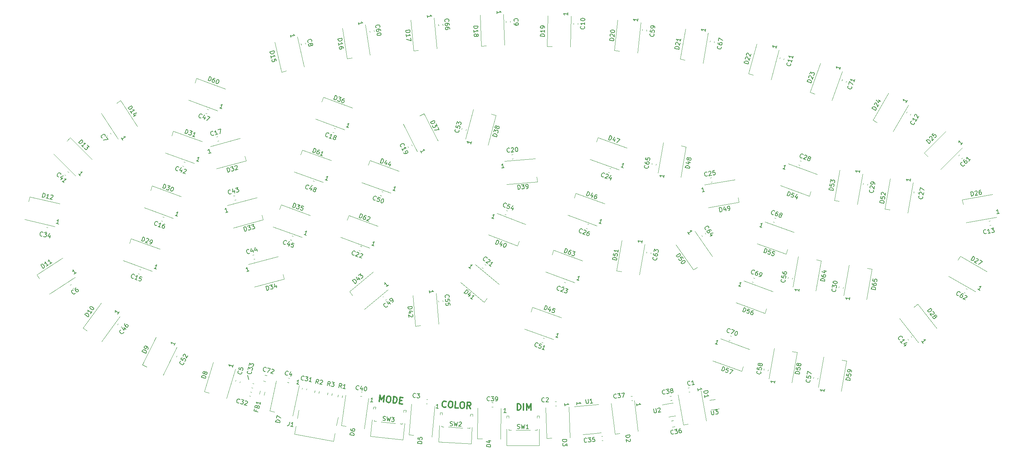
<source format=gto>
%TF.GenerationSoftware,KiCad,Pcbnew,(7.0.0)*%
%TF.CreationDate,2023-11-20T00:40:36-04:00*%
%TF.ProjectId,nopesign,6e6f7065-7369-4676-9e2e-6b696361645f,rev?*%
%TF.SameCoordinates,Original*%
%TF.FileFunction,Legend,Top*%
%TF.FilePolarity,Positive*%
%FSLAX46Y46*%
G04 Gerber Fmt 4.6, Leading zero omitted, Abs format (unit mm)*
G04 Created by KiCad (PCBNEW (7.0.0)) date 2023-11-20 00:40:36*
%MOMM*%
%LPD*%
G01*
G04 APERTURE LIST*
G04 Aperture macros list*
%AMRoundRect*
0 Rectangle with rounded corners*
0 $1 Rounding radius*
0 $2 $3 $4 $5 $6 $7 $8 $9 X,Y pos of 4 corners*
0 Add a 4 corners polygon primitive as box body*
4,1,4,$2,$3,$4,$5,$6,$7,$8,$9,$2,$3,0*
0 Add four circle primitives for the rounded corners*
1,1,$1+$1,$2,$3*
1,1,$1+$1,$4,$5*
1,1,$1+$1,$6,$7*
1,1,$1+$1,$8,$9*
0 Add four rect primitives between the rounded corners*
20,1,$1+$1,$2,$3,$4,$5,0*
20,1,$1+$1,$4,$5,$6,$7,0*
20,1,$1+$1,$6,$7,$8,$9,0*
20,1,$1+$1,$8,$9,$2,$3,0*%
%AMHorizOval*
0 Thick line with rounded ends*
0 $1 width*
0 $2 $3 position (X,Y) of the first rounded end (center of the circle)*
0 $4 $5 position (X,Y) of the second rounded end (center of the circle)*
0 Add line between two ends*
20,1,$1,$2,$3,$4,$5,0*
0 Add two circle primitives to create the rounded ends*
1,1,$1,$2,$3*
1,1,$1,$4,$5*%
%AMRotRect*
0 Rectangle, with rotation*
0 The origin of the aperture is its center*
0 $1 length*
0 $2 width*
0 $3 Rotation angle, in degrees counterclockwise*
0 Add horizontal line*
21,1,$1,$2,0,0,$3*%
G04 Aperture macros list end*
%ADD10C,0.150000*%
%ADD11C,0.300000*%
%ADD12C,0.120000*%
%ADD13RoundRect,0.250000X0.364421X0.394110X-0.118542X0.523520X-0.364421X-0.394110X0.118542X-0.523520X0*%
%ADD14RotRect,1.500000X0.900000X80.000000*%
%ADD15RoundRect,0.225000X0.157969X-0.296936X0.311878X0.125926X-0.157969X0.296936X-0.311878X-0.125926X0*%
%ADD16RoundRect,0.225000X-0.296936X-0.157969X0.125926X-0.311878X0.296936X0.157969X-0.125926X0.311878X0*%
%ADD17RoundRect,0.225000X0.296936X0.157969X-0.125926X0.311878X-0.296936X-0.157969X0.125926X-0.311878X0*%
%ADD18RoundRect,0.225000X0.207131X-0.264994X0.285273X0.178170X-0.207131X0.264994X-0.285273X-0.178170X0*%
%ADD19RoundRect,0.225000X-0.268659X0.202355X-0.229439X-0.245933X0.268659X-0.202355X0.229439X0.245933X0*%
%ADD20RoundRect,0.225000X-0.207131X0.264994X-0.285273X-0.178170X0.207131X-0.264994X0.285273X0.178170X0*%
%ADD21RoundRect,0.225000X-0.333843X0.040915X-0.075733X-0.327703X0.333843X-0.040915X0.075733X0.327703X0*%
%ADD22RoundRect,0.225000X0.319856X0.104006X-0.069856X0.329006X-0.319856X-0.104006X0.069856X-0.329006X0*%
%ADD23RoundRect,0.225000X0.017678X-0.335876X0.335876X-0.017678X-0.017678X0.335876X-0.335876X0.017678X0*%
%ADD24RoundRect,0.225000X-0.282120X0.183121X-0.211724X-0.261338X0.282120X-0.183121X0.211724X0.261338X0*%
%ADD25RoundRect,0.225000X0.225112X-0.249900X0.272149X0.197635X-0.225112X0.249900X-0.272149X-0.197635X0*%
%ADD26RotRect,1.500000X0.900000X160.000000*%
%ADD27RoundRect,0.225000X0.268659X-0.202355X0.229439X0.245933X-0.268659X0.202355X-0.229439X-0.245933X0*%
%ADD28RoundRect,0.225000X-0.299648X-0.152762X0.120464X-0.314028X0.299648X0.152762X-0.120464X0.314028X0*%
%ADD29RoundRect,0.225000X-0.183247X0.282038X-0.299716X-0.152629X0.183247X-0.282038X0.299716X0.152629X0*%
%ADD30RoundRect,0.225000X-0.126065X0.311821X-0.323332X-0.092636X0.126065X-0.311821X0.323332X0.092636X0*%
%ADD31RoundRect,0.225000X-0.011663X-0.336138X0.333057X-0.046884X0.011663X0.336138X-0.333057X0.046884X0*%
%ADD32RoundRect,0.225000X-0.070003X0.328975X-0.334506X-0.035083X0.070003X-0.328975X0.334506X0.035083X0*%
%ADD33RoundRect,0.225000X-0.152629X-0.299716X0.282038X-0.183247X0.152629X0.299716X-0.282038X0.183247X0*%
%ADD34RoundRect,0.225000X0.152629X0.299716X-0.282038X0.183247X-0.152629X-0.299716X0.282038X-0.183247X0*%
%ADD35RoundRect,0.225000X-0.335876X-0.017678X-0.017678X-0.335876X0.335876X0.017678X0.017678X0.335876X0*%
%ADD36RoundRect,0.225000X0.275471X0.192979X-0.162996X0.294207X-0.275471X-0.192979X0.162996X-0.294207X0*%
%ADD37RoundRect,0.225000X-0.257604X-0.216253X0.188017X-0.278881X0.257604X0.216253X-0.188017X0.278881X0*%
%ADD38RoundRect,0.225000X0.229329X0.246035X-0.220603X0.253889X-0.229329X-0.246035X0.220603X-0.253889X0*%
%ADD39RoundRect,0.225000X-0.192856X-0.275557X0.253790X-0.220716X0.192856X0.275557X-0.253790X0.220716X0*%
%ADD40RoundRect,0.150000X-0.478667X-0.236716X0.530761X-0.058726X0.478667X0.236716X-0.530761X0.058726X0*%
%ADD41RoundRect,0.250000X-0.163719X-0.511196X0.328685X-0.424372X0.163719X0.511196X-0.328685X0.424372X0*%
%ADD42RotRect,1.500000X0.900000X260.000000*%
%ADD43RoundRect,0.225000X0.104006X-0.319856X0.329006X0.069856X-0.104006X0.319856X-0.329006X-0.069856X0*%
%ADD44RotRect,1.500000X0.900000X240.000000*%
%ADD45RoundRect,0.225000X-0.335527X0.023387X-0.058479X-0.331218X0.335527X-0.023387X0.058479X0.331218X0*%
%ADD46RotRect,1.500000X0.900000X339.000000*%
%ADD47RotRect,1.500000X0.900000X15.000000*%
%ADD48RoundRect,0.225000X-0.178170X-0.285273X0.264994X-0.207131X0.178170X0.285273X-0.264994X0.207131X0*%
%ADD49RoundRect,0.200000X0.236092X-0.244715X0.305552X0.149208X-0.236092X0.244715X-0.305552X-0.149208X0*%
%ADD50RoundRect,0.225000X0.246035X-0.229329X0.253889X0.220603X-0.246035X0.229329X-0.253889X-0.220603X0*%
%ADD51RoundRect,0.225000X0.202355X0.268659X-0.245933X0.229439X-0.202355X-0.268659X0.245933X-0.229439X0*%
%ADD52RotRect,1.500000X0.900000X258.000000*%
%ADD53RotRect,1.500000X0.900000X272.000000*%
%ADD54RotRect,1.500000X0.900000X279.000000*%
%ADD55RotRect,1.500000X0.900000X340.000000*%
%ADD56RoundRect,0.225000X0.245933X0.229439X-0.202355X0.268659X-0.245933X-0.229439X0.202355X-0.268659X0*%
%ADD57RoundRect,0.225000X0.272061X0.197757X-0.168105X0.291317X-0.272061X-0.197757X0.168105X-0.291317X0*%
%ADD58C,2.100000*%
%ADD59C,1.750000*%
%ADD60RotRect,1.500000X0.900000X123.000000*%
%ADD61RoundRect,0.225000X0.257700X-0.216138X0.241995X0.233588X-0.257700X0.216138X-0.241995X-0.233588X0*%
%ADD62RotRect,0.650000X0.400000X190.000000*%
%ADD63RotRect,1.500000X0.900000X280.000000*%
%ADD64RoundRect,0.218750X0.311643X-0.309971X0.424876X0.112622X-0.311643X0.309971X-0.424876X-0.112622X0*%
%ADD65RotRect,1.500000X0.900000X320.000000*%
%ADD66RotRect,1.500000X0.900000X269.000000*%
%ADD67RoundRect,0.225000X0.178170X0.285273X-0.264994X0.207131X-0.178170X-0.285273X0.264994X-0.207131X0*%
%ADD68RoundRect,0.225000X0.282038X0.183247X-0.152629X0.299716X-0.282038X-0.183247X0.152629X-0.299716X0*%
%ADD69RotRect,1.500000X0.900000X10.000000*%
%ADD70RoundRect,0.225000X0.183247X-0.282038X0.299716X0.152629X-0.183247X0.282038X-0.299716X-0.152629X0*%
%ADD71RotRect,1.500000X0.900000X167.000000*%
%ADD72RotRect,1.500000X0.900000X253.000000*%
%ADD73RotRect,1.500000X0.900000X128.000000*%
%ADD74RoundRect,0.225000X-0.173293X0.288261X-0.304860X-0.142076X0.173293X-0.288261X0.304860X0.142076X0*%
%ADD75RotRect,1.500000X0.900000X220.000000*%
%ADD76RotRect,1.500000X0.900000X75.000000*%
%ADD77RotRect,1.500000X0.900000X275.000000*%
%ADD78RoundRect,0.225000X0.294207X-0.162996X0.192979X0.275471X-0.294207X0.162996X-0.192979X-0.275471X0*%
%ADD79RotRect,1.500000X0.900000X225.000000*%
%ADD80RotRect,1.500000X0.900000X135.000000*%
%ADD81HorizOval,1.000000X-0.054671X-0.294976X0.054671X0.294976X0*%
%ADD82HorizOval,1.000000X-0.100230X-0.540790X0.100230X0.540790X0*%
%ADD83RotRect,0.600000X1.450000X349.500000*%
%ADD84RotRect,0.300000X1.450000X349.500000*%
%ADD85C,0.650000*%
%ADD86RotRect,1.500000X0.900000X265.000000*%
%ADD87RoundRect,0.225000X-0.202355X-0.268659X0.245933X-0.229439X0.202355X0.268659X-0.245933X0.229439X0*%
%ADD88RoundRect,0.225000X0.324899X-0.086979X0.120604X0.313974X-0.324899X0.086979X-0.120604X-0.313974X0*%
%ADD89RotRect,1.500000X0.900000X262.000000*%
%ADD90RotRect,1.500000X0.900000X150.000000*%
%ADD91RotRect,1.500000X0.900000X117.000000*%
%ADD92RoundRect,0.225000X-0.333057X-0.046884X0.011663X-0.336138X0.333057X0.046884X-0.011663X0.336138X0*%
%ADD93C,0.990600*%
%ADD94RotRect,1.500000X0.900000X250.000000*%
%ADD95RotRect,1.500000X0.900000X5.000000*%
%ADD96RotRect,1.500000X0.900000X244.000000*%
%ADD97RotRect,1.500000X0.900000X234.000000*%
%ADD98RotRect,1.500000X0.900000X264.000000*%
%ADD99RoundRect,0.100000X-0.626359X-0.155181X0.643790X-0.044058X0.626359X0.155181X-0.643790X0.044058X0*%
%ADD100RotRect,1.500000X0.900000X255.000000*%
%ADD101RoundRect,0.225000X0.332211X-0.052541X0.087124X0.324861X-0.332211X0.052541X-0.087124X-0.324861X0*%
%ADD102RoundRect,0.225000X0.216138X0.257700X-0.233588X0.241995X-0.216138X-0.257700X0.233588X-0.241995X0*%
%ADD103RotRect,1.500000X0.900000X277.000000*%
%ADD104RotRect,1.500000X0.900000X305.000000*%
%ADD105RotRect,1.500000X0.900000X283.000000*%
%ADD106RotRect,1.500000X0.900000X190.000000*%
%ADD107RoundRect,0.225000X0.052541X0.332211X-0.324861X0.087124X-0.052541X-0.332211X0.324861X-0.087124X0*%
%ADD108RotRect,1.500000X0.900000X213.000000*%
G04 APERTURE END LIST*
D10*
X165467619Y-127011904D02*
X165467619Y-126440476D01*
X165467619Y-126726190D02*
X166467619Y-126726190D01*
X166467619Y-126726190D02*
X166324761Y-126630952D01*
X166324761Y-126630952D02*
X166229523Y-126535714D01*
X166229523Y-126535714D02*
X166181904Y-126440476D01*
D11*
X151392856Y-128301071D02*
X151392856Y-126801071D01*
X151392856Y-126801071D02*
X151749999Y-126801071D01*
X151749999Y-126801071D02*
X151964285Y-126872500D01*
X151964285Y-126872500D02*
X152107142Y-127015357D01*
X152107142Y-127015357D02*
X152178571Y-127158214D01*
X152178571Y-127158214D02*
X152249999Y-127443928D01*
X152249999Y-127443928D02*
X152249999Y-127658214D01*
X152249999Y-127658214D02*
X152178571Y-127943928D01*
X152178571Y-127943928D02*
X152107142Y-128086785D01*
X152107142Y-128086785D02*
X151964285Y-128229642D01*
X151964285Y-128229642D02*
X151749999Y-128301071D01*
X151749999Y-128301071D02*
X151392856Y-128301071D01*
X152892856Y-128301071D02*
X152892856Y-126801071D01*
X153607142Y-128301071D02*
X153607142Y-126801071D01*
X153607142Y-126801071D02*
X154107142Y-127872500D01*
X154107142Y-127872500D02*
X154607142Y-126801071D01*
X154607142Y-126801071D02*
X154607142Y-128301071D01*
X134517726Y-127528684D02*
X134442657Y-127596276D01*
X134442657Y-127596276D02*
X134224927Y-127656392D01*
X134224927Y-127656392D02*
X134082265Y-127648915D01*
X134082265Y-127648915D02*
X133872012Y-127566370D01*
X133872012Y-127566370D02*
X133736827Y-127416232D01*
X133736827Y-127416232D02*
X133672973Y-127269832D01*
X133672973Y-127269832D02*
X133616595Y-126980771D01*
X133616595Y-126980771D02*
X133627810Y-126766779D01*
X133627810Y-126766779D02*
X133714094Y-126485195D01*
X133714094Y-126485195D02*
X133792901Y-126346272D01*
X133792901Y-126346272D02*
X133943039Y-126211087D01*
X133943039Y-126211087D02*
X134160769Y-126150971D01*
X134160769Y-126150971D02*
X134303431Y-126158447D01*
X134303431Y-126158447D02*
X134513685Y-126240993D01*
X134513685Y-126240993D02*
X134581277Y-126316062D01*
X135516052Y-126221998D02*
X135801375Y-126236951D01*
X135801375Y-126236951D02*
X135940298Y-126315759D01*
X135940298Y-126315759D02*
X136075483Y-126465897D01*
X136075483Y-126465897D02*
X136131861Y-126754958D01*
X136131861Y-126754958D02*
X136105693Y-127254272D01*
X136105693Y-127254272D02*
X136019409Y-127535857D01*
X136019409Y-127535857D02*
X135869271Y-127671042D01*
X135869271Y-127671042D02*
X135722871Y-127734896D01*
X135722871Y-127734896D02*
X135437548Y-127719943D01*
X135437548Y-127719943D02*
X135298625Y-127641135D01*
X135298625Y-127641135D02*
X135163441Y-127490997D01*
X135163441Y-127490997D02*
X135107063Y-127201936D01*
X135107063Y-127201936D02*
X135133231Y-126702622D01*
X135133231Y-126702622D02*
X135219515Y-126421037D01*
X135219515Y-126421037D02*
X135369653Y-126285852D01*
X135369653Y-126285852D02*
X135516052Y-126221998D01*
X137434808Y-127824615D02*
X136721501Y-127787232D01*
X136721501Y-127787232D02*
X136800005Y-126289287D01*
X138297950Y-126367791D02*
X138583272Y-126382744D01*
X138583272Y-126382744D02*
X138722195Y-126461552D01*
X138722195Y-126461552D02*
X138857380Y-126611690D01*
X138857380Y-126611690D02*
X138913758Y-126900751D01*
X138913758Y-126900751D02*
X138887590Y-127400065D01*
X138887590Y-127400065D02*
X138801306Y-127681650D01*
X138801306Y-127681650D02*
X138651168Y-127816835D01*
X138651168Y-127816835D02*
X138504768Y-127880689D01*
X138504768Y-127880689D02*
X138219446Y-127865736D01*
X138219446Y-127865736D02*
X138080523Y-127786928D01*
X138080523Y-127786928D02*
X137945338Y-127636790D01*
X137945338Y-127636790D02*
X137888960Y-127347729D01*
X137888960Y-127347729D02*
X137915128Y-126848415D01*
X137915128Y-126848415D02*
X138001412Y-126566830D01*
X138001412Y-126566830D02*
X138151550Y-126431645D01*
X138151550Y-126431645D02*
X138297950Y-126367791D01*
X140359367Y-127977884D02*
X139897435Y-127238409D01*
X139503398Y-127933025D02*
X139581902Y-126435080D01*
X139581902Y-126435080D02*
X140152548Y-126464987D01*
X140152548Y-126464987D02*
X140291471Y-126543794D01*
X140291471Y-126543794D02*
X140359063Y-126618863D01*
X140359063Y-126618863D02*
X140422917Y-126765263D01*
X140422917Y-126765263D02*
X140411703Y-126979255D01*
X140411703Y-126979255D02*
X140332895Y-127118178D01*
X140332895Y-127118178D02*
X140257826Y-127185770D01*
X140257826Y-127185770D02*
X140111427Y-127249624D01*
X140111427Y-127249624D02*
X139540781Y-127219718D01*
X118742980Y-126264332D02*
X118899773Y-124772549D01*
X118899773Y-124772549D02*
X119285039Y-125890373D01*
X119285039Y-125890373D02*
X119894294Y-124877078D01*
X119894294Y-124877078D02*
X119737502Y-126368860D01*
X120888817Y-124981606D02*
X121172966Y-125011471D01*
X121172966Y-125011471D02*
X121307574Y-125097441D01*
X121307574Y-125097441D02*
X121434716Y-125254448D01*
X121434716Y-125254448D02*
X121475888Y-125546064D01*
X121475888Y-125546064D02*
X121423624Y-126043325D01*
X121423624Y-126043325D02*
X121322721Y-126320008D01*
X121322721Y-126320008D02*
X121165714Y-126447150D01*
X121165714Y-126447150D02*
X121016173Y-126503254D01*
X121016173Y-126503254D02*
X120732024Y-126473389D01*
X120732024Y-126473389D02*
X120597416Y-126387419D01*
X120597416Y-126387419D02*
X120470274Y-126230412D01*
X120470274Y-126230412D02*
X120429102Y-125938796D01*
X120429102Y-125938796D02*
X120481366Y-125441535D01*
X120481366Y-125441535D02*
X120582269Y-125164853D01*
X120582269Y-125164853D02*
X120739276Y-125037711D01*
X120739276Y-125037711D02*
X120888817Y-124981606D01*
X122010695Y-126607783D02*
X122167488Y-125116000D01*
X122167488Y-125116000D02*
X122522674Y-125153331D01*
X122522674Y-125153331D02*
X122728320Y-125246768D01*
X122728320Y-125246768D02*
X122855462Y-125403775D01*
X122855462Y-125403775D02*
X122911567Y-125553316D01*
X122911567Y-125553316D02*
X122952739Y-125844931D01*
X122952739Y-125844931D02*
X122930340Y-126058043D01*
X122930340Y-126058043D02*
X122829437Y-126334726D01*
X122829437Y-126334726D02*
X122743467Y-126469334D01*
X122743467Y-126469334D02*
X122586460Y-126596476D01*
X122586460Y-126596476D02*
X122365882Y-126645114D01*
X122365882Y-126645114D02*
X122010695Y-126607783D01*
X123584608Y-125983165D02*
X124081869Y-126035430D01*
X124212851Y-126839239D02*
X123502478Y-126764575D01*
X123502478Y-126764575D02*
X123659271Y-125272793D01*
X123659271Y-125272793D02*
X124369644Y-125347456D01*
D10*
X87625000Y-120000000D02*
X87875000Y-121000000D01*
X91808611Y-119096486D02*
X91750290Y-119130157D01*
X91750290Y-119130157D02*
X91599976Y-119139180D01*
X91599976Y-119139180D02*
X91507983Y-119114530D01*
X91507983Y-119114530D02*
X91382318Y-119031560D01*
X91382318Y-119031560D02*
X91314975Y-118914917D01*
X91314975Y-118914917D02*
X91293628Y-118810600D01*
X91293628Y-118810600D02*
X91296930Y-118614289D01*
X91296930Y-118614289D02*
X91333904Y-118476300D01*
X91333904Y-118476300D02*
X91429200Y-118304638D01*
X91429200Y-118304638D02*
X91499846Y-118224970D01*
X91499846Y-118224970D02*
X91616488Y-118157627D01*
X91616488Y-118157627D02*
X91766802Y-118148604D01*
X91766802Y-118148604D02*
X91858795Y-118173254D01*
X91858795Y-118173254D02*
X91984460Y-118256224D01*
X91984460Y-118256224D02*
X92018132Y-118314546D01*
X92364756Y-118308826D02*
X93008707Y-118481372D01*
X93008707Y-118481372D02*
X92335920Y-119336375D01*
X93306033Y-118659638D02*
X93364354Y-118625966D01*
X93364354Y-118625966D02*
X93468672Y-118604619D01*
X93468672Y-118604619D02*
X93698654Y-118666243D01*
X93698654Y-118666243D02*
X93778322Y-118736888D01*
X93778322Y-118736888D02*
X93811994Y-118795210D01*
X93811994Y-118795210D02*
X93833341Y-118899527D01*
X93833341Y-118899527D02*
X93808691Y-118991520D01*
X93808691Y-118991520D02*
X93725721Y-119117185D01*
X93725721Y-119117185D02*
X93025867Y-119521246D01*
X93025867Y-119521246D02*
X93623821Y-119681467D01*
X236150941Y-99759633D02*
X235166133Y-99585984D01*
X235166133Y-99585984D02*
X235207478Y-99351506D01*
X235207478Y-99351506D02*
X235279180Y-99219088D01*
X235279180Y-99219088D02*
X235389509Y-99141835D01*
X235389509Y-99141835D02*
X235491569Y-99111478D01*
X235491569Y-99111478D02*
X235687421Y-99097658D01*
X235687421Y-99097658D02*
X235828108Y-99122465D01*
X235828108Y-99122465D02*
X236007421Y-99202436D01*
X236007421Y-99202436D02*
X236092943Y-99265870D01*
X236092943Y-99265870D02*
X236170197Y-99376199D01*
X236170197Y-99376199D02*
X236192285Y-99525155D01*
X236192285Y-99525155D02*
X236150941Y-99759633D01*
X235414202Y-98179116D02*
X235381126Y-98366699D01*
X235381126Y-98366699D02*
X235411484Y-98468759D01*
X235411484Y-98468759D02*
X235450110Y-98523923D01*
X235450110Y-98523923D02*
X235574259Y-98642521D01*
X235574259Y-98642521D02*
X235753573Y-98722493D01*
X235753573Y-98722493D02*
X236128737Y-98788645D01*
X236128737Y-98788645D02*
X236230798Y-98758287D01*
X236230798Y-98758287D02*
X236285962Y-98719660D01*
X236285962Y-98719660D02*
X236349396Y-98634138D01*
X236349396Y-98634138D02*
X236382472Y-98446556D01*
X236382472Y-98446556D02*
X236352114Y-98344495D01*
X236352114Y-98344495D02*
X236313487Y-98289331D01*
X236313487Y-98289331D02*
X236227965Y-98225897D01*
X236227965Y-98225897D02*
X235993487Y-98184552D01*
X235993487Y-98184552D02*
X235891427Y-98214910D01*
X235891427Y-98214910D02*
X235836262Y-98253537D01*
X235836262Y-98253537D02*
X235772829Y-98339059D01*
X235772829Y-98339059D02*
X235739753Y-98526641D01*
X235739753Y-98526641D02*
X235770110Y-98628702D01*
X235770110Y-98628702D02*
X235808737Y-98683866D01*
X235808737Y-98683866D02*
X235894259Y-98747300D01*
X235587850Y-97194308D02*
X235505160Y-97663264D01*
X235505160Y-97663264D02*
X235965847Y-97792850D01*
X235965847Y-97792850D02*
X235927221Y-97737685D01*
X235927221Y-97737685D02*
X235896863Y-97635625D01*
X235896863Y-97635625D02*
X235938208Y-97401147D01*
X235938208Y-97401147D02*
X236001641Y-97315625D01*
X236001641Y-97315625D02*
X236056806Y-97276998D01*
X236056806Y-97276998D02*
X236158866Y-97246640D01*
X236158866Y-97246640D02*
X236393344Y-97287985D01*
X236393344Y-97287985D02*
X236478866Y-97351419D01*
X236478866Y-97351419D02*
X236517493Y-97406583D01*
X236517493Y-97406583D02*
X236547851Y-97508643D01*
X236547851Y-97508643D02*
X236506506Y-97743121D01*
X236506506Y-97743121D02*
X236443072Y-97828644D01*
X236443072Y-97828644D02*
X236387908Y-97867270D01*
X230115081Y-101591535D02*
X230015853Y-102154283D01*
X230065467Y-101872909D02*
X229080659Y-101699261D01*
X229080659Y-101699261D02*
X229204808Y-101817859D01*
X229204808Y-101817859D02*
X229282062Y-101928188D01*
X229282062Y-101928188D02*
X229312419Y-102030248D01*
X224150941Y-97759633D02*
X223166133Y-97585984D01*
X223166133Y-97585984D02*
X223207478Y-97351506D01*
X223207478Y-97351506D02*
X223279180Y-97219088D01*
X223279180Y-97219088D02*
X223389509Y-97141835D01*
X223389509Y-97141835D02*
X223491569Y-97111478D01*
X223491569Y-97111478D02*
X223687421Y-97097658D01*
X223687421Y-97097658D02*
X223828108Y-97122465D01*
X223828108Y-97122465D02*
X224007421Y-97202436D01*
X224007421Y-97202436D02*
X224092943Y-97265870D01*
X224092943Y-97265870D02*
X224170197Y-97376199D01*
X224170197Y-97376199D02*
X224192285Y-97525155D01*
X224192285Y-97525155D02*
X224150941Y-97759633D01*
X223414202Y-96179116D02*
X223381126Y-96366699D01*
X223381126Y-96366699D02*
X223411484Y-96468759D01*
X223411484Y-96468759D02*
X223450110Y-96523923D01*
X223450110Y-96523923D02*
X223574259Y-96642521D01*
X223574259Y-96642521D02*
X223753573Y-96722493D01*
X223753573Y-96722493D02*
X224128737Y-96788645D01*
X224128737Y-96788645D02*
X224230798Y-96758287D01*
X224230798Y-96758287D02*
X224285962Y-96719660D01*
X224285962Y-96719660D02*
X224349396Y-96634138D01*
X224349396Y-96634138D02*
X224382472Y-96446556D01*
X224382472Y-96446556D02*
X224352114Y-96344495D01*
X224352114Y-96344495D02*
X224313487Y-96289331D01*
X224313487Y-96289331D02*
X224227965Y-96225897D01*
X224227965Y-96225897D02*
X223993487Y-96184552D01*
X223993487Y-96184552D02*
X223891427Y-96214910D01*
X223891427Y-96214910D02*
X223836262Y-96253537D01*
X223836262Y-96253537D02*
X223772829Y-96339059D01*
X223772829Y-96339059D02*
X223739753Y-96526641D01*
X223739753Y-96526641D02*
X223770110Y-96628702D01*
X223770110Y-96628702D02*
X223808737Y-96683866D01*
X223808737Y-96683866D02*
X223894259Y-96747300D01*
X223907850Y-95299087D02*
X224564389Y-95414852D01*
X223491340Y-95467413D02*
X224153430Y-95825926D01*
X224153430Y-95825926D02*
X224260926Y-95216283D01*
X218115081Y-99591535D02*
X218015853Y-100154283D01*
X218065467Y-99872909D02*
X217080659Y-99699261D01*
X217080659Y-99699261D02*
X217204808Y-99817859D01*
X217204808Y-99817859D02*
X217282062Y-99928188D01*
X217282062Y-99928188D02*
X217312419Y-100030248D01*
X230535860Y-51697166D02*
X230564321Y-51758200D01*
X230564321Y-51758200D02*
X230560208Y-51908728D01*
X230560208Y-51908728D02*
X230527635Y-51998223D01*
X230527635Y-51998223D02*
X230434027Y-52116178D01*
X230434027Y-52116178D02*
X230311959Y-52173099D01*
X230311959Y-52173099D02*
X230206178Y-52185273D01*
X230206178Y-52185273D02*
X230010902Y-52164874D01*
X230010902Y-52164874D02*
X229876661Y-52116014D01*
X229876661Y-52116014D02*
X229713958Y-52006120D01*
X229713958Y-52006120D02*
X229640750Y-51928799D01*
X229640750Y-51928799D02*
X229583829Y-51806731D01*
X229583829Y-51806731D02*
X229587942Y-51656203D01*
X229587942Y-51656203D02*
X229620515Y-51566708D01*
X229620515Y-51566708D02*
X229714123Y-51448753D01*
X229714123Y-51448753D02*
X229775156Y-51420293D01*
X229799669Y-51074488D02*
X230027682Y-50448027D01*
X230027682Y-50448027D02*
X230820795Y-51192772D01*
X231276822Y-49939849D02*
X231081381Y-50476816D01*
X231179101Y-50208332D02*
X230239409Y-49866312D01*
X230239409Y-49866312D02*
X230341077Y-50004667D01*
X230341077Y-50004667D02*
X230397999Y-50126734D01*
X230397999Y-50126734D02*
X230410172Y-50232516D01*
X201541922Y-109942100D02*
X201480888Y-109970561D01*
X201480888Y-109970561D02*
X201330360Y-109966448D01*
X201330360Y-109966448D02*
X201240865Y-109933875D01*
X201240865Y-109933875D02*
X201122910Y-109840267D01*
X201122910Y-109840267D02*
X201065989Y-109718199D01*
X201065989Y-109718199D02*
X201053815Y-109612418D01*
X201053815Y-109612418D02*
X201074214Y-109417142D01*
X201074214Y-109417142D02*
X201123074Y-109282901D01*
X201123074Y-109282901D02*
X201232968Y-109120198D01*
X201232968Y-109120198D02*
X201310289Y-109046990D01*
X201310289Y-109046990D02*
X201432357Y-108990069D01*
X201432357Y-108990069D02*
X201582885Y-108994182D01*
X201582885Y-108994182D02*
X201672380Y-109026755D01*
X201672380Y-109026755D02*
X201790335Y-109120363D01*
X201790335Y-109120363D02*
X201818795Y-109181396D01*
X202164600Y-109205909D02*
X202791061Y-109433922D01*
X202791061Y-109433922D02*
X202046316Y-110227035D01*
X203328029Y-109629362D02*
X203417523Y-109661936D01*
X203417523Y-109661936D02*
X203490731Y-109739256D01*
X203490731Y-109739256D02*
X203519192Y-109800290D01*
X203519192Y-109800290D02*
X203531366Y-109906071D01*
X203531366Y-109906071D02*
X203510966Y-110101347D01*
X203510966Y-110101347D02*
X203429533Y-110325083D01*
X203429533Y-110325083D02*
X203319639Y-110487786D01*
X203319639Y-110487786D02*
X203242318Y-110560994D01*
X203242318Y-110560994D02*
X203181284Y-110589454D01*
X203181284Y-110589454D02*
X203075503Y-110601628D01*
X203075503Y-110601628D02*
X202986009Y-110569055D01*
X202986009Y-110569055D02*
X202912801Y-110491734D01*
X202912801Y-110491734D02*
X202884340Y-110430700D01*
X202884340Y-110430700D02*
X202872166Y-110324919D01*
X202872166Y-110324919D02*
X202892566Y-110129643D01*
X202892566Y-110129643D02*
X202973999Y-109905907D01*
X202973999Y-109905907D02*
X203083893Y-109743205D01*
X203083893Y-109743205D02*
X203161214Y-109669997D01*
X203161214Y-109669997D02*
X203222247Y-109641536D01*
X203222247Y-109641536D02*
X203328029Y-109629362D01*
X207302833Y-96035860D02*
X207241799Y-96064321D01*
X207241799Y-96064321D02*
X207091271Y-96060208D01*
X207091271Y-96060208D02*
X207001776Y-96027635D01*
X207001776Y-96027635D02*
X206883821Y-95934027D01*
X206883821Y-95934027D02*
X206826900Y-95811959D01*
X206826900Y-95811959D02*
X206814726Y-95706178D01*
X206814726Y-95706178D02*
X206835125Y-95510902D01*
X206835125Y-95510902D02*
X206883985Y-95376661D01*
X206883985Y-95376661D02*
X206993879Y-95213958D01*
X206993879Y-95213958D02*
X207071200Y-95140750D01*
X207071200Y-95140750D02*
X207193268Y-95083829D01*
X207193268Y-95083829D02*
X207343796Y-95087942D01*
X207343796Y-95087942D02*
X207433291Y-95120515D01*
X207433291Y-95120515D02*
X207551246Y-95214123D01*
X207551246Y-95214123D02*
X207579706Y-95275156D01*
X208417731Y-95478822D02*
X208238742Y-95413675D01*
X208238742Y-95413675D02*
X208132960Y-95425849D01*
X208132960Y-95425849D02*
X208071926Y-95454310D01*
X208071926Y-95454310D02*
X207933572Y-95555978D01*
X207933572Y-95555978D02*
X207823678Y-95718681D01*
X207823678Y-95718681D02*
X207693384Y-96076659D01*
X207693384Y-96076659D02*
X207705558Y-96182440D01*
X207705558Y-96182440D02*
X207734019Y-96243474D01*
X207734019Y-96243474D02*
X207807227Y-96320795D01*
X207807227Y-96320795D02*
X207986216Y-96385941D01*
X207986216Y-96385941D02*
X208091997Y-96373767D01*
X208091997Y-96373767D02*
X208153031Y-96345307D01*
X208153031Y-96345307D02*
X208230352Y-96272099D01*
X208230352Y-96272099D02*
X208311785Y-96048363D01*
X208311785Y-96048363D02*
X208299611Y-95942581D01*
X208299611Y-95942581D02*
X208271151Y-95881547D01*
X208271151Y-95881547D02*
X208197943Y-95804227D01*
X208197943Y-95804227D02*
X208018954Y-95739080D01*
X208018954Y-95739080D02*
X207913172Y-95751254D01*
X207913172Y-95751254D02*
X207852138Y-95779715D01*
X207852138Y-95779715D02*
X207774818Y-95852923D01*
X208612678Y-96613955D02*
X208791667Y-96679101D01*
X208791667Y-96679101D02*
X208897448Y-96666928D01*
X208897448Y-96666928D02*
X208958482Y-96638467D01*
X208958482Y-96638467D02*
X209096837Y-96536799D01*
X209096837Y-96536799D02*
X209206730Y-96374096D01*
X209206730Y-96374096D02*
X209337024Y-96016118D01*
X209337024Y-96016118D02*
X209324850Y-95910337D01*
X209324850Y-95910337D02*
X209296389Y-95849303D01*
X209296389Y-95849303D02*
X209223181Y-95771982D01*
X209223181Y-95771982D02*
X209044192Y-95706836D01*
X209044192Y-95706836D02*
X208938411Y-95719009D01*
X208938411Y-95719009D02*
X208877377Y-95747470D01*
X208877377Y-95747470D02*
X208800057Y-95820678D01*
X208800057Y-95820678D02*
X208718623Y-96044414D01*
X208718623Y-96044414D02*
X208730797Y-96150195D01*
X208730797Y-96150195D02*
X208759258Y-96211229D01*
X208759258Y-96211229D02*
X208832466Y-96288550D01*
X208832466Y-96288550D02*
X209011455Y-96353697D01*
X209011455Y-96353697D02*
X209117236Y-96341523D01*
X209117236Y-96341523D02*
X209178270Y-96313062D01*
X209178270Y-96313062D02*
X209255590Y-96239854D01*
X212041922Y-81942100D02*
X211980888Y-81970561D01*
X211980888Y-81970561D02*
X211830360Y-81966448D01*
X211830360Y-81966448D02*
X211740865Y-81933875D01*
X211740865Y-81933875D02*
X211622910Y-81840267D01*
X211622910Y-81840267D02*
X211565989Y-81718199D01*
X211565989Y-81718199D02*
X211553815Y-81612418D01*
X211553815Y-81612418D02*
X211574214Y-81417142D01*
X211574214Y-81417142D02*
X211623074Y-81282901D01*
X211623074Y-81282901D02*
X211732968Y-81120198D01*
X211732968Y-81120198D02*
X211810289Y-81046990D01*
X211810289Y-81046990D02*
X211932357Y-80990069D01*
X211932357Y-80990069D02*
X212082885Y-80994182D01*
X212082885Y-80994182D02*
X212172380Y-81026755D01*
X212172380Y-81026755D02*
X212290335Y-81120363D01*
X212290335Y-81120363D02*
X212318795Y-81181396D01*
X213156820Y-81385062D02*
X212977831Y-81319915D01*
X212977831Y-81319915D02*
X212872049Y-81332089D01*
X212872049Y-81332089D02*
X212811015Y-81360550D01*
X212811015Y-81360550D02*
X212672661Y-81462218D01*
X212672661Y-81462218D02*
X212562767Y-81624921D01*
X212562767Y-81624921D02*
X212432473Y-81982899D01*
X212432473Y-81982899D02*
X212444647Y-82088680D01*
X212444647Y-82088680D02*
X212473108Y-82149714D01*
X212473108Y-82149714D02*
X212546316Y-82227035D01*
X212546316Y-82227035D02*
X212725305Y-82292181D01*
X212725305Y-82292181D02*
X212831086Y-82280007D01*
X212831086Y-82280007D02*
X212892120Y-82251547D01*
X212892120Y-82251547D02*
X212969441Y-82178339D01*
X212969441Y-82178339D02*
X213050874Y-81954603D01*
X213050874Y-81954603D02*
X213038700Y-81848821D01*
X213038700Y-81848821D02*
X213010240Y-81787787D01*
X213010240Y-81787787D02*
X212937032Y-81710467D01*
X212937032Y-81710467D02*
X212758043Y-81645320D01*
X212758043Y-81645320D02*
X212652261Y-81657494D01*
X212652261Y-81657494D02*
X212591227Y-81685955D01*
X212591227Y-81685955D02*
X212513907Y-81759163D01*
X213636701Y-82015801D02*
X213563493Y-81938480D01*
X213563493Y-81938480D02*
X213535033Y-81877446D01*
X213535033Y-81877446D02*
X213522859Y-81771665D01*
X213522859Y-81771665D02*
X213539146Y-81726918D01*
X213539146Y-81726918D02*
X213616466Y-81653710D01*
X213616466Y-81653710D02*
X213677500Y-81625249D01*
X213677500Y-81625249D02*
X213783281Y-81613076D01*
X213783281Y-81613076D02*
X213962270Y-81678222D01*
X213962270Y-81678222D02*
X214035478Y-81755543D01*
X214035478Y-81755543D02*
X214063939Y-81816577D01*
X214063939Y-81816577D02*
X214076113Y-81922358D01*
X214076113Y-81922358D02*
X214059826Y-81967105D01*
X214059826Y-81967105D02*
X213982506Y-82040313D01*
X213982506Y-82040313D02*
X213921472Y-82068774D01*
X213921472Y-82068774D02*
X213815690Y-82080948D01*
X213815690Y-82080948D02*
X213636701Y-82015801D01*
X213636701Y-82015801D02*
X213530920Y-82027975D01*
X213530920Y-82027975D02*
X213469886Y-82056435D01*
X213469886Y-82056435D02*
X213392566Y-82129643D01*
X213392566Y-82129643D02*
X213327419Y-82308632D01*
X213327419Y-82308632D02*
X213339593Y-82414414D01*
X213339593Y-82414414D02*
X213368053Y-82475448D01*
X213368053Y-82475448D02*
X213441261Y-82552768D01*
X213441261Y-82552768D02*
X213620250Y-82617915D01*
X213620250Y-82617915D02*
X213726032Y-82605741D01*
X213726032Y-82605741D02*
X213787065Y-82577280D01*
X213787065Y-82577280D02*
X213864386Y-82504072D01*
X213864386Y-82504072D02*
X213929533Y-82325083D01*
X213929533Y-82325083D02*
X213917359Y-82219302D01*
X213917359Y-82219302D02*
X213888898Y-82158268D01*
X213888898Y-82158268D02*
X213815690Y-82080948D01*
X199656377Y-42180347D02*
X199695004Y-42235512D01*
X199695004Y-42235512D02*
X199717092Y-42384468D01*
X199717092Y-42384468D02*
X199700554Y-42478259D01*
X199700554Y-42478259D02*
X199628852Y-42610677D01*
X199628852Y-42610677D02*
X199518523Y-42687930D01*
X199518523Y-42687930D02*
X199416463Y-42718288D01*
X199416463Y-42718288D02*
X199220611Y-42732108D01*
X199220611Y-42732108D02*
X199079924Y-42707301D01*
X199079924Y-42707301D02*
X198900611Y-42627329D01*
X198900611Y-42627329D02*
X198815089Y-42563896D01*
X198815089Y-42563896D02*
X198737835Y-42453567D01*
X198737835Y-42453567D02*
X198715747Y-42304611D01*
X198715747Y-42304611D02*
X198732285Y-42210820D01*
X198732285Y-42210820D02*
X198803987Y-42078402D01*
X198803987Y-42078402D02*
X198859152Y-42039775D01*
X198914202Y-41179116D02*
X198881126Y-41366699D01*
X198881126Y-41366699D02*
X198911484Y-41468759D01*
X198911484Y-41468759D02*
X198950110Y-41523923D01*
X198950110Y-41523923D02*
X199074259Y-41642521D01*
X199074259Y-41642521D02*
X199253573Y-41722493D01*
X199253573Y-41722493D02*
X199628737Y-41788645D01*
X199628737Y-41788645D02*
X199730798Y-41758287D01*
X199730798Y-41758287D02*
X199785962Y-41719660D01*
X199785962Y-41719660D02*
X199849396Y-41634138D01*
X199849396Y-41634138D02*
X199882472Y-41446556D01*
X199882472Y-41446556D02*
X199852114Y-41344495D01*
X199852114Y-41344495D02*
X199813487Y-41289331D01*
X199813487Y-41289331D02*
X199727965Y-41225897D01*
X199727965Y-41225897D02*
X199493487Y-41184552D01*
X199493487Y-41184552D02*
X199391427Y-41214910D01*
X199391427Y-41214910D02*
X199336262Y-41253537D01*
X199336262Y-41253537D02*
X199272829Y-41339059D01*
X199272829Y-41339059D02*
X199239753Y-41526641D01*
X199239753Y-41526641D02*
X199270110Y-41628702D01*
X199270110Y-41628702D02*
X199308737Y-41683866D01*
X199308737Y-41683866D02*
X199394259Y-41747300D01*
X198988622Y-40757056D02*
X199104388Y-40100517D01*
X199104388Y-40100517D02*
X200014775Y-40696226D01*
X134347422Y-36258674D02*
X134295833Y-36215387D01*
X134295833Y-36215387D02*
X134235945Y-36077224D01*
X134235945Y-36077224D02*
X134227644Y-35982348D01*
X134227644Y-35982348D02*
X134262631Y-35835884D01*
X134262631Y-35835884D02*
X134349206Y-35732708D01*
X134349206Y-35732708D02*
X134439932Y-35676969D01*
X134439932Y-35676969D02*
X134625533Y-35612931D01*
X134625533Y-35612931D02*
X134767846Y-35600480D01*
X134767846Y-35600480D02*
X134961748Y-35631316D01*
X134961748Y-35631316D02*
X135060774Y-35670454D01*
X135060774Y-35670454D02*
X135163950Y-35757029D01*
X135163950Y-35757029D02*
X135223839Y-35895192D01*
X135223839Y-35895192D02*
X135232139Y-35990068D01*
X135232139Y-35990068D02*
X135197152Y-36136532D01*
X135197152Y-36136532D02*
X135153865Y-36188120D01*
X135323445Y-37033700D02*
X135306844Y-36843949D01*
X135306844Y-36843949D02*
X135251106Y-36753224D01*
X135251106Y-36753224D02*
X135199518Y-36709936D01*
X135199518Y-36709936D02*
X135048904Y-36627511D01*
X135048904Y-36627511D02*
X134855002Y-36596674D01*
X134855002Y-36596674D02*
X134475499Y-36629877D01*
X134475499Y-36629877D02*
X134384774Y-36685615D01*
X134384774Y-36685615D02*
X134341486Y-36737203D01*
X134341486Y-36737203D02*
X134302349Y-36836229D01*
X134302349Y-36836229D02*
X134318950Y-37025980D01*
X134318950Y-37025980D02*
X134374689Y-37116706D01*
X134374689Y-37116706D02*
X134426277Y-37159993D01*
X134426277Y-37159993D02*
X134525303Y-37199131D01*
X134525303Y-37199131D02*
X134762492Y-37178379D01*
X134762492Y-37178379D02*
X134853217Y-37122641D01*
X134853217Y-37122641D02*
X134896505Y-37071053D01*
X134896505Y-37071053D02*
X134935642Y-36972027D01*
X134935642Y-36972027D02*
X134919041Y-36782275D01*
X134919041Y-36782275D02*
X134863303Y-36691550D01*
X134863303Y-36691550D02*
X134811715Y-36648263D01*
X134811715Y-36648263D02*
X134712689Y-36609125D01*
X135406451Y-37982457D02*
X135389850Y-37792706D01*
X135389850Y-37792706D02*
X135334111Y-37701980D01*
X135334111Y-37701980D02*
X135282523Y-37658693D01*
X135282523Y-37658693D02*
X135131909Y-37576268D01*
X135131909Y-37576268D02*
X134938008Y-37545431D01*
X134938008Y-37545431D02*
X134558505Y-37578633D01*
X134558505Y-37578633D02*
X134467779Y-37634372D01*
X134467779Y-37634372D02*
X134424492Y-37685960D01*
X134424492Y-37685960D02*
X134385355Y-37784986D01*
X134385355Y-37784986D02*
X134401956Y-37974737D01*
X134401956Y-37974737D02*
X134457694Y-38065463D01*
X134457694Y-38065463D02*
X134509282Y-38108750D01*
X134509282Y-38108750D02*
X134608308Y-38147888D01*
X134608308Y-38147888D02*
X134845497Y-38127136D01*
X134845497Y-38127136D02*
X134936223Y-38071398D01*
X134936223Y-38071398D02*
X134979510Y-38019810D01*
X134979510Y-38019810D02*
X135018648Y-37920784D01*
X135018648Y-37920784D02*
X135002047Y-37731032D01*
X135002047Y-37731032D02*
X134946308Y-37640307D01*
X134946308Y-37640307D02*
X134894720Y-37597019D01*
X134894720Y-37597019D02*
X134795694Y-37557882D01*
X182406377Y-70430347D02*
X182445004Y-70485512D01*
X182445004Y-70485512D02*
X182467092Y-70634468D01*
X182467092Y-70634468D02*
X182450554Y-70728259D01*
X182450554Y-70728259D02*
X182378852Y-70860677D01*
X182378852Y-70860677D02*
X182268523Y-70937930D01*
X182268523Y-70937930D02*
X182166463Y-70968288D01*
X182166463Y-70968288D02*
X181970611Y-70982108D01*
X181970611Y-70982108D02*
X181829924Y-70957301D01*
X181829924Y-70957301D02*
X181650611Y-70877329D01*
X181650611Y-70877329D02*
X181565089Y-70813896D01*
X181565089Y-70813896D02*
X181487835Y-70703567D01*
X181487835Y-70703567D02*
X181465747Y-70554611D01*
X181465747Y-70554611D02*
X181482285Y-70460820D01*
X181482285Y-70460820D02*
X181553987Y-70328402D01*
X181553987Y-70328402D02*
X181609152Y-70289775D01*
X181664202Y-69429116D02*
X181631126Y-69616699D01*
X181631126Y-69616699D02*
X181661484Y-69718759D01*
X181661484Y-69718759D02*
X181700110Y-69773923D01*
X181700110Y-69773923D02*
X181824259Y-69892521D01*
X181824259Y-69892521D02*
X182003573Y-69972493D01*
X182003573Y-69972493D02*
X182378737Y-70038645D01*
X182378737Y-70038645D02*
X182480798Y-70008287D01*
X182480798Y-70008287D02*
X182535962Y-69969660D01*
X182535962Y-69969660D02*
X182599396Y-69884138D01*
X182599396Y-69884138D02*
X182632472Y-69696556D01*
X182632472Y-69696556D02*
X182602114Y-69594495D01*
X182602114Y-69594495D02*
X182563487Y-69539331D01*
X182563487Y-69539331D02*
X182477965Y-69475897D01*
X182477965Y-69475897D02*
X182243487Y-69434552D01*
X182243487Y-69434552D02*
X182141427Y-69464910D01*
X182141427Y-69464910D02*
X182086262Y-69503537D01*
X182086262Y-69503537D02*
X182022829Y-69589059D01*
X182022829Y-69589059D02*
X181989753Y-69776641D01*
X181989753Y-69776641D02*
X182020110Y-69878702D01*
X182020110Y-69878702D02*
X182058737Y-69933866D01*
X182058737Y-69933866D02*
X182144259Y-69997300D01*
X181837850Y-68444308D02*
X181755160Y-68913264D01*
X181755160Y-68913264D02*
X182215847Y-69042850D01*
X182215847Y-69042850D02*
X182177221Y-68987685D01*
X182177221Y-68987685D02*
X182146863Y-68885625D01*
X182146863Y-68885625D02*
X182188208Y-68651147D01*
X182188208Y-68651147D02*
X182251641Y-68565625D01*
X182251641Y-68565625D02*
X182306806Y-68526998D01*
X182306806Y-68526998D02*
X182408866Y-68496640D01*
X182408866Y-68496640D02*
X182643344Y-68537985D01*
X182643344Y-68537985D02*
X182728866Y-68601419D01*
X182728866Y-68601419D02*
X182767493Y-68656583D01*
X182767493Y-68656583D02*
X182797851Y-68758643D01*
X182797851Y-68758643D02*
X182756506Y-68993121D01*
X182756506Y-68993121D02*
X182693072Y-69078644D01*
X182693072Y-69078644D02*
X182637908Y-69117270D01*
X196079732Y-85559282D02*
X196013412Y-85547588D01*
X196013412Y-85547588D02*
X195892465Y-85457880D01*
X195892465Y-85457880D02*
X195837839Y-85379865D01*
X195837839Y-85379865D02*
X195794907Y-85235530D01*
X195794907Y-85235530D02*
X195818295Y-85102890D01*
X195818295Y-85102890D02*
X195868996Y-85009256D01*
X195868996Y-85009256D02*
X195997712Y-84860996D01*
X195997712Y-84860996D02*
X196114734Y-84779057D01*
X196114734Y-84779057D02*
X196298076Y-84708811D01*
X196298076Y-84708811D02*
X196403403Y-84693192D01*
X196403403Y-84693192D02*
X196536044Y-84716580D01*
X196536044Y-84716580D02*
X196656991Y-84806289D01*
X196656991Y-84806289D02*
X196711617Y-84884303D01*
X196711617Y-84884303D02*
X196754550Y-85028638D01*
X196754550Y-85028638D02*
X196742855Y-85094959D01*
X197312507Y-85742463D02*
X197203254Y-85586434D01*
X197203254Y-85586434D02*
X197109621Y-85535732D01*
X197109621Y-85535732D02*
X197043300Y-85524038D01*
X197043300Y-85524038D02*
X196871652Y-85527963D01*
X196871652Y-85527963D02*
X196688310Y-85598209D01*
X196688310Y-85598209D02*
X196376252Y-85816714D01*
X196376252Y-85816714D02*
X196325551Y-85910348D01*
X196325551Y-85910348D02*
X196313857Y-85976668D01*
X196313857Y-85976668D02*
X196329476Y-86081996D01*
X196329476Y-86081996D02*
X196438729Y-86238025D01*
X196438729Y-86238025D02*
X196532362Y-86288726D01*
X196532362Y-86288726D02*
X196598682Y-86300420D01*
X196598682Y-86300420D02*
X196704010Y-86284801D01*
X196704010Y-86284801D02*
X196899046Y-86148235D01*
X196899046Y-86148235D02*
X196949748Y-86054602D01*
X196949748Y-86054602D02*
X196961442Y-85988281D01*
X196961442Y-85988281D02*
X196945823Y-85882953D01*
X196945823Y-85882953D02*
X196836570Y-85726925D01*
X196836570Y-85726925D02*
X196742936Y-85676223D01*
X196742936Y-85676223D02*
X196676616Y-85664529D01*
X196676616Y-85664529D02*
X196571288Y-85680148D01*
X197585720Y-86713800D02*
X197039618Y-87096184D01*
X197761212Y-86300258D02*
X197039537Y-86514919D01*
X197039537Y-86514919D02*
X197394608Y-87022014D01*
X184406377Y-92180347D02*
X184445004Y-92235512D01*
X184445004Y-92235512D02*
X184467092Y-92384468D01*
X184467092Y-92384468D02*
X184450554Y-92478259D01*
X184450554Y-92478259D02*
X184378852Y-92610677D01*
X184378852Y-92610677D02*
X184268523Y-92687930D01*
X184268523Y-92687930D02*
X184166463Y-92718288D01*
X184166463Y-92718288D02*
X183970611Y-92732108D01*
X183970611Y-92732108D02*
X183829924Y-92707301D01*
X183829924Y-92707301D02*
X183650611Y-92627329D01*
X183650611Y-92627329D02*
X183565089Y-92563896D01*
X183565089Y-92563896D02*
X183487835Y-92453567D01*
X183487835Y-92453567D02*
X183465747Y-92304611D01*
X183465747Y-92304611D02*
X183482285Y-92210820D01*
X183482285Y-92210820D02*
X183553987Y-92078402D01*
X183553987Y-92078402D02*
X183609152Y-92039775D01*
X183664202Y-91179116D02*
X183631126Y-91366699D01*
X183631126Y-91366699D02*
X183661484Y-91468759D01*
X183661484Y-91468759D02*
X183700110Y-91523923D01*
X183700110Y-91523923D02*
X183824259Y-91642521D01*
X183824259Y-91642521D02*
X184003573Y-91722493D01*
X184003573Y-91722493D02*
X184378737Y-91788645D01*
X184378737Y-91788645D02*
X184480798Y-91758287D01*
X184480798Y-91758287D02*
X184535962Y-91719660D01*
X184535962Y-91719660D02*
X184599396Y-91634138D01*
X184599396Y-91634138D02*
X184632472Y-91446556D01*
X184632472Y-91446556D02*
X184602114Y-91344495D01*
X184602114Y-91344495D02*
X184563487Y-91289331D01*
X184563487Y-91289331D02*
X184477965Y-91225897D01*
X184477965Y-91225897D02*
X184243487Y-91184552D01*
X184243487Y-91184552D02*
X184141427Y-91214910D01*
X184141427Y-91214910D02*
X184086262Y-91253537D01*
X184086262Y-91253537D02*
X184022829Y-91339059D01*
X184022829Y-91339059D02*
X183989753Y-91526641D01*
X183989753Y-91526641D02*
X184020110Y-91628702D01*
X184020110Y-91628702D02*
X184058737Y-91683866D01*
X184058737Y-91683866D02*
X184144259Y-91747300D01*
X183738622Y-90757056D02*
X183846119Y-90147413D01*
X183846119Y-90147413D02*
X184163401Y-90541834D01*
X184163401Y-90541834D02*
X184188208Y-90401147D01*
X184188208Y-90401147D02*
X184251641Y-90315625D01*
X184251641Y-90315625D02*
X184306806Y-90276998D01*
X184306806Y-90276998D02*
X184408866Y-90246640D01*
X184408866Y-90246640D02*
X184643344Y-90287985D01*
X184643344Y-90287985D02*
X184728866Y-90351419D01*
X184728866Y-90351419D02*
X184767493Y-90406583D01*
X184767493Y-90406583D02*
X184797851Y-90508643D01*
X184797851Y-90508643D02*
X184748237Y-90790017D01*
X184748237Y-90790017D02*
X184684803Y-90875539D01*
X184684803Y-90875539D02*
X184629639Y-90914166D01*
X255807197Y-101152670D02*
X255742149Y-101170099D01*
X255742149Y-101170099D02*
X255594621Y-101139910D01*
X255594621Y-101139910D02*
X255512143Y-101092291D01*
X255512143Y-101092291D02*
X255412234Y-100979623D01*
X255412234Y-100979623D02*
X255377375Y-100849525D01*
X255377375Y-100849525D02*
X255383754Y-100743237D01*
X255383754Y-100743237D02*
X255437753Y-100554471D01*
X255437753Y-100554471D02*
X255509182Y-100430753D01*
X255509182Y-100430753D02*
X255645659Y-100289605D01*
X255645659Y-100289605D02*
X255734517Y-100230936D01*
X255734517Y-100230936D02*
X255864615Y-100196076D01*
X255864615Y-100196076D02*
X256012143Y-100226266D01*
X256012143Y-100226266D02*
X256094621Y-100273885D01*
X256094621Y-100273885D02*
X256194530Y-100386553D01*
X256194530Y-100386553D02*
X256211959Y-100451601D01*
X257001886Y-100797694D02*
X256836929Y-100702456D01*
X256836929Y-100702456D02*
X256730641Y-100696076D01*
X256730641Y-100696076D02*
X256665592Y-100713506D01*
X256665592Y-100713506D02*
X256511684Y-100789605D01*
X256511684Y-100789605D02*
X256375207Y-100930753D01*
X256375207Y-100930753D02*
X256184731Y-101260667D01*
X256184731Y-101260667D02*
X256178351Y-101366955D01*
X256178351Y-101366955D02*
X256195781Y-101432004D01*
X256195781Y-101432004D02*
X256254450Y-101520862D01*
X256254450Y-101520862D02*
X256419407Y-101616101D01*
X256419407Y-101616101D02*
X256525695Y-101622480D01*
X256525695Y-101622480D02*
X256590744Y-101605050D01*
X256590744Y-101605050D02*
X256679603Y-101546381D01*
X256679603Y-101546381D02*
X256798650Y-101340185D01*
X256798650Y-101340185D02*
X256805030Y-101233897D01*
X256805030Y-101233897D02*
X256787600Y-101168848D01*
X256787600Y-101168848D02*
X256728931Y-101079990D01*
X256728931Y-101079990D02*
X256563974Y-100984751D01*
X256563974Y-100984751D02*
X256457686Y-100978372D01*
X256457686Y-100978372D02*
X256392637Y-100995802D01*
X256392637Y-100995802D02*
X256303779Y-101054471D01*
X257366660Y-101118268D02*
X257431709Y-101100838D01*
X257431709Y-101100838D02*
X257537997Y-101107218D01*
X257537997Y-101107218D02*
X257744193Y-101226266D01*
X257744193Y-101226266D02*
X257802862Y-101315124D01*
X257802862Y-101315124D02*
X257820292Y-101380173D01*
X257820292Y-101380173D02*
X257813913Y-101486461D01*
X257813913Y-101486461D02*
X257766293Y-101568940D01*
X257766293Y-101568940D02*
X257653626Y-101668848D01*
X257653626Y-101668848D02*
X256873040Y-101878005D01*
X256873040Y-101878005D02*
X257409151Y-102187529D01*
X257237865Y-70147002D02*
X257237865Y-70214346D01*
X257237865Y-70214346D02*
X257170521Y-70349033D01*
X257170521Y-70349033D02*
X257103178Y-70416376D01*
X257103178Y-70416376D02*
X256968491Y-70483720D01*
X256968491Y-70483720D02*
X256833804Y-70483720D01*
X256833804Y-70483720D02*
X256732789Y-70450048D01*
X256732789Y-70450048D02*
X256564430Y-70349033D01*
X256564430Y-70349033D02*
X256463415Y-70248017D01*
X256463415Y-70248017D02*
X256362399Y-70079659D01*
X256362399Y-70079659D02*
X256328728Y-69978643D01*
X256328728Y-69978643D02*
X256328728Y-69843956D01*
X256328728Y-69843956D02*
X256396071Y-69709269D01*
X256396071Y-69709269D02*
X256463415Y-69641926D01*
X256463415Y-69641926D02*
X256598102Y-69574582D01*
X256598102Y-69574582D02*
X256665445Y-69574582D01*
X257204193Y-68901147D02*
X257069506Y-69035834D01*
X257069506Y-69035834D02*
X257035834Y-69136850D01*
X257035834Y-69136850D02*
X257035834Y-69204193D01*
X257035834Y-69204193D02*
X257069506Y-69372552D01*
X257069506Y-69372552D02*
X257170521Y-69540911D01*
X257170521Y-69540911D02*
X257439895Y-69810285D01*
X257439895Y-69810285D02*
X257540911Y-69843956D01*
X257540911Y-69843956D02*
X257608254Y-69843956D01*
X257608254Y-69843956D02*
X257709269Y-69810285D01*
X257709269Y-69810285D02*
X257843956Y-69675598D01*
X257843956Y-69675598D02*
X257877628Y-69574582D01*
X257877628Y-69574582D02*
X257877628Y-69507239D01*
X257877628Y-69507239D02*
X257843956Y-69406224D01*
X257843956Y-69406224D02*
X257675598Y-69237865D01*
X257675598Y-69237865D02*
X257574582Y-69204193D01*
X257574582Y-69204193D02*
X257507239Y-69204193D01*
X257507239Y-69204193D02*
X257406224Y-69237865D01*
X257406224Y-69237865D02*
X257271537Y-69372552D01*
X257271537Y-69372552D02*
X257237865Y-69473567D01*
X257237865Y-69473567D02*
X257237865Y-69540911D01*
X257237865Y-69540911D02*
X257271537Y-69641926D01*
X258652078Y-68867476D02*
X258248017Y-69271537D01*
X258450048Y-69069506D02*
X257742941Y-68362399D01*
X257742941Y-68362399D02*
X257776613Y-68530758D01*
X257776613Y-68530758D02*
X257776613Y-68665445D01*
X257776613Y-68665445D02*
X257742941Y-68766460D01*
X118043036Y-37683928D02*
X117988554Y-37644345D01*
X117988554Y-37644345D02*
X117919174Y-37510696D01*
X117919174Y-37510696D02*
X117904275Y-37416630D01*
X117904275Y-37416630D02*
X117928960Y-37268083D01*
X117928960Y-37268083D02*
X118008127Y-37159119D01*
X118008127Y-37159119D02*
X118094743Y-37097187D01*
X118094743Y-37097187D02*
X118275425Y-37020358D01*
X118275425Y-37020358D02*
X118416524Y-36998010D01*
X118416524Y-36998010D02*
X118612104Y-37015245D01*
X118612104Y-37015245D02*
X118713619Y-37047380D01*
X118713619Y-37047380D02*
X118822583Y-37126547D01*
X118822583Y-37126547D02*
X118891963Y-37260196D01*
X118891963Y-37260196D02*
X118906862Y-37354261D01*
X118906862Y-37354261D02*
X118882177Y-37502809D01*
X118882177Y-37502809D02*
X118842593Y-37557291D01*
X119070746Y-38388983D02*
X119040949Y-38200851D01*
X119040949Y-38200851D02*
X118979017Y-38114235D01*
X118979017Y-38114235D02*
X118924535Y-38074652D01*
X118924535Y-38074652D02*
X118768538Y-38002934D01*
X118768538Y-38002934D02*
X118572958Y-37985698D01*
X118572958Y-37985698D02*
X118196696Y-38045292D01*
X118196696Y-38045292D02*
X118110079Y-38107223D01*
X118110079Y-38107223D02*
X118070496Y-38161706D01*
X118070496Y-38161706D02*
X118038362Y-38263220D01*
X118038362Y-38263220D02*
X118068159Y-38451351D01*
X118068159Y-38451351D02*
X118130090Y-38537968D01*
X118130090Y-38537968D02*
X118184572Y-38577551D01*
X118184572Y-38577551D02*
X118286087Y-38609686D01*
X118286087Y-38609686D02*
X118521251Y-38572439D01*
X118521251Y-38572439D02*
X118607867Y-38510508D01*
X118607867Y-38510508D02*
X118647451Y-38456026D01*
X118647451Y-38456026D02*
X118679585Y-38354511D01*
X118679585Y-38354511D02*
X118649788Y-38166380D01*
X118649788Y-38166380D02*
X118587857Y-38079764D01*
X118587857Y-38079764D02*
X118533374Y-38040180D01*
X118533374Y-38040180D02*
X118431860Y-38008046D01*
X119182485Y-39094474D02*
X119197383Y-39188540D01*
X119197383Y-39188540D02*
X119165249Y-39290055D01*
X119165249Y-39290055D02*
X119125665Y-39344537D01*
X119125665Y-39344537D02*
X119039049Y-39406468D01*
X119039049Y-39406468D02*
X118858367Y-39483298D01*
X118858367Y-39483298D02*
X118623203Y-39520544D01*
X118623203Y-39520544D02*
X118427623Y-39503308D01*
X118427623Y-39503308D02*
X118326108Y-39471174D01*
X118326108Y-39471174D02*
X118271626Y-39431591D01*
X118271626Y-39431591D02*
X118209695Y-39344974D01*
X118209695Y-39344974D02*
X118194796Y-39250909D01*
X118194796Y-39250909D02*
X118226930Y-39149394D01*
X118226930Y-39149394D02*
X118266514Y-39094912D01*
X118266514Y-39094912D02*
X118353130Y-39032981D01*
X118353130Y-39032981D02*
X118533812Y-38956151D01*
X118533812Y-38956151D02*
X118768976Y-38918904D01*
X118768976Y-38918904D02*
X118964556Y-38936140D01*
X118964556Y-38936140D02*
X119066071Y-38968274D01*
X119066071Y-38968274D02*
X119120553Y-39007858D01*
X119120553Y-39007858D02*
X119182485Y-39094474D01*
X183703455Y-39167782D02*
X183745835Y-39220117D01*
X183745835Y-39220117D02*
X183778261Y-39367170D01*
X183778261Y-39367170D02*
X183768306Y-39461886D01*
X183768306Y-39461886D02*
X183706015Y-39598983D01*
X183706015Y-39598983D02*
X183601343Y-39683744D01*
X183601343Y-39683744D02*
X183501650Y-39721147D01*
X183501650Y-39721147D02*
X183307239Y-39748595D01*
X183307239Y-39748595D02*
X183165165Y-39733663D01*
X183165165Y-39733663D02*
X182980710Y-39666394D01*
X182980710Y-39666394D02*
X182890971Y-39609081D01*
X182890971Y-39609081D02*
X182806209Y-39504410D01*
X182806209Y-39504410D02*
X182773784Y-39357357D01*
X182773784Y-39357357D02*
X182783739Y-39262641D01*
X182783739Y-39262641D02*
X182846030Y-39125544D01*
X182846030Y-39125544D02*
X182898366Y-39083163D01*
X182898223Y-38173403D02*
X182848447Y-38646985D01*
X182848447Y-38646985D02*
X183317051Y-38744118D01*
X183317051Y-38744118D02*
X183274671Y-38691783D01*
X183274671Y-38691783D02*
X183237268Y-38592089D01*
X183237268Y-38592089D02*
X183262155Y-38355298D01*
X183262155Y-38355298D02*
X183319469Y-38265559D01*
X183319469Y-38265559D02*
X183371804Y-38223178D01*
X183371804Y-38223178D02*
X183471498Y-38185775D01*
X183471498Y-38185775D02*
X183708289Y-38210663D01*
X183708289Y-38210663D02*
X183798028Y-38267976D01*
X183798028Y-38267976D02*
X183840409Y-38320312D01*
X183840409Y-38320312D02*
X183877812Y-38420006D01*
X183877812Y-38420006D02*
X183852924Y-38656797D01*
X183852924Y-38656797D02*
X183795611Y-38746536D01*
X183795611Y-38746536D02*
X183743275Y-38788916D01*
X183947497Y-37756991D02*
X183967408Y-37567558D01*
X183967408Y-37567558D02*
X183930004Y-37467865D01*
X183930004Y-37467865D02*
X183887624Y-37415529D01*
X183887624Y-37415529D02*
X183755504Y-37305880D01*
X183755504Y-37305880D02*
X183571049Y-37238611D01*
X183571049Y-37238611D02*
X183192184Y-37198791D01*
X183192184Y-37198791D02*
X183092490Y-37236194D01*
X183092490Y-37236194D02*
X183040154Y-37278575D01*
X183040154Y-37278575D02*
X182982841Y-37368314D01*
X182982841Y-37368314D02*
X182962931Y-37557746D01*
X182962931Y-37557746D02*
X183000334Y-37657440D01*
X183000334Y-37657440D02*
X183042714Y-37709776D01*
X183042714Y-37709776D02*
X183132453Y-37767089D01*
X183132453Y-37767089D02*
X183369244Y-37791977D01*
X183369244Y-37791977D02*
X183468938Y-37754574D01*
X183468938Y-37754574D02*
X183521274Y-37712193D01*
X183521274Y-37712193D02*
X183578587Y-37622454D01*
X183578587Y-37622454D02*
X183598497Y-37433022D01*
X183598497Y-37433022D02*
X183561094Y-37333328D01*
X183561094Y-37333328D02*
X183518713Y-37280992D01*
X183518713Y-37280992D02*
X183428975Y-37223679D01*
X208998102Y-119182030D02*
X209036729Y-119237195D01*
X209036729Y-119237195D02*
X209058817Y-119386151D01*
X209058817Y-119386151D02*
X209042279Y-119479942D01*
X209042279Y-119479942D02*
X208970577Y-119612360D01*
X208970577Y-119612360D02*
X208860248Y-119689613D01*
X208860248Y-119689613D02*
X208758188Y-119719971D01*
X208758188Y-119719971D02*
X208562336Y-119733791D01*
X208562336Y-119733791D02*
X208421649Y-119708984D01*
X208421649Y-119708984D02*
X208242336Y-119629012D01*
X208242336Y-119629012D02*
X208156814Y-119565579D01*
X208156814Y-119565579D02*
X208079560Y-119455250D01*
X208079560Y-119455250D02*
X208057472Y-119306294D01*
X208057472Y-119306294D02*
X208074010Y-119212503D01*
X208074010Y-119212503D02*
X208145712Y-119080085D01*
X208145712Y-119080085D02*
X208200877Y-119041458D01*
X208264196Y-118133904D02*
X208181506Y-118602860D01*
X208181506Y-118602860D02*
X208642193Y-118732445D01*
X208642193Y-118732445D02*
X208603566Y-118677280D01*
X208603566Y-118677280D02*
X208573209Y-118575220D01*
X208573209Y-118575220D02*
X208614554Y-118340742D01*
X208614554Y-118340742D02*
X208677987Y-118255220D01*
X208677987Y-118255220D02*
X208733152Y-118216593D01*
X208733152Y-118216593D02*
X208835212Y-118186235D01*
X208835212Y-118186235D02*
X209069690Y-118227580D01*
X209069690Y-118227580D02*
X209155212Y-118291014D01*
X209155212Y-118291014D02*
X209193839Y-118346178D01*
X209193839Y-118346178D02*
X209224197Y-118448239D01*
X209224197Y-118448239D02*
X209182852Y-118682717D01*
X209182852Y-118682717D02*
X209119418Y-118768239D01*
X209119418Y-118768239D02*
X209064254Y-118806865D01*
X208793753Y-117598681D02*
X208730319Y-117684204D01*
X208730319Y-117684204D02*
X208675155Y-117722830D01*
X208675155Y-117722830D02*
X208573094Y-117753188D01*
X208573094Y-117753188D02*
X208526199Y-117744919D01*
X208526199Y-117744919D02*
X208440676Y-117681485D01*
X208440676Y-117681485D02*
X208402050Y-117626321D01*
X208402050Y-117626321D02*
X208371692Y-117524261D01*
X208371692Y-117524261D02*
X208404768Y-117336678D01*
X208404768Y-117336678D02*
X208468202Y-117251156D01*
X208468202Y-117251156D02*
X208523366Y-117212529D01*
X208523366Y-117212529D02*
X208625426Y-117182172D01*
X208625426Y-117182172D02*
X208672322Y-117190441D01*
X208672322Y-117190441D02*
X208757844Y-117253874D01*
X208757844Y-117253874D02*
X208796471Y-117309039D01*
X208796471Y-117309039D02*
X208826828Y-117411099D01*
X208826828Y-117411099D02*
X208793753Y-117598681D01*
X208793753Y-117598681D02*
X208824110Y-117700741D01*
X208824110Y-117700741D02*
X208862737Y-117755906D01*
X208862737Y-117755906D02*
X208948259Y-117819340D01*
X208948259Y-117819340D02*
X209135842Y-117852415D01*
X209135842Y-117852415D02*
X209237902Y-117822058D01*
X209237902Y-117822058D02*
X209293066Y-117783431D01*
X209293066Y-117783431D02*
X209356500Y-117697909D01*
X209356500Y-117697909D02*
X209389576Y-117510326D01*
X209389576Y-117510326D02*
X209359218Y-117408266D01*
X209359218Y-117408266D02*
X209320591Y-117353102D01*
X209320591Y-117353102D02*
X209235069Y-117289668D01*
X209235069Y-117289668D02*
X209047487Y-117256592D01*
X209047487Y-117256592D02*
X208945427Y-117286950D01*
X208945427Y-117286950D02*
X208890262Y-117325577D01*
X208890262Y-117325577D02*
X208826828Y-117411099D01*
X220656377Y-121180347D02*
X220695004Y-121235512D01*
X220695004Y-121235512D02*
X220717092Y-121384468D01*
X220717092Y-121384468D02*
X220700554Y-121478259D01*
X220700554Y-121478259D02*
X220628852Y-121610677D01*
X220628852Y-121610677D02*
X220518523Y-121687930D01*
X220518523Y-121687930D02*
X220416463Y-121718288D01*
X220416463Y-121718288D02*
X220220611Y-121732108D01*
X220220611Y-121732108D02*
X220079924Y-121707301D01*
X220079924Y-121707301D02*
X219900611Y-121627329D01*
X219900611Y-121627329D02*
X219815089Y-121563896D01*
X219815089Y-121563896D02*
X219737835Y-121453567D01*
X219737835Y-121453567D02*
X219715747Y-121304611D01*
X219715747Y-121304611D02*
X219732285Y-121210820D01*
X219732285Y-121210820D02*
X219803987Y-121078402D01*
X219803987Y-121078402D02*
X219859152Y-121039775D01*
X219922471Y-120132221D02*
X219839781Y-120601177D01*
X219839781Y-120601177D02*
X220300468Y-120730762D01*
X220300468Y-120730762D02*
X220261841Y-120675597D01*
X220261841Y-120675597D02*
X220231484Y-120573537D01*
X220231484Y-120573537D02*
X220272829Y-120339059D01*
X220272829Y-120339059D02*
X220336262Y-120253537D01*
X220336262Y-120253537D02*
X220391427Y-120214910D01*
X220391427Y-120214910D02*
X220493487Y-120184552D01*
X220493487Y-120184552D02*
X220727965Y-120225897D01*
X220727965Y-120225897D02*
X220813487Y-120289331D01*
X220813487Y-120289331D02*
X220852114Y-120344495D01*
X220852114Y-120344495D02*
X220882472Y-120446556D01*
X220882472Y-120446556D02*
X220841127Y-120681034D01*
X220841127Y-120681034D02*
X220777693Y-120766556D01*
X220777693Y-120766556D02*
X220722529Y-120805182D01*
X219988622Y-119757056D02*
X220104388Y-119100517D01*
X220104388Y-119100517D02*
X221014775Y-119696226D01*
X214748102Y-97432030D02*
X214786729Y-97487195D01*
X214786729Y-97487195D02*
X214808817Y-97636151D01*
X214808817Y-97636151D02*
X214792279Y-97729942D01*
X214792279Y-97729942D02*
X214720577Y-97862360D01*
X214720577Y-97862360D02*
X214610248Y-97939613D01*
X214610248Y-97939613D02*
X214508188Y-97969971D01*
X214508188Y-97969971D02*
X214312336Y-97983791D01*
X214312336Y-97983791D02*
X214171649Y-97958984D01*
X214171649Y-97958984D02*
X213992336Y-97879012D01*
X213992336Y-97879012D02*
X213906814Y-97815579D01*
X213906814Y-97815579D02*
X213829560Y-97705250D01*
X213829560Y-97705250D02*
X213807472Y-97556294D01*
X213807472Y-97556294D02*
X213824010Y-97462503D01*
X213824010Y-97462503D02*
X213895712Y-97330085D01*
X213895712Y-97330085D02*
X213950877Y-97291458D01*
X214014196Y-96383904D02*
X213931506Y-96852860D01*
X213931506Y-96852860D02*
X214392193Y-96982445D01*
X214392193Y-96982445D02*
X214353566Y-96927280D01*
X214353566Y-96927280D02*
X214323209Y-96825220D01*
X214323209Y-96825220D02*
X214364554Y-96590742D01*
X214364554Y-96590742D02*
X214427987Y-96505220D01*
X214427987Y-96505220D02*
X214483152Y-96466593D01*
X214483152Y-96466593D02*
X214585212Y-96436235D01*
X214585212Y-96436235D02*
X214819690Y-96477580D01*
X214819690Y-96477580D02*
X214905212Y-96541014D01*
X214905212Y-96541014D02*
X214943839Y-96596178D01*
X214943839Y-96596178D02*
X214974197Y-96698239D01*
X214974197Y-96698239D02*
X214932852Y-96932717D01*
X214932852Y-96932717D02*
X214869418Y-97018239D01*
X214869418Y-97018239D02*
X214814254Y-97056865D01*
X214171306Y-95492887D02*
X214138230Y-95680469D01*
X214138230Y-95680469D02*
X214168588Y-95782530D01*
X214168588Y-95782530D02*
X214207214Y-95837694D01*
X214207214Y-95837694D02*
X214331363Y-95956292D01*
X214331363Y-95956292D02*
X214510677Y-96036264D01*
X214510677Y-96036264D02*
X214885842Y-96102415D01*
X214885842Y-96102415D02*
X214987902Y-96072058D01*
X214987902Y-96072058D02*
X215043066Y-96033431D01*
X215043066Y-96033431D02*
X215106500Y-95947909D01*
X215106500Y-95947909D02*
X215139576Y-95760326D01*
X215139576Y-95760326D02*
X215109218Y-95658266D01*
X215109218Y-95658266D02*
X215070591Y-95603102D01*
X215070591Y-95603102D02*
X214985069Y-95539668D01*
X214985069Y-95539668D02*
X214750591Y-95498323D01*
X214750591Y-95498323D02*
X214648531Y-95528681D01*
X214648531Y-95528681D02*
X214593366Y-95567308D01*
X214593366Y-95567308D02*
X214529933Y-95652830D01*
X214529933Y-95652830D02*
X214496857Y-95840412D01*
X214496857Y-95840412D02*
X214527215Y-95942472D01*
X214527215Y-95942472D02*
X214565841Y-95997637D01*
X214565841Y-95997637D02*
X214651364Y-96061071D01*
X162483292Y-90929914D02*
X162825313Y-89990222D01*
X162825313Y-89990222D02*
X163049049Y-90071655D01*
X163049049Y-90071655D02*
X163167004Y-90165263D01*
X163167004Y-90165263D02*
X163223925Y-90287330D01*
X163223925Y-90287330D02*
X163236099Y-90393112D01*
X163236099Y-90393112D02*
X163215700Y-90588387D01*
X163215700Y-90588387D02*
X163166840Y-90722629D01*
X163166840Y-90722629D02*
X163056946Y-90885332D01*
X163056946Y-90885332D02*
X162979625Y-90958539D01*
X162979625Y-90958539D02*
X162857557Y-91015461D01*
X162857557Y-91015461D02*
X162707029Y-91011348D01*
X162707029Y-91011348D02*
X162483292Y-90929914D01*
X164167731Y-90478822D02*
X163988742Y-90413675D01*
X163988742Y-90413675D02*
X163882960Y-90425849D01*
X163882960Y-90425849D02*
X163821926Y-90454310D01*
X163821926Y-90454310D02*
X163683572Y-90555978D01*
X163683572Y-90555978D02*
X163573678Y-90718681D01*
X163573678Y-90718681D02*
X163443384Y-91076659D01*
X163443384Y-91076659D02*
X163455558Y-91182440D01*
X163455558Y-91182440D02*
X163484019Y-91243474D01*
X163484019Y-91243474D02*
X163557227Y-91320795D01*
X163557227Y-91320795D02*
X163736216Y-91385941D01*
X163736216Y-91385941D02*
X163841997Y-91373767D01*
X163841997Y-91373767D02*
X163903031Y-91345307D01*
X163903031Y-91345307D02*
X163980352Y-91272099D01*
X163980352Y-91272099D02*
X164061785Y-91048363D01*
X164061785Y-91048363D02*
X164049611Y-90942581D01*
X164049611Y-90942581D02*
X164021151Y-90881547D01*
X164021151Y-90881547D02*
X163947943Y-90804227D01*
X163947943Y-90804227D02*
X163768954Y-90739080D01*
X163768954Y-90739080D02*
X163663172Y-90751254D01*
X163663172Y-90751254D02*
X163602138Y-90779715D01*
X163602138Y-90779715D02*
X163524818Y-90852923D01*
X164570456Y-90625402D02*
X165152171Y-90837129D01*
X165152171Y-90837129D02*
X164708646Y-91081100D01*
X164708646Y-91081100D02*
X164842888Y-91129960D01*
X164842888Y-91129960D02*
X164916096Y-91207281D01*
X164916096Y-91207281D02*
X164944557Y-91268315D01*
X164944557Y-91268315D02*
X164956730Y-91374096D01*
X164956730Y-91374096D02*
X164875297Y-91597832D01*
X164875297Y-91597832D02*
X164797976Y-91671040D01*
X164797976Y-91671040D02*
X164736943Y-91699501D01*
X164736943Y-91699501D02*
X164631161Y-91711675D01*
X164631161Y-91711675D02*
X164362678Y-91613955D01*
X164362678Y-91613955D02*
X164289470Y-91536634D01*
X164289470Y-91536634D02*
X164261009Y-91475600D01*
X165995324Y-97615837D02*
X165458357Y-97420397D01*
X165726840Y-97518117D02*
X166068860Y-96578424D01*
X166068860Y-96578424D02*
X165930506Y-96680093D01*
X165930506Y-96680093D02*
X165808438Y-96737014D01*
X165808438Y-96737014D02*
X165702657Y-96749188D01*
X113983292Y-82679914D02*
X114325313Y-81740222D01*
X114325313Y-81740222D02*
X114549049Y-81821655D01*
X114549049Y-81821655D02*
X114667004Y-81915263D01*
X114667004Y-81915263D02*
X114723925Y-82037330D01*
X114723925Y-82037330D02*
X114736099Y-82143112D01*
X114736099Y-82143112D02*
X114715700Y-82338387D01*
X114715700Y-82338387D02*
X114666840Y-82472629D01*
X114666840Y-82472629D02*
X114556946Y-82635332D01*
X114556946Y-82635332D02*
X114479625Y-82708539D01*
X114479625Y-82708539D02*
X114357557Y-82765461D01*
X114357557Y-82765461D02*
X114207029Y-82761348D01*
X114207029Y-82761348D02*
X113983292Y-82679914D01*
X115667731Y-82228822D02*
X115488742Y-82163675D01*
X115488742Y-82163675D02*
X115382960Y-82175849D01*
X115382960Y-82175849D02*
X115321926Y-82204310D01*
X115321926Y-82204310D02*
X115183572Y-82305978D01*
X115183572Y-82305978D02*
X115073678Y-82468681D01*
X115073678Y-82468681D02*
X114943384Y-82826659D01*
X114943384Y-82826659D02*
X114955558Y-82932440D01*
X114955558Y-82932440D02*
X114984019Y-82993474D01*
X114984019Y-82993474D02*
X115057227Y-83070795D01*
X115057227Y-83070795D02*
X115236216Y-83135941D01*
X115236216Y-83135941D02*
X115341997Y-83123767D01*
X115341997Y-83123767D02*
X115403031Y-83095307D01*
X115403031Y-83095307D02*
X115480352Y-83022099D01*
X115480352Y-83022099D02*
X115561785Y-82798363D01*
X115561785Y-82798363D02*
X115549611Y-82692581D01*
X115549611Y-82692581D02*
X115521151Y-82631547D01*
X115521151Y-82631547D02*
X115447943Y-82554227D01*
X115447943Y-82554227D02*
X115268954Y-82489080D01*
X115268954Y-82489080D02*
X115163172Y-82501254D01*
X115163172Y-82501254D02*
X115102138Y-82529715D01*
X115102138Y-82529715D02*
X115024818Y-82602923D01*
X116082630Y-82481183D02*
X116143664Y-82452723D01*
X116143664Y-82452723D02*
X116249445Y-82440549D01*
X116249445Y-82440549D02*
X116473181Y-82521982D01*
X116473181Y-82521982D02*
X116546389Y-82599303D01*
X116546389Y-82599303D02*
X116574850Y-82660337D01*
X116574850Y-82660337D02*
X116587024Y-82766118D01*
X116587024Y-82766118D02*
X116554451Y-82855613D01*
X116554451Y-82855613D02*
X116460843Y-82973568D01*
X116460843Y-82973568D02*
X115728436Y-83315095D01*
X115728436Y-83315095D02*
X116310150Y-83526822D01*
X117495324Y-89365837D02*
X116958357Y-89170397D01*
X117226840Y-89268117D02*
X117568860Y-88328424D01*
X117568860Y-88328424D02*
X117430506Y-88430093D01*
X117430506Y-88430093D02*
X117308438Y-88487014D01*
X117308438Y-88487014D02*
X117202657Y-88499188D01*
X102983292Y-67179914D02*
X103325313Y-66240222D01*
X103325313Y-66240222D02*
X103549049Y-66321655D01*
X103549049Y-66321655D02*
X103667004Y-66415263D01*
X103667004Y-66415263D02*
X103723925Y-66537330D01*
X103723925Y-66537330D02*
X103736099Y-66643112D01*
X103736099Y-66643112D02*
X103715700Y-66838387D01*
X103715700Y-66838387D02*
X103666840Y-66972629D01*
X103666840Y-66972629D02*
X103556946Y-67135332D01*
X103556946Y-67135332D02*
X103479625Y-67208539D01*
X103479625Y-67208539D02*
X103357557Y-67265461D01*
X103357557Y-67265461D02*
X103207029Y-67261348D01*
X103207029Y-67261348D02*
X102983292Y-67179914D01*
X104667731Y-66728822D02*
X104488742Y-66663675D01*
X104488742Y-66663675D02*
X104382960Y-66675849D01*
X104382960Y-66675849D02*
X104321926Y-66704310D01*
X104321926Y-66704310D02*
X104183572Y-66805978D01*
X104183572Y-66805978D02*
X104073678Y-66968681D01*
X104073678Y-66968681D02*
X103943384Y-67326659D01*
X103943384Y-67326659D02*
X103955558Y-67432440D01*
X103955558Y-67432440D02*
X103984019Y-67493474D01*
X103984019Y-67493474D02*
X104057227Y-67570795D01*
X104057227Y-67570795D02*
X104236216Y-67635941D01*
X104236216Y-67635941D02*
X104341997Y-67623767D01*
X104341997Y-67623767D02*
X104403031Y-67595307D01*
X104403031Y-67595307D02*
X104480352Y-67522099D01*
X104480352Y-67522099D02*
X104561785Y-67298363D01*
X104561785Y-67298363D02*
X104549611Y-67192581D01*
X104549611Y-67192581D02*
X104521151Y-67131547D01*
X104521151Y-67131547D02*
X104447943Y-67054227D01*
X104447943Y-67054227D02*
X104268954Y-66989080D01*
X104268954Y-66989080D02*
X104163172Y-67001254D01*
X104163172Y-67001254D02*
X104102138Y-67029715D01*
X104102138Y-67029715D02*
X104024818Y-67102923D01*
X105310150Y-68026822D02*
X104773183Y-67831381D01*
X105041667Y-67929101D02*
X105383687Y-66989409D01*
X105383687Y-66989409D02*
X105245332Y-67091077D01*
X105245332Y-67091077D02*
X105123265Y-67147999D01*
X105123265Y-67147999D02*
X105017483Y-67160172D01*
X106495324Y-73865837D02*
X105958357Y-73670397D01*
X106226840Y-73768117D02*
X106568860Y-72828424D01*
X106568860Y-72828424D02*
X106430506Y-72930093D01*
X106430506Y-72930093D02*
X106308438Y-72987014D01*
X106308438Y-72987014D02*
X106202657Y-72999188D01*
X78233292Y-50179914D02*
X78575313Y-49240222D01*
X78575313Y-49240222D02*
X78799049Y-49321655D01*
X78799049Y-49321655D02*
X78917004Y-49415263D01*
X78917004Y-49415263D02*
X78973925Y-49537330D01*
X78973925Y-49537330D02*
X78986099Y-49643112D01*
X78986099Y-49643112D02*
X78965700Y-49838387D01*
X78965700Y-49838387D02*
X78916840Y-49972629D01*
X78916840Y-49972629D02*
X78806946Y-50135332D01*
X78806946Y-50135332D02*
X78729625Y-50208539D01*
X78729625Y-50208539D02*
X78607557Y-50265461D01*
X78607557Y-50265461D02*
X78457029Y-50261348D01*
X78457029Y-50261348D02*
X78233292Y-50179914D01*
X79917731Y-49728822D02*
X79738742Y-49663675D01*
X79738742Y-49663675D02*
X79632960Y-49675849D01*
X79632960Y-49675849D02*
X79571926Y-49704310D01*
X79571926Y-49704310D02*
X79433572Y-49805978D01*
X79433572Y-49805978D02*
X79323678Y-49968681D01*
X79323678Y-49968681D02*
X79193384Y-50326659D01*
X79193384Y-50326659D02*
X79205558Y-50432440D01*
X79205558Y-50432440D02*
X79234019Y-50493474D01*
X79234019Y-50493474D02*
X79307227Y-50570795D01*
X79307227Y-50570795D02*
X79486216Y-50635941D01*
X79486216Y-50635941D02*
X79591997Y-50623767D01*
X79591997Y-50623767D02*
X79653031Y-50595307D01*
X79653031Y-50595307D02*
X79730352Y-50522099D01*
X79730352Y-50522099D02*
X79811785Y-50298363D01*
X79811785Y-50298363D02*
X79799611Y-50192581D01*
X79799611Y-50192581D02*
X79771151Y-50131547D01*
X79771151Y-50131547D02*
X79697943Y-50054227D01*
X79697943Y-50054227D02*
X79518954Y-49989080D01*
X79518954Y-49989080D02*
X79413172Y-50001254D01*
X79413172Y-50001254D02*
X79352138Y-50029715D01*
X79352138Y-50029715D02*
X79274818Y-50102923D01*
X80588940Y-49973122D02*
X80678434Y-50005696D01*
X80678434Y-50005696D02*
X80751642Y-50083016D01*
X80751642Y-50083016D02*
X80780103Y-50144050D01*
X80780103Y-50144050D02*
X80792277Y-50249831D01*
X80792277Y-50249831D02*
X80771877Y-50445107D01*
X80771877Y-50445107D02*
X80690444Y-50668843D01*
X80690444Y-50668843D02*
X80580550Y-50831546D01*
X80580550Y-50831546D02*
X80503229Y-50904754D01*
X80503229Y-50904754D02*
X80442195Y-50933214D01*
X80442195Y-50933214D02*
X80336414Y-50945388D01*
X80336414Y-50945388D02*
X80246920Y-50912815D01*
X80246920Y-50912815D02*
X80173712Y-50835494D01*
X80173712Y-50835494D02*
X80145251Y-50774460D01*
X80145251Y-50774460D02*
X80133077Y-50668679D01*
X80133077Y-50668679D02*
X80153477Y-50473403D01*
X80153477Y-50473403D02*
X80234910Y-50249667D01*
X80234910Y-50249667D02*
X80344804Y-50086965D01*
X80344804Y-50086965D02*
X80422125Y-50013757D01*
X80422125Y-50013757D02*
X80483158Y-49985296D01*
X80483158Y-49985296D02*
X80588940Y-49973122D01*
X81495324Y-56865837D02*
X80958357Y-56670397D01*
X81226840Y-56768117D02*
X81568860Y-55828424D01*
X81568860Y-55828424D02*
X81430506Y-55930093D01*
X81430506Y-55930093D02*
X81308438Y-55987014D01*
X81308438Y-55987014D02*
X81202657Y-55999188D01*
X134422864Y-101633307D02*
X134371275Y-101590020D01*
X134371275Y-101590020D02*
X134311387Y-101451857D01*
X134311387Y-101451857D02*
X134303086Y-101356981D01*
X134303086Y-101356981D02*
X134338073Y-101210517D01*
X134338073Y-101210517D02*
X134424648Y-101107341D01*
X134424648Y-101107341D02*
X134515374Y-101051602D01*
X134515374Y-101051602D02*
X134700975Y-100987564D01*
X134700975Y-100987564D02*
X134843288Y-100975113D01*
X134843288Y-100975113D02*
X135037190Y-101005949D01*
X135037190Y-101005949D02*
X135136216Y-101045087D01*
X135136216Y-101045087D02*
X135239392Y-101131662D01*
X135239392Y-101131662D02*
X135299281Y-101269825D01*
X135299281Y-101269825D02*
X135307581Y-101364701D01*
X135307581Y-101364701D02*
X135272594Y-101511165D01*
X135272594Y-101511165D02*
X135229307Y-101562753D01*
X135403038Y-102455771D02*
X135361535Y-101981393D01*
X135361535Y-101981393D02*
X134883006Y-101975458D01*
X134883006Y-101975458D02*
X134934594Y-102018745D01*
X134934594Y-102018745D02*
X134990333Y-102109471D01*
X134990333Y-102109471D02*
X135011084Y-102346660D01*
X135011084Y-102346660D02*
X134971947Y-102445686D01*
X134971947Y-102445686D02*
X134928659Y-102497274D01*
X134928659Y-102497274D02*
X134837934Y-102553012D01*
X134837934Y-102553012D02*
X134600745Y-102573764D01*
X134600745Y-102573764D02*
X134501719Y-102534626D01*
X134501719Y-102534626D02*
X134450131Y-102491339D01*
X134450131Y-102491339D02*
X134394392Y-102400613D01*
X134394392Y-102400613D02*
X134373641Y-102163424D01*
X134373641Y-102163424D02*
X134412778Y-102064398D01*
X134412778Y-102064398D02*
X134456066Y-102012810D01*
X135486043Y-103404528D02*
X135444540Y-102930150D01*
X135444540Y-102930150D02*
X134966012Y-102924215D01*
X134966012Y-102924215D02*
X135017600Y-102967502D01*
X135017600Y-102967502D02*
X135073338Y-103058228D01*
X135073338Y-103058228D02*
X135094090Y-103295417D01*
X135094090Y-103295417D02*
X135054952Y-103394443D01*
X135054952Y-103394443D02*
X135011665Y-103446031D01*
X135011665Y-103446031D02*
X134920939Y-103501769D01*
X134920939Y-103501769D02*
X134683750Y-103522521D01*
X134683750Y-103522521D02*
X134584724Y-103483383D01*
X134584724Y-103483383D02*
X134533136Y-103440096D01*
X134533136Y-103440096D02*
X134477398Y-103349370D01*
X134477398Y-103349370D02*
X134456646Y-103112181D01*
X134456646Y-103112181D02*
X134495784Y-103013155D01*
X134495784Y-103013155D02*
X134539071Y-102961567D01*
X148564779Y-80188667D02*
X148503258Y-80216058D01*
X148503258Y-80216058D02*
X148352824Y-80209319D01*
X148352824Y-80209319D02*
X148263912Y-80175189D01*
X148263912Y-80175189D02*
X148147608Y-80079537D01*
X148147608Y-80079537D02*
X148092826Y-79956495D01*
X148092826Y-79956495D02*
X148082500Y-79850517D01*
X148082500Y-79850517D02*
X148106305Y-79655627D01*
X148106305Y-79655627D02*
X148157500Y-79522258D01*
X148157500Y-79522258D02*
X148270217Y-79361499D01*
X148270217Y-79361499D02*
X148348803Y-79289651D01*
X148348803Y-79289651D02*
X148471846Y-79234869D01*
X148471846Y-79234869D02*
X148622280Y-79241608D01*
X148622280Y-79241608D02*
X148711192Y-79275739D01*
X148711192Y-79275739D02*
X148827496Y-79371390D01*
X148827496Y-79371390D02*
X148854887Y-79432912D01*
X149733685Y-79668237D02*
X149289123Y-79497586D01*
X149289123Y-79497586D02*
X149074015Y-79925083D01*
X149074015Y-79925083D02*
X149135537Y-79897691D01*
X149135537Y-79897691D02*
X149241514Y-79887366D01*
X149241514Y-79887366D02*
X149463795Y-79972691D01*
X149463795Y-79972691D02*
X149535643Y-80051278D01*
X149535643Y-80051278D02*
X149563034Y-80112799D01*
X149563034Y-80112799D02*
X149573360Y-80218777D01*
X149573360Y-80218777D02*
X149488034Y-80441058D01*
X149488034Y-80441058D02*
X149409447Y-80512905D01*
X149409447Y-80512905D02*
X149347926Y-80540296D01*
X149347926Y-80540296D02*
X149241948Y-80550622D01*
X149241948Y-80550622D02*
X149019667Y-80465296D01*
X149019667Y-80465296D02*
X148947820Y-80386710D01*
X148947820Y-80386710D02*
X148920429Y-80325188D01*
X150458897Y-80303668D02*
X150219985Y-80926055D01*
X150373137Y-79862693D02*
X149894879Y-80444210D01*
X149894879Y-80444210D02*
X150472810Y-80666057D01*
X137596486Y-61941388D02*
X137630157Y-61999709D01*
X137630157Y-61999709D02*
X137639180Y-62150023D01*
X137639180Y-62150023D02*
X137614530Y-62242016D01*
X137614530Y-62242016D02*
X137531560Y-62367681D01*
X137531560Y-62367681D02*
X137414917Y-62435024D01*
X137414917Y-62435024D02*
X137310600Y-62456371D01*
X137310600Y-62456371D02*
X137114289Y-62453069D01*
X137114289Y-62453069D02*
X136976300Y-62416095D01*
X136976300Y-62416095D02*
X136804638Y-62320799D01*
X136804638Y-62320799D02*
X136724970Y-62250153D01*
X136724970Y-62250153D02*
X136657627Y-62133511D01*
X136657627Y-62133511D02*
X136648604Y-61983197D01*
X136648604Y-61983197D02*
X136673254Y-61891204D01*
X136673254Y-61891204D02*
X136756224Y-61765539D01*
X136756224Y-61765539D02*
X136814546Y-61731867D01*
X136956722Y-60833285D02*
X136833475Y-61293250D01*
X136833475Y-61293250D02*
X137281115Y-61462493D01*
X137281115Y-61462493D02*
X137247443Y-61404172D01*
X137247443Y-61404172D02*
X137226096Y-61299855D01*
X137226096Y-61299855D02*
X137287720Y-61069872D01*
X137287720Y-61069872D02*
X137358366Y-60990204D01*
X137358366Y-60990204D02*
X137416687Y-60956532D01*
X137416687Y-60956532D02*
X137521005Y-60935185D01*
X137521005Y-60935185D02*
X137750987Y-60996809D01*
X137750987Y-60996809D02*
X137830655Y-61067455D01*
X137830655Y-61067455D02*
X137864327Y-61125776D01*
X137864327Y-61125776D02*
X137885674Y-61230094D01*
X137885674Y-61230094D02*
X137824050Y-61460076D01*
X137824050Y-61460076D02*
X137753405Y-61539744D01*
X137753405Y-61539744D02*
X137695083Y-61573416D01*
X137055320Y-60465313D02*
X137215541Y-59867359D01*
X137215541Y-59867359D02*
X137497240Y-60287932D01*
X137497240Y-60287932D02*
X137534214Y-60149943D01*
X137534214Y-60149943D02*
X137604860Y-60070275D01*
X137604860Y-60070275D02*
X137663181Y-60036603D01*
X137663181Y-60036603D02*
X137767499Y-60015256D01*
X137767499Y-60015256D02*
X137997481Y-60076879D01*
X137997481Y-60076879D02*
X138077150Y-60147525D01*
X138077150Y-60147525D02*
X138110821Y-60205847D01*
X138110821Y-60205847D02*
X138132168Y-60310164D01*
X138132168Y-60310164D02*
X138058220Y-60586143D01*
X138058220Y-60586143D02*
X137987574Y-60665811D01*
X137987574Y-60665811D02*
X137929253Y-60699483D01*
X72498065Y-117073966D02*
X72519990Y-117137641D01*
X72519990Y-117137641D02*
X72500165Y-117286915D01*
X72500165Y-117286915D02*
X72458415Y-117372514D01*
X72458415Y-117372514D02*
X72352991Y-117480039D01*
X72352991Y-117480039D02*
X72225642Y-117523888D01*
X72225642Y-117523888D02*
X72119168Y-117524938D01*
X72119168Y-117524938D02*
X71927094Y-117484239D01*
X71927094Y-117484239D02*
X71798695Y-117421614D01*
X71798695Y-117421614D02*
X71648371Y-117295315D01*
X71648371Y-117295315D02*
X71583646Y-117210766D01*
X71583646Y-117210766D02*
X71539797Y-117083417D01*
X71539797Y-117083417D02*
X71559621Y-116934143D01*
X71559621Y-116934143D02*
X71601371Y-116848544D01*
X71601371Y-116848544D02*
X71706795Y-116741019D01*
X71706795Y-116741019D02*
X71770470Y-116719094D01*
X72081492Y-115864150D02*
X71872744Y-116292147D01*
X71872744Y-116292147D02*
X72279866Y-116543695D01*
X72279866Y-116543695D02*
X72257941Y-116480021D01*
X72257941Y-116480021D02*
X72256891Y-116373546D01*
X72256891Y-116373546D02*
X72361265Y-116159548D01*
X72361265Y-116159548D02*
X72445814Y-116094823D01*
X72445814Y-116094823D02*
X72509489Y-116072898D01*
X72509489Y-116072898D02*
X72615963Y-116071848D01*
X72615963Y-116071848D02*
X72829962Y-116176222D01*
X72829962Y-116176222D02*
X72894686Y-116260772D01*
X72894686Y-116260772D02*
X72916611Y-116324446D01*
X72916611Y-116324446D02*
X72917661Y-116430920D01*
X72917661Y-116430920D02*
X72813287Y-116644919D01*
X72813287Y-116644919D02*
X72728738Y-116709644D01*
X72728738Y-116709644D02*
X72665063Y-116731569D01*
X72354965Y-115520702D02*
X72333040Y-115457028D01*
X72333040Y-115457028D02*
X72331990Y-115350554D01*
X72331990Y-115350554D02*
X72436364Y-115136555D01*
X72436364Y-115136555D02*
X72520913Y-115071830D01*
X72520913Y-115071830D02*
X72584588Y-115049905D01*
X72584588Y-115049905D02*
X72691062Y-115048855D01*
X72691062Y-115048855D02*
X72776661Y-115090605D01*
X72776661Y-115090605D02*
X72884186Y-115196029D01*
X72884186Y-115196029D02*
X73147284Y-115960124D01*
X73147284Y-115960124D02*
X73418657Y-115403727D01*
X156052833Y-113285860D02*
X155991799Y-113314321D01*
X155991799Y-113314321D02*
X155841271Y-113310208D01*
X155841271Y-113310208D02*
X155751776Y-113277635D01*
X155751776Y-113277635D02*
X155633821Y-113184027D01*
X155633821Y-113184027D02*
X155576900Y-113061959D01*
X155576900Y-113061959D02*
X155564726Y-112956178D01*
X155564726Y-112956178D02*
X155585125Y-112760902D01*
X155585125Y-112760902D02*
X155633985Y-112626661D01*
X155633985Y-112626661D02*
X155743879Y-112463958D01*
X155743879Y-112463958D02*
X155821200Y-112390750D01*
X155821200Y-112390750D02*
X155943268Y-112333829D01*
X155943268Y-112333829D02*
X156093796Y-112337942D01*
X156093796Y-112337942D02*
X156183291Y-112370515D01*
X156183291Y-112370515D02*
X156301246Y-112464123D01*
X156301246Y-112464123D02*
X156329706Y-112525156D01*
X157212478Y-112745109D02*
X156765005Y-112582242D01*
X156765005Y-112582242D02*
X156557391Y-113013428D01*
X156557391Y-113013428D02*
X156618425Y-112984967D01*
X156618425Y-112984967D02*
X156724206Y-112972793D01*
X156724206Y-112972793D02*
X156947943Y-113054227D01*
X156947943Y-113054227D02*
X157021151Y-113131547D01*
X157021151Y-113131547D02*
X157049611Y-113192581D01*
X157049611Y-113192581D02*
X157061785Y-113298363D01*
X157061785Y-113298363D02*
X156980352Y-113522099D01*
X156980352Y-113522099D02*
X156903031Y-113595307D01*
X156903031Y-113595307D02*
X156841997Y-113623767D01*
X156841997Y-113623767D02*
X156736216Y-113635941D01*
X156736216Y-113635941D02*
X156512480Y-113554508D01*
X156512480Y-113554508D02*
X156439272Y-113477187D01*
X156439272Y-113477187D02*
X156410811Y-113416153D01*
X157810150Y-114026822D02*
X157273183Y-113831381D01*
X157541667Y-113929101D02*
X157883687Y-112989409D01*
X157883687Y-112989409D02*
X157745332Y-113091077D01*
X157745332Y-113091077D02*
X157623265Y-113147999D01*
X157623265Y-113147999D02*
X157517483Y-113160172D01*
X117802833Y-78535860D02*
X117741799Y-78564321D01*
X117741799Y-78564321D02*
X117591271Y-78560208D01*
X117591271Y-78560208D02*
X117501776Y-78527635D01*
X117501776Y-78527635D02*
X117383821Y-78434027D01*
X117383821Y-78434027D02*
X117326900Y-78311959D01*
X117326900Y-78311959D02*
X117314726Y-78206178D01*
X117314726Y-78206178D02*
X117335125Y-78010902D01*
X117335125Y-78010902D02*
X117383985Y-77876661D01*
X117383985Y-77876661D02*
X117493879Y-77713958D01*
X117493879Y-77713958D02*
X117571200Y-77640750D01*
X117571200Y-77640750D02*
X117693268Y-77583829D01*
X117693268Y-77583829D02*
X117843796Y-77587942D01*
X117843796Y-77587942D02*
X117933291Y-77620515D01*
X117933291Y-77620515D02*
X118051246Y-77714123D01*
X118051246Y-77714123D02*
X118079706Y-77775156D01*
X118962478Y-77995109D02*
X118515005Y-77832242D01*
X118515005Y-77832242D02*
X118307391Y-78263428D01*
X118307391Y-78263428D02*
X118368425Y-78234967D01*
X118368425Y-78234967D02*
X118474206Y-78222793D01*
X118474206Y-78222793D02*
X118697943Y-78304227D01*
X118697943Y-78304227D02*
X118771151Y-78381547D01*
X118771151Y-78381547D02*
X118799611Y-78442581D01*
X118799611Y-78442581D02*
X118811785Y-78548363D01*
X118811785Y-78548363D02*
X118730352Y-78772099D01*
X118730352Y-78772099D02*
X118653031Y-78845307D01*
X118653031Y-78845307D02*
X118591997Y-78873767D01*
X118591997Y-78873767D02*
X118486216Y-78885941D01*
X118486216Y-78885941D02*
X118262480Y-78804508D01*
X118262480Y-78804508D02*
X118189272Y-78727187D01*
X118189272Y-78727187D02*
X118160811Y-78666153D01*
X119588940Y-78223122D02*
X119678434Y-78255696D01*
X119678434Y-78255696D02*
X119751642Y-78333016D01*
X119751642Y-78333016D02*
X119780103Y-78394050D01*
X119780103Y-78394050D02*
X119792277Y-78499831D01*
X119792277Y-78499831D02*
X119771877Y-78695107D01*
X119771877Y-78695107D02*
X119690444Y-78918843D01*
X119690444Y-78918843D02*
X119580550Y-79081546D01*
X119580550Y-79081546D02*
X119503229Y-79154754D01*
X119503229Y-79154754D02*
X119442195Y-79183214D01*
X119442195Y-79183214D02*
X119336414Y-79195388D01*
X119336414Y-79195388D02*
X119246920Y-79162815D01*
X119246920Y-79162815D02*
X119173712Y-79085494D01*
X119173712Y-79085494D02*
X119145251Y-79024460D01*
X119145251Y-79024460D02*
X119133077Y-78918679D01*
X119133077Y-78918679D02*
X119153477Y-78723403D01*
X119153477Y-78723403D02*
X119234910Y-78499667D01*
X119234910Y-78499667D02*
X119344804Y-78336965D01*
X119344804Y-78336965D02*
X119422125Y-78263757D01*
X119422125Y-78263757D02*
X119483158Y-78235296D01*
X119483158Y-78235296D02*
X119588940Y-78223122D01*
X120682472Y-103621694D02*
X120676603Y-103688781D01*
X120676603Y-103688781D02*
X120597777Y-103817086D01*
X120597777Y-103817086D02*
X120524820Y-103878304D01*
X120524820Y-103878304D02*
X120384777Y-103933652D01*
X120384777Y-103933652D02*
X120250602Y-103921914D01*
X120250602Y-103921914D02*
X120152906Y-103879566D01*
X120152906Y-103879566D02*
X119993992Y-103764262D01*
X119993992Y-103764262D02*
X119902165Y-103654827D01*
X119902165Y-103654827D02*
X119816208Y-103478305D01*
X119816208Y-103478305D02*
X119791468Y-103374739D01*
X119791468Y-103374739D02*
X119803207Y-103240565D01*
X119803207Y-103240565D02*
X119882033Y-103112259D01*
X119882033Y-103112259D02*
X119954989Y-103051042D01*
X119954989Y-103051042D02*
X120095033Y-102995693D01*
X120095033Y-102995693D02*
X120162121Y-103001562D01*
X120971775Y-102632993D02*
X121400300Y-103143689D01*
X120544512Y-102494211D02*
X120821254Y-103194431D01*
X120821254Y-103194431D02*
X121295472Y-102796515D01*
X121838039Y-102776382D02*
X121983953Y-102653946D01*
X121983953Y-102653946D02*
X122026300Y-102556250D01*
X122026300Y-102556250D02*
X122032170Y-102489163D01*
X122032170Y-102489163D02*
X122013300Y-102318510D01*
X122013300Y-102318510D02*
X121927342Y-102141988D01*
X121927342Y-102141988D02*
X121682471Y-101850162D01*
X121682471Y-101850162D02*
X121584775Y-101807814D01*
X121584775Y-101807814D02*
X121517687Y-101801945D01*
X121517687Y-101801945D02*
X121414122Y-101826684D01*
X121414122Y-101826684D02*
X121268208Y-101949120D01*
X121268208Y-101949120D02*
X121225861Y-102046816D01*
X121225861Y-102046816D02*
X121219991Y-102113903D01*
X121219991Y-102113903D02*
X121244731Y-102217469D01*
X121244731Y-102217469D02*
X121397776Y-102399860D01*
X121397776Y-102399860D02*
X121495472Y-102442208D01*
X121495472Y-102442208D02*
X121562559Y-102448077D01*
X121562559Y-102448077D02*
X121666125Y-102423338D01*
X121666125Y-102423338D02*
X121812038Y-102300902D01*
X121812038Y-102300902D02*
X121854386Y-102203206D01*
X121854386Y-102203206D02*
X121860255Y-102136119D01*
X121860255Y-102136119D02*
X121835515Y-102032553D01*
X101813744Y-75879620D02*
X101752710Y-75908081D01*
X101752710Y-75908081D02*
X101602182Y-75903968D01*
X101602182Y-75903968D02*
X101512687Y-75871395D01*
X101512687Y-75871395D02*
X101394732Y-75777787D01*
X101394732Y-75777787D02*
X101337811Y-75655719D01*
X101337811Y-75655719D02*
X101325637Y-75549938D01*
X101325637Y-75549938D02*
X101346036Y-75354662D01*
X101346036Y-75354662D02*
X101394896Y-75220421D01*
X101394896Y-75220421D02*
X101504790Y-75057718D01*
X101504790Y-75057718D02*
X101582111Y-74984510D01*
X101582111Y-74984510D02*
X101704179Y-74927589D01*
X101704179Y-74927589D02*
X101854707Y-74931702D01*
X101854707Y-74931702D02*
X101944202Y-74964275D01*
X101944202Y-74964275D02*
X102062157Y-75057883D01*
X102062157Y-75057883D02*
X102090617Y-75118916D01*
X102814635Y-75635813D02*
X102586621Y-76262275D01*
X102721192Y-75196401D02*
X102253156Y-75786177D01*
X102253156Y-75786177D02*
X102834870Y-75997904D01*
X103408523Y-75953321D02*
X103335315Y-75876000D01*
X103335315Y-75876000D02*
X103306855Y-75814966D01*
X103306855Y-75814966D02*
X103294681Y-75709185D01*
X103294681Y-75709185D02*
X103310968Y-75664438D01*
X103310968Y-75664438D02*
X103388288Y-75591230D01*
X103388288Y-75591230D02*
X103449322Y-75562769D01*
X103449322Y-75562769D02*
X103555103Y-75550596D01*
X103555103Y-75550596D02*
X103734092Y-75615742D01*
X103734092Y-75615742D02*
X103807300Y-75693063D01*
X103807300Y-75693063D02*
X103835761Y-75754097D01*
X103835761Y-75754097D02*
X103847935Y-75859878D01*
X103847935Y-75859878D02*
X103831648Y-75904625D01*
X103831648Y-75904625D02*
X103754328Y-75977833D01*
X103754328Y-75977833D02*
X103693294Y-76006294D01*
X103693294Y-76006294D02*
X103587512Y-76018468D01*
X103587512Y-76018468D02*
X103408523Y-75953321D01*
X103408523Y-75953321D02*
X103302742Y-75965495D01*
X103302742Y-75965495D02*
X103241708Y-75993955D01*
X103241708Y-75993955D02*
X103164388Y-76067163D01*
X103164388Y-76067163D02*
X103099241Y-76246152D01*
X103099241Y-76246152D02*
X103111415Y-76351934D01*
X103111415Y-76351934D02*
X103139875Y-76412968D01*
X103139875Y-76412968D02*
X103213083Y-76490288D01*
X103213083Y-76490288D02*
X103392072Y-76555435D01*
X103392072Y-76555435D02*
X103497854Y-76543261D01*
X103497854Y-76543261D02*
X103558887Y-76514800D01*
X103558887Y-76514800D02*
X103636208Y-76441592D01*
X103636208Y-76441592D02*
X103701355Y-76262603D01*
X103701355Y-76262603D02*
X103689181Y-76156822D01*
X103689181Y-76156822D02*
X103660720Y-76095788D01*
X103660720Y-76095788D02*
X103587512Y-76018468D01*
X76552833Y-59035860D02*
X76491799Y-59064321D01*
X76491799Y-59064321D02*
X76341271Y-59060208D01*
X76341271Y-59060208D02*
X76251776Y-59027635D01*
X76251776Y-59027635D02*
X76133821Y-58934027D01*
X76133821Y-58934027D02*
X76076900Y-58811959D01*
X76076900Y-58811959D02*
X76064726Y-58706178D01*
X76064726Y-58706178D02*
X76085125Y-58510902D01*
X76085125Y-58510902D02*
X76133985Y-58376661D01*
X76133985Y-58376661D02*
X76243879Y-58213958D01*
X76243879Y-58213958D02*
X76321200Y-58140750D01*
X76321200Y-58140750D02*
X76443268Y-58083829D01*
X76443268Y-58083829D02*
X76593796Y-58087942D01*
X76593796Y-58087942D02*
X76683291Y-58120515D01*
X76683291Y-58120515D02*
X76801246Y-58214123D01*
X76801246Y-58214123D02*
X76829706Y-58275156D01*
X77553724Y-58792053D02*
X77325710Y-59418515D01*
X77460281Y-58352641D02*
X76992245Y-58942417D01*
X76992245Y-58942417D02*
X77573959Y-59154144D01*
X78070456Y-58625402D02*
X78696918Y-58853416D01*
X78696918Y-58853416D02*
X77952172Y-59646528D01*
X58249200Y-109770576D02*
X58259735Y-109837091D01*
X58259735Y-109837091D02*
X58214290Y-109980654D01*
X58214290Y-109980654D02*
X58158310Y-110057704D01*
X58158310Y-110057704D02*
X58035816Y-110145288D01*
X58035816Y-110145288D02*
X57902788Y-110166357D01*
X57902788Y-110166357D02*
X57797749Y-110148903D01*
X57797749Y-110148903D02*
X57615660Y-110075468D01*
X57615660Y-110075468D02*
X57500086Y-109991499D01*
X57500086Y-109991499D02*
X57373978Y-109841015D01*
X57373978Y-109841015D02*
X57324918Y-109746511D01*
X57324918Y-109746511D02*
X57303849Y-109613482D01*
X57303849Y-109613482D02*
X57349293Y-109469918D01*
X57349293Y-109469918D02*
X57405273Y-109392869D01*
X57405273Y-109392869D02*
X57527767Y-109305285D01*
X57527767Y-109305285D02*
X57594281Y-109294750D01*
X58290720Y-108741256D02*
X58830065Y-109133113D01*
X57842574Y-108709961D02*
X58280495Y-109322431D01*
X58280495Y-109322431D02*
X58644362Y-108821611D01*
X58580843Y-107774835D02*
X58468884Y-107928934D01*
X58468884Y-107928934D02*
X58451429Y-108033973D01*
X58451429Y-108033973D02*
X58461964Y-108100487D01*
X58461964Y-108100487D02*
X58521559Y-108261506D01*
X58521559Y-108261506D02*
X58647667Y-108411989D01*
X58647667Y-108411989D02*
X58955864Y-108635908D01*
X58955864Y-108635908D02*
X59060903Y-108653362D01*
X59060903Y-108653362D02*
X59127418Y-108642828D01*
X59127418Y-108642828D02*
X59221922Y-108593768D01*
X59221922Y-108593768D02*
X59333881Y-108439670D01*
X59333881Y-108439670D02*
X59351336Y-108334631D01*
X59351336Y-108334631D02*
X59340801Y-108268116D01*
X59340801Y-108268116D02*
X59291741Y-108173612D01*
X59291741Y-108173612D02*
X59099118Y-108033663D01*
X59099118Y-108033663D02*
X58994079Y-108016208D01*
X58994079Y-108016208D02*
X58927565Y-108026743D01*
X58927565Y-108026743D02*
X58833061Y-108075803D01*
X58833061Y-108075803D02*
X58721102Y-108229901D01*
X58721102Y-108229901D02*
X58703647Y-108334940D01*
X58703647Y-108334940D02*
X58714182Y-108401455D01*
X58714182Y-108401455D02*
X58763241Y-108495959D01*
X96552833Y-89035860D02*
X96491799Y-89064321D01*
X96491799Y-89064321D02*
X96341271Y-89060208D01*
X96341271Y-89060208D02*
X96251776Y-89027635D01*
X96251776Y-89027635D02*
X96133821Y-88934027D01*
X96133821Y-88934027D02*
X96076900Y-88811959D01*
X96076900Y-88811959D02*
X96064726Y-88706178D01*
X96064726Y-88706178D02*
X96085125Y-88510902D01*
X96085125Y-88510902D02*
X96133985Y-88376661D01*
X96133985Y-88376661D02*
X96243879Y-88213958D01*
X96243879Y-88213958D02*
X96321200Y-88140750D01*
X96321200Y-88140750D02*
X96443268Y-88083829D01*
X96443268Y-88083829D02*
X96593796Y-88087942D01*
X96593796Y-88087942D02*
X96683291Y-88120515D01*
X96683291Y-88120515D02*
X96801246Y-88214123D01*
X96801246Y-88214123D02*
X96829706Y-88275156D01*
X97553724Y-88792053D02*
X97325710Y-89418515D01*
X97460281Y-88352641D02*
X96992245Y-88942417D01*
X96992245Y-88942417D02*
X97573959Y-89154144D01*
X98607423Y-88820842D02*
X98159951Y-88657975D01*
X98159951Y-88657975D02*
X97952337Y-89089161D01*
X97952337Y-89089161D02*
X98013371Y-89060701D01*
X98013371Y-89060701D02*
X98119152Y-89048527D01*
X98119152Y-89048527D02*
X98342888Y-89129960D01*
X98342888Y-89129960D02*
X98416096Y-89207281D01*
X98416096Y-89207281D02*
X98444557Y-89268315D01*
X98444557Y-89268315D02*
X98456730Y-89374096D01*
X98456730Y-89374096D02*
X98375297Y-89597832D01*
X98375297Y-89597832D02*
X98297976Y-89671040D01*
X98297976Y-89671040D02*
X98236943Y-89699501D01*
X98236943Y-89699501D02*
X98131161Y-89711675D01*
X98131161Y-89711675D02*
X97907425Y-89630241D01*
X97907425Y-89630241D02*
X97834217Y-89552921D01*
X97834217Y-89552921D02*
X97805757Y-89491887D01*
X88079372Y-91047979D02*
X88045700Y-91106300D01*
X88045700Y-91106300D02*
X87920035Y-91189271D01*
X87920035Y-91189271D02*
X87828043Y-91213920D01*
X87828043Y-91213920D02*
X87677728Y-91204898D01*
X87677728Y-91204898D02*
X87561086Y-91137554D01*
X87561086Y-91137554D02*
X87490440Y-91057886D01*
X87490440Y-91057886D02*
X87395145Y-90886225D01*
X87395145Y-90886225D02*
X87358171Y-90748236D01*
X87358171Y-90748236D02*
X87354868Y-90551925D01*
X87354868Y-90551925D02*
X87376215Y-90447607D01*
X87376215Y-90447607D02*
X87443559Y-90330965D01*
X87443559Y-90330965D02*
X87569223Y-90247994D01*
X87569223Y-90247994D02*
X87661216Y-90223345D01*
X87661216Y-90223345D02*
X87811531Y-90232367D01*
X87811531Y-90232367D02*
X87869852Y-90266039D01*
X88759412Y-90274176D02*
X88931958Y-90918127D01*
X88430832Y-89967828D02*
X88385720Y-90719399D01*
X88385720Y-90719399D02*
X88983674Y-90559178D01*
X89679341Y-90027682D02*
X89851887Y-90671633D01*
X89350761Y-89721334D02*
X89305649Y-90472905D01*
X89305649Y-90472905D02*
X89903604Y-90312683D01*
X83699483Y-76929253D02*
X83665811Y-76987574D01*
X83665811Y-76987574D02*
X83540146Y-77070545D01*
X83540146Y-77070545D02*
X83448154Y-77095194D01*
X83448154Y-77095194D02*
X83297839Y-77086172D01*
X83297839Y-77086172D02*
X83181197Y-77018828D01*
X83181197Y-77018828D02*
X83110551Y-76939160D01*
X83110551Y-76939160D02*
X83015256Y-76767499D01*
X83015256Y-76767499D02*
X82978282Y-76629510D01*
X82978282Y-76629510D02*
X82974979Y-76433199D01*
X82974979Y-76433199D02*
X82996326Y-76328881D01*
X82996326Y-76328881D02*
X83063670Y-76212239D01*
X83063670Y-76212239D02*
X83189334Y-76129268D01*
X83189334Y-76129268D02*
X83281327Y-76104619D01*
X83281327Y-76104619D02*
X83431642Y-76113641D01*
X83431642Y-76113641D02*
X83489963Y-76147313D01*
X84379523Y-76155450D02*
X84552069Y-76799401D01*
X84050943Y-75849102D02*
X84005831Y-76600673D01*
X84005831Y-76600673D02*
X84603785Y-76440452D01*
X84707218Y-75722553D02*
X85305172Y-75562331D01*
X85305172Y-75562331D02*
X85081794Y-76016576D01*
X85081794Y-76016576D02*
X85219784Y-75979602D01*
X85219784Y-75979602D02*
X85324102Y-76000949D01*
X85324102Y-76000949D02*
X85382423Y-76034621D01*
X85382423Y-76034621D02*
X85453069Y-76114289D01*
X85453069Y-76114289D02*
X85514692Y-76344271D01*
X85514692Y-76344271D02*
X85493345Y-76448589D01*
X85493345Y-76448589D02*
X85459673Y-76506910D01*
X85459673Y-76506910D02*
X85380005Y-76577556D01*
X85380005Y-76577556D02*
X85104026Y-76651504D01*
X85104026Y-76651504D02*
X84999709Y-76630157D01*
X84999709Y-76630157D02*
X84941388Y-76596486D01*
X71052833Y-71535860D02*
X70991799Y-71564321D01*
X70991799Y-71564321D02*
X70841271Y-71560208D01*
X70841271Y-71560208D02*
X70751776Y-71527635D01*
X70751776Y-71527635D02*
X70633821Y-71434027D01*
X70633821Y-71434027D02*
X70576900Y-71311959D01*
X70576900Y-71311959D02*
X70564726Y-71206178D01*
X70564726Y-71206178D02*
X70585125Y-71010902D01*
X70585125Y-71010902D02*
X70633985Y-70876661D01*
X70633985Y-70876661D02*
X70743879Y-70713958D01*
X70743879Y-70713958D02*
X70821200Y-70640750D01*
X70821200Y-70640750D02*
X70943268Y-70583829D01*
X70943268Y-70583829D02*
X71093796Y-70587942D01*
X71093796Y-70587942D02*
X71183291Y-70620515D01*
X71183291Y-70620515D02*
X71301246Y-70714123D01*
X71301246Y-70714123D02*
X71329706Y-70775156D01*
X72053724Y-71292053D02*
X71825710Y-71918515D01*
X71960281Y-70852641D02*
X71492245Y-71442417D01*
X71492245Y-71442417D02*
X72073959Y-71654144D01*
X72582630Y-71231183D02*
X72643664Y-71202723D01*
X72643664Y-71202723D02*
X72749445Y-71190549D01*
X72749445Y-71190549D02*
X72973181Y-71271982D01*
X72973181Y-71271982D02*
X73046389Y-71349303D01*
X73046389Y-71349303D02*
X73074850Y-71410337D01*
X73074850Y-71410337D02*
X73087024Y-71516118D01*
X73087024Y-71516118D02*
X73054451Y-71605613D01*
X73054451Y-71605613D02*
X72960843Y-71723568D01*
X72960843Y-71723568D02*
X72228436Y-72065095D01*
X72228436Y-72065095D02*
X72810150Y-72276822D01*
X42852997Y-72987865D02*
X42785653Y-72987865D01*
X42785653Y-72987865D02*
X42650966Y-72920521D01*
X42650966Y-72920521D02*
X42583623Y-72853178D01*
X42583623Y-72853178D02*
X42516279Y-72718491D01*
X42516279Y-72718491D02*
X42516279Y-72583804D01*
X42516279Y-72583804D02*
X42549951Y-72482789D01*
X42549951Y-72482789D02*
X42650966Y-72314430D01*
X42650966Y-72314430D02*
X42751982Y-72213415D01*
X42751982Y-72213415D02*
X42920340Y-72112399D01*
X42920340Y-72112399D02*
X43021356Y-72078728D01*
X43021356Y-72078728D02*
X43156043Y-72078728D01*
X43156043Y-72078728D02*
X43290730Y-72146071D01*
X43290730Y-72146071D02*
X43358073Y-72213415D01*
X43358073Y-72213415D02*
X43425417Y-72348102D01*
X43425417Y-72348102D02*
X43425417Y-72415445D01*
X43863149Y-73189895D02*
X43391745Y-73661300D01*
X43964165Y-72752163D02*
X43290730Y-73088880D01*
X43290730Y-73088880D02*
X43728462Y-73526613D01*
X44132523Y-74402078D02*
X43728462Y-73998017D01*
X43930493Y-74200048D02*
X44637600Y-73492941D01*
X44637600Y-73492941D02*
X44469241Y-73526613D01*
X44469241Y-73526613D02*
X44334554Y-73526613D01*
X44334554Y-73526613D02*
X44233539Y-73492941D01*
X38990720Y-87013905D02*
X38933609Y-87049592D01*
X38933609Y-87049592D02*
X38783702Y-87063854D01*
X38783702Y-87063854D02*
X38690905Y-87042430D01*
X38690905Y-87042430D02*
X38562421Y-86963896D01*
X38562421Y-86963896D02*
X38491048Y-86849675D01*
X38491048Y-86849675D02*
X38466073Y-86746166D01*
X38466073Y-86746166D02*
X38462522Y-86549860D01*
X38462522Y-86549860D02*
X38494658Y-86410664D01*
X38494658Y-86410664D02*
X38583904Y-86235781D01*
X38583904Y-86235781D02*
X38651727Y-86153696D01*
X38651727Y-86153696D02*
X38765948Y-86082323D01*
X38765948Y-86082323D02*
X38915856Y-86068060D01*
X38915856Y-86068060D02*
X39008653Y-86089484D01*
X39008653Y-86089484D02*
X39137136Y-86168019D01*
X39137136Y-86168019D02*
X39172823Y-86225129D01*
X39519037Y-86207316D02*
X40122219Y-86346571D01*
X40122219Y-86346571D02*
X39711733Y-86642776D01*
X39711733Y-86642776D02*
X39850929Y-86674912D01*
X39850929Y-86674912D02*
X39933014Y-86742734D01*
X39933014Y-86742734D02*
X39968700Y-86799845D01*
X39968700Y-86799845D02*
X39993675Y-86903354D01*
X39993675Y-86903354D02*
X39940115Y-87135347D01*
X39940115Y-87135347D02*
X39872293Y-87217432D01*
X39872293Y-87217432D02*
X39815182Y-87253119D01*
X39815182Y-87253119D02*
X39711673Y-87278093D01*
X39711673Y-87278093D02*
X39433282Y-87213822D01*
X39433282Y-87213822D02*
X39351197Y-87145999D01*
X39351197Y-87145999D02*
X39315510Y-87088889D01*
X40882409Y-86864176D02*
X40732442Y-87513756D01*
X40736112Y-86439428D02*
X40343440Y-87081847D01*
X40343440Y-87081847D02*
X40946621Y-87221102D01*
X113825524Y-123430025D02*
X113771741Y-123470554D01*
X113771741Y-123470554D02*
X113623647Y-123497828D01*
X113623647Y-123497828D02*
X113529335Y-123484573D01*
X113529335Y-123484573D02*
X113394496Y-123417535D01*
X113394496Y-123417535D02*
X113313439Y-123309970D01*
X113313439Y-123309970D02*
X113279538Y-123209031D01*
X113279538Y-123209031D02*
X113258892Y-123013781D01*
X113258892Y-123013781D02*
X113278773Y-122872314D01*
X113278773Y-122872314D02*
X113352438Y-122690319D01*
X113352438Y-122690319D02*
X113412848Y-122602635D01*
X113412848Y-122602635D02*
X113520414Y-122521579D01*
X113520414Y-122521579D02*
X113668508Y-122494305D01*
X113668508Y-122494305D02*
X113762820Y-122507559D01*
X113762820Y-122507559D02*
X113897659Y-122574597D01*
X113897659Y-122574597D02*
X113938188Y-122628380D01*
X114753852Y-122983449D02*
X114661070Y-123643628D01*
X114571092Y-122573068D02*
X114235905Y-123247266D01*
X114235905Y-123247266D02*
X114848928Y-123333420D01*
X115507578Y-122752769D02*
X115601889Y-122766024D01*
X115601889Y-122766024D02*
X115689573Y-122826434D01*
X115689573Y-122826434D02*
X115730101Y-122880217D01*
X115730101Y-122880217D02*
X115764002Y-122981155D01*
X115764002Y-122981155D02*
X115784649Y-123176405D01*
X115784649Y-123176405D02*
X115751512Y-123412183D01*
X115751512Y-123412183D02*
X115677847Y-123594179D01*
X115677847Y-123594179D02*
X115617437Y-123681862D01*
X115617437Y-123681862D02*
X115563654Y-123722391D01*
X115563654Y-123722391D02*
X115462716Y-123756292D01*
X115462716Y-123756292D02*
X115368405Y-123743037D01*
X115368405Y-123743037D02*
X115280721Y-123682627D01*
X115280721Y-123682627D02*
X115240192Y-123628844D01*
X115240192Y-123628844D02*
X115206291Y-123527906D01*
X115206291Y-123527906D02*
X115185645Y-123332656D01*
X115185645Y-123332656D02*
X115218781Y-123096878D01*
X115218781Y-123096878D02*
X115292446Y-122914883D01*
X115292446Y-122914883D02*
X115352856Y-122827199D01*
X115352856Y-122827199D02*
X115406639Y-122786670D01*
X115406639Y-122786670D02*
X115507578Y-122752769D01*
X144852491Y-126010882D02*
X144804048Y-126057662D01*
X144804048Y-126057662D02*
X144660381Y-126102781D01*
X144660381Y-126102781D02*
X144565158Y-126101119D01*
X144565158Y-126101119D02*
X144423153Y-126051014D01*
X144423153Y-126051014D02*
X144329592Y-125954128D01*
X144329592Y-125954128D02*
X144283642Y-125858073D01*
X144283642Y-125858073D02*
X144239355Y-125666795D01*
X144239355Y-125666795D02*
X144241848Y-125523960D01*
X144241848Y-125523960D02*
X144292784Y-125334344D01*
X144292784Y-125334344D02*
X144342058Y-125239951D01*
X144342058Y-125239951D02*
X144438944Y-125146390D01*
X144438944Y-125146390D02*
X144582610Y-125101271D01*
X144582610Y-125101271D02*
X144677834Y-125102933D01*
X144677834Y-125102933D02*
X144819838Y-125153038D01*
X144819838Y-125153038D02*
X144866619Y-125201481D01*
X145201564Y-125112075D02*
X145820517Y-125122879D01*
X145820517Y-125122879D02*
X145480586Y-125497956D01*
X145480586Y-125497956D02*
X145623421Y-125500449D01*
X145623421Y-125500449D02*
X145717814Y-125549723D01*
X145717814Y-125549723D02*
X145764594Y-125598166D01*
X145764594Y-125598166D02*
X145810544Y-125694220D01*
X145810544Y-125694220D02*
X145806389Y-125932279D01*
X145806389Y-125932279D02*
X145757115Y-126026672D01*
X145757115Y-126026672D02*
X145708672Y-126073453D01*
X145708672Y-126073453D02*
X145612617Y-126119402D01*
X145612617Y-126119402D02*
X145326946Y-126114416D01*
X145326946Y-126114416D02*
X145232554Y-126065142D01*
X145232554Y-126065142D02*
X145185773Y-126016699D01*
X146279182Y-126131037D02*
X146469630Y-126134361D01*
X146469630Y-126134361D02*
X146565684Y-126088412D01*
X146565684Y-126088412D02*
X146614127Y-126041631D01*
X146614127Y-126041631D02*
X146711844Y-125900458D01*
X146711844Y-125900458D02*
X146762780Y-125710842D01*
X146762780Y-125710842D02*
X146769429Y-125329947D01*
X146769429Y-125329947D02*
X146723479Y-125233893D01*
X146723479Y-125233893D02*
X146676698Y-125185450D01*
X146676698Y-125185450D02*
X146582306Y-125136176D01*
X146582306Y-125136176D02*
X146391858Y-125132852D01*
X146391858Y-125132852D02*
X146295804Y-125178801D01*
X146295804Y-125178801D02*
X146247361Y-125225582D01*
X146247361Y-125225582D02*
X146198087Y-125319974D01*
X146198087Y-125319974D02*
X146193932Y-125558033D01*
X146193932Y-125558033D02*
X146239881Y-125654088D01*
X146239881Y-125654088D02*
X146286662Y-125702531D01*
X146286662Y-125702531D02*
X146381055Y-125751805D01*
X146381055Y-125751805D02*
X146571502Y-125755129D01*
X146571502Y-125755129D02*
X146667556Y-125709179D01*
X146667556Y-125709179D02*
X146715999Y-125662399D01*
X146715999Y-125662399D02*
X146765273Y-125568006D01*
X174895100Y-125348458D02*
X174853639Y-125401526D01*
X174853639Y-125401526D02*
X174717650Y-125466200D01*
X174717650Y-125466200D02*
X174623122Y-125477806D01*
X174623122Y-125477806D02*
X174475526Y-125447952D01*
X174475526Y-125447952D02*
X174369392Y-125365031D01*
X174369392Y-125365031D02*
X174310521Y-125276306D01*
X174310521Y-125276306D02*
X174240043Y-125093053D01*
X174240043Y-125093053D02*
X174222634Y-124951260D01*
X174222634Y-124951260D02*
X174246684Y-124756401D01*
X174246684Y-124756401D02*
X174282342Y-124656069D01*
X174282342Y-124656069D02*
X174365264Y-124549934D01*
X174365264Y-124549934D02*
X174501253Y-124485260D01*
X174501253Y-124485260D02*
X174595781Y-124473654D01*
X174595781Y-124473654D02*
X174743376Y-124503508D01*
X174743376Y-124503508D02*
X174796444Y-124544969D01*
X175115686Y-124409817D02*
X175730119Y-124334374D01*
X175730119Y-124334374D02*
X175445697Y-124753110D01*
X175445697Y-124753110D02*
X175587489Y-124735700D01*
X175587489Y-124735700D02*
X175687821Y-124771358D01*
X175687821Y-124771358D02*
X175740888Y-124812819D01*
X175740888Y-124812819D02*
X175799759Y-124901544D01*
X175799759Y-124901544D02*
X175828775Y-125137864D01*
X175828775Y-125137864D02*
X175793118Y-125238196D01*
X175793118Y-125238196D02*
X175751657Y-125291263D01*
X175751657Y-125291263D02*
X175662932Y-125350134D01*
X175662932Y-125350134D02*
X175379348Y-125384954D01*
X175379348Y-125384954D02*
X175279016Y-125349296D01*
X175279016Y-125349296D02*
X175225949Y-125307835D01*
X176060968Y-124293751D02*
X176722665Y-124212505D01*
X176722665Y-124212505D02*
X176419158Y-125257281D01*
X183639817Y-128009295D02*
X183780389Y-128806520D01*
X183780389Y-128806520D02*
X183843823Y-128892042D01*
X183843823Y-128892042D02*
X183898987Y-128930669D01*
X183898987Y-128930669D02*
X184001047Y-128961027D01*
X184001047Y-128961027D02*
X184188630Y-128927951D01*
X184188630Y-128927951D02*
X184274152Y-128864517D01*
X184274152Y-128864517D02*
X184312779Y-128809353D01*
X184312779Y-128809353D02*
X184343136Y-128707293D01*
X184343136Y-128707293D02*
X184202564Y-127910067D01*
X184641162Y-127929438D02*
X184679789Y-127874273D01*
X184679789Y-127874273D02*
X184765311Y-127810840D01*
X184765311Y-127810840D02*
X184999789Y-127769495D01*
X184999789Y-127769495D02*
X185101849Y-127799853D01*
X185101849Y-127799853D02*
X185157014Y-127838479D01*
X185157014Y-127838479D02*
X185220447Y-127924001D01*
X185220447Y-127924001D02*
X185236985Y-128017793D01*
X185236985Y-128017793D02*
X185214897Y-128166748D01*
X185214897Y-128166748D02*
X184751377Y-128828723D01*
X184751377Y-128828723D02*
X185361020Y-128721227D01*
X188414166Y-133879639D02*
X188375539Y-133934803D01*
X188375539Y-133934803D02*
X188243121Y-134006506D01*
X188243121Y-134006506D02*
X188149330Y-134023044D01*
X188149330Y-134023044D02*
X188000374Y-134000955D01*
X188000374Y-134000955D02*
X187890045Y-133923702D01*
X187890045Y-133923702D02*
X187826612Y-133838180D01*
X187826612Y-133838180D02*
X187746640Y-133658866D01*
X187746640Y-133658866D02*
X187721833Y-133518179D01*
X187721833Y-133518179D02*
X187735653Y-133322328D01*
X187735653Y-133322328D02*
X187766011Y-133220268D01*
X187766011Y-133220268D02*
X187843264Y-133109939D01*
X187843264Y-133109939D02*
X187975682Y-133038236D01*
X187975682Y-133038236D02*
X188069473Y-133021698D01*
X188069473Y-133021698D02*
X188218429Y-133043787D01*
X188218429Y-133043787D02*
X188273594Y-133082414D01*
X188585325Y-132930740D02*
X189194968Y-132823243D01*
X189194968Y-132823243D02*
X188932850Y-133256291D01*
X188932850Y-133256291D02*
X189073537Y-133231484D01*
X189073537Y-133231484D02*
X189175597Y-133261842D01*
X189175597Y-133261842D02*
X189230762Y-133300468D01*
X189230762Y-133300468D02*
X189294195Y-133385990D01*
X189294195Y-133385990D02*
X189335540Y-133620468D01*
X189335540Y-133620468D02*
X189305182Y-133722529D01*
X189305182Y-133722529D02*
X189266556Y-133777693D01*
X189266556Y-133777693D02*
X189181034Y-133841127D01*
X189181034Y-133841127D02*
X188899660Y-133890740D01*
X188899660Y-133890740D02*
X188797600Y-133860383D01*
X188797600Y-133860383D02*
X188742435Y-133821756D01*
X190039089Y-132674402D02*
X189851506Y-132707478D01*
X189851506Y-132707478D02*
X189765984Y-132770911D01*
X189765984Y-132770911D02*
X189727357Y-132826076D01*
X189727357Y-132826076D02*
X189658373Y-132983301D01*
X189658373Y-132983301D02*
X189644553Y-133179152D01*
X189644553Y-133179152D02*
X189710705Y-133554317D01*
X189710705Y-133554317D02*
X189774139Y-133639839D01*
X189774139Y-133639839D02*
X189829303Y-133678466D01*
X189829303Y-133678466D02*
X189931363Y-133708823D01*
X189931363Y-133708823D02*
X190118946Y-133675747D01*
X190118946Y-133675747D02*
X190204468Y-133612314D01*
X190204468Y-133612314D02*
X190243095Y-133557149D01*
X190243095Y-133557149D02*
X190273452Y-133455089D01*
X190273452Y-133455089D02*
X190232107Y-133220611D01*
X190232107Y-133220611D02*
X190168674Y-133135089D01*
X190168674Y-133135089D02*
X190113509Y-133096462D01*
X190113509Y-133096462D02*
X190011449Y-133066105D01*
X190011449Y-133066105D02*
X189823867Y-133099180D01*
X189823867Y-133099180D02*
X189738345Y-133162614D01*
X189738345Y-133162614D02*
X189699718Y-133217779D01*
X189699718Y-133217779D02*
X189669360Y-133319839D01*
X226150941Y-76259633D02*
X225166133Y-76085984D01*
X225166133Y-76085984D02*
X225207478Y-75851506D01*
X225207478Y-75851506D02*
X225279180Y-75719088D01*
X225279180Y-75719088D02*
X225389509Y-75641835D01*
X225389509Y-75641835D02*
X225491569Y-75611478D01*
X225491569Y-75611478D02*
X225687421Y-75597658D01*
X225687421Y-75597658D02*
X225828108Y-75622465D01*
X225828108Y-75622465D02*
X226007421Y-75702436D01*
X226007421Y-75702436D02*
X226092943Y-75765870D01*
X226092943Y-75765870D02*
X226170197Y-75876199D01*
X226170197Y-75876199D02*
X226192285Y-76025155D01*
X226192285Y-76025155D02*
X226150941Y-76259633D01*
X225422471Y-74632221D02*
X225339781Y-75101177D01*
X225339781Y-75101177D02*
X225800468Y-75230762D01*
X225800468Y-75230762D02*
X225761841Y-75175597D01*
X225761841Y-75175597D02*
X225731484Y-75073537D01*
X225731484Y-75073537D02*
X225772829Y-74839059D01*
X225772829Y-74839059D02*
X225836262Y-74753537D01*
X225836262Y-74753537D02*
X225891427Y-74714910D01*
X225891427Y-74714910D02*
X225993487Y-74684552D01*
X225993487Y-74684552D02*
X226227965Y-74725897D01*
X226227965Y-74725897D02*
X226313487Y-74789331D01*
X226313487Y-74789331D02*
X226352114Y-74844495D01*
X226352114Y-74844495D02*
X226382472Y-74946556D01*
X226382472Y-74946556D02*
X226341127Y-75181034D01*
X226341127Y-75181034D02*
X226277693Y-75266556D01*
X226277693Y-75266556D02*
X226222529Y-75305182D01*
X225488622Y-74257056D02*
X225596119Y-73647413D01*
X225596119Y-73647413D02*
X225913401Y-74041834D01*
X225913401Y-74041834D02*
X225938208Y-73901147D01*
X225938208Y-73901147D02*
X226001641Y-73815625D01*
X226001641Y-73815625D02*
X226056806Y-73776998D01*
X226056806Y-73776998D02*
X226158866Y-73746640D01*
X226158866Y-73746640D02*
X226393344Y-73787985D01*
X226393344Y-73787985D02*
X226478866Y-73851419D01*
X226478866Y-73851419D02*
X226517493Y-73906583D01*
X226517493Y-73906583D02*
X226547851Y-74008643D01*
X226547851Y-74008643D02*
X226498237Y-74290017D01*
X226498237Y-74290017D02*
X226434803Y-74375539D01*
X226434803Y-74375539D02*
X226379639Y-74414166D01*
X232457745Y-71473305D02*
X232358517Y-72036053D01*
X232408131Y-71754679D02*
X231423323Y-71581031D01*
X231423323Y-71581031D02*
X231547472Y-71699629D01*
X231547472Y-71699629D02*
X231624726Y-71809958D01*
X231624726Y-71809958D02*
X231655083Y-71912018D01*
X245414254Y-60192802D02*
X245431683Y-60257850D01*
X245431683Y-60257850D02*
X245401494Y-60405378D01*
X245401494Y-60405378D02*
X245353875Y-60487856D01*
X245353875Y-60487856D02*
X245241207Y-60587765D01*
X245241207Y-60587765D02*
X245111109Y-60622624D01*
X245111109Y-60622624D02*
X245004821Y-60616245D01*
X245004821Y-60616245D02*
X244816055Y-60562246D01*
X244816055Y-60562246D02*
X244692337Y-60490817D01*
X244692337Y-60490817D02*
X244551189Y-60354340D01*
X244551189Y-60354340D02*
X244492520Y-60265482D01*
X244492520Y-60265482D02*
X244457660Y-60135384D01*
X244457660Y-60135384D02*
X244487850Y-59987856D01*
X244487850Y-59987856D02*
X244535469Y-59905378D01*
X244535469Y-59905378D02*
X244648137Y-59805469D01*
X244648137Y-59805469D02*
X244713185Y-59788040D01*
X245972923Y-59415635D02*
X245687208Y-59910506D01*
X245830065Y-59663070D02*
X244964040Y-59163070D01*
X244964040Y-59163070D02*
X245040139Y-59316978D01*
X245040139Y-59316978D02*
X245074999Y-59447075D01*
X245074999Y-59447075D02*
X245068619Y-59553363D01*
X245379852Y-58633339D02*
X245362422Y-58568290D01*
X245362422Y-58568290D02*
X245368802Y-58462002D01*
X245368802Y-58462002D02*
X245487850Y-58255806D01*
X245487850Y-58255806D02*
X245576708Y-58197137D01*
X245576708Y-58197137D02*
X245641757Y-58179707D01*
X245641757Y-58179707D02*
X245748045Y-58186086D01*
X245748045Y-58186086D02*
X245830524Y-58233706D01*
X245830524Y-58233706D02*
X245930432Y-58346373D01*
X245930432Y-58346373D02*
X246139589Y-59126959D01*
X246139589Y-59126959D02*
X246449113Y-58590848D01*
X236211018Y-57235292D02*
X235344992Y-56735292D01*
X235344992Y-56735292D02*
X235464040Y-56529096D01*
X235464040Y-56529096D02*
X235576708Y-56429187D01*
X235576708Y-56429187D02*
X235706806Y-56394328D01*
X235706806Y-56394328D02*
X235813094Y-56400708D01*
X235813094Y-56400708D02*
X236001860Y-56454706D01*
X236001860Y-56454706D02*
X236125578Y-56526135D01*
X236125578Y-56526135D02*
X236266726Y-56662612D01*
X236266726Y-56662612D02*
X236325395Y-56751471D01*
X236325395Y-56751471D02*
X236360255Y-56881568D01*
X236360255Y-56881568D02*
X236330065Y-57029096D01*
X236330065Y-57029096D02*
X236211018Y-57235292D01*
X235903662Y-55958125D02*
X235886232Y-55893076D01*
X235886232Y-55893076D02*
X235892612Y-55786788D01*
X235892612Y-55786788D02*
X236011659Y-55580592D01*
X236011659Y-55580592D02*
X236100517Y-55521923D01*
X236100517Y-55521923D02*
X236165566Y-55504493D01*
X236165566Y-55504493D02*
X236271854Y-55510873D01*
X236271854Y-55510873D02*
X236354333Y-55558492D01*
X236354333Y-55558492D02*
X236454241Y-55671160D01*
X236454241Y-55671160D02*
X236663399Y-56451745D01*
X236663399Y-56451745D02*
X236972923Y-55915635D01*
X236824144Y-54839994D02*
X237401494Y-55173327D01*
X236375182Y-54855714D02*
X236874724Y-55419053D01*
X236874724Y-55419053D02*
X237184248Y-54882942D01*
X243671659Y-54892249D02*
X243385945Y-55387120D01*
X243528802Y-55139685D02*
X242662777Y-54639685D01*
X242662777Y-54639685D02*
X242738875Y-54793592D01*
X242738875Y-54793592D02*
X242773735Y-54923689D01*
X242773735Y-54923689D02*
X242767355Y-55029978D01*
X241889766Y-111660969D02*
X241822924Y-111652762D01*
X241822924Y-111652762D02*
X241697448Y-111569506D01*
X241697448Y-111569506D02*
X241638814Y-111494457D01*
X241638814Y-111494457D02*
X241588386Y-111352567D01*
X241588386Y-111352567D02*
X241604801Y-111218884D01*
X241604801Y-111218884D02*
X241650532Y-111122725D01*
X241650532Y-111122725D02*
X241771312Y-110967932D01*
X241771312Y-110967932D02*
X241883885Y-110879981D01*
X241883885Y-110879981D02*
X242063300Y-110800236D01*
X242063300Y-110800236D02*
X242167665Y-110779126D01*
X242167665Y-110779126D02*
X242301348Y-110795540D01*
X242301348Y-110795540D02*
X242426824Y-110878796D01*
X242426824Y-110878796D02*
X242485459Y-110953845D01*
X242485459Y-110953845D02*
X242535886Y-111095735D01*
X242535886Y-111095735D02*
X242527679Y-111162576D01*
X242401061Y-112470090D02*
X242049255Y-112019798D01*
X242225158Y-112244944D02*
X243013169Y-111629282D01*
X243013169Y-111629282D02*
X242841961Y-111642185D01*
X242841961Y-111642185D02*
X242708278Y-111625771D01*
X242708278Y-111625771D02*
X242612119Y-111580040D01*
X243454112Y-112735087D02*
X242928771Y-113145528D01*
X243607720Y-112312927D02*
X242898269Y-112565064D01*
X242898269Y-112565064D02*
X243279393Y-113052880D01*
X146234709Y-88907818D02*
X146593076Y-87974238D01*
X146593076Y-87974238D02*
X146815358Y-88059563D01*
X146815358Y-88059563D02*
X146931661Y-88155215D01*
X146931661Y-88155215D02*
X146986443Y-88278258D01*
X146986443Y-88278258D02*
X146996769Y-88384235D01*
X146996769Y-88384235D02*
X146972965Y-88579125D01*
X146972965Y-88579125D02*
X146921769Y-88712494D01*
X146921769Y-88712494D02*
X146809053Y-88873254D01*
X146809053Y-88873254D02*
X146730466Y-88945101D01*
X146730466Y-88945101D02*
X146607423Y-88999883D01*
X146607423Y-88999883D02*
X146456990Y-88993144D01*
X146456990Y-88993144D02*
X146234709Y-88907818D01*
X147807307Y-88797385D02*
X147568395Y-89419772D01*
X147721547Y-88356410D02*
X147243289Y-88937927D01*
X147243289Y-88937927D02*
X147821219Y-89159774D01*
X148593606Y-88742169D02*
X148682518Y-88776299D01*
X148682518Y-88776299D02*
X148754366Y-88854886D01*
X148754366Y-88854886D02*
X148781757Y-88916407D01*
X148781757Y-88916407D02*
X148792083Y-89022385D01*
X148792083Y-89022385D02*
X148768278Y-89217275D01*
X148768278Y-89217275D02*
X148682953Y-89439556D01*
X148682953Y-89439556D02*
X148570236Y-89600315D01*
X148570236Y-89600315D02*
X148491649Y-89672163D01*
X148491649Y-89672163D02*
X148430128Y-89699554D01*
X148430128Y-89699554D02*
X148324150Y-89709880D01*
X148324150Y-89709880D02*
X148235238Y-89675749D01*
X148235238Y-89675749D02*
X148163391Y-89597163D01*
X148163391Y-89597163D02*
X148136000Y-89535642D01*
X148136000Y-89535642D02*
X148125674Y-89429664D01*
X148125674Y-89429664D02*
X148149478Y-89234774D01*
X148149478Y-89234774D02*
X148234804Y-89012493D01*
X148234804Y-89012493D02*
X148347521Y-88851733D01*
X148347521Y-88851733D02*
X148426107Y-88779886D01*
X148426107Y-88779886D02*
X148487628Y-88752495D01*
X148487628Y-88752495D02*
X148593606Y-88742169D01*
X145834110Y-82964414D02*
X145300635Y-82759632D01*
X145567372Y-82862023D02*
X145925740Y-81928443D01*
X145925740Y-81928443D02*
X145785632Y-82027681D01*
X145785632Y-82027681D02*
X145662590Y-82082463D01*
X145662590Y-82082463D02*
X145556612Y-82092789D01*
X86922175Y-85919143D02*
X86663356Y-84953217D01*
X86663356Y-84953217D02*
X86893338Y-84891593D01*
X86893338Y-84891593D02*
X87043652Y-84900615D01*
X87043652Y-84900615D02*
X87160294Y-84967959D01*
X87160294Y-84967959D02*
X87230940Y-85047627D01*
X87230940Y-85047627D02*
X87326236Y-85219288D01*
X87326236Y-85219288D02*
X87363210Y-85357278D01*
X87363210Y-85357278D02*
X87366512Y-85553588D01*
X87366512Y-85553588D02*
X87345165Y-85657906D01*
X87345165Y-85657906D02*
X87277822Y-85774548D01*
X87277822Y-85774548D02*
X87152157Y-85857519D01*
X87152157Y-85857519D02*
X86922175Y-85919143D01*
X87537289Y-84719047D02*
X88135243Y-84558826D01*
X88135243Y-84558826D02*
X87911865Y-85013071D01*
X87911865Y-85013071D02*
X88049854Y-84976096D01*
X88049854Y-84976096D02*
X88154172Y-84997443D01*
X88154172Y-84997443D02*
X88212493Y-85031115D01*
X88212493Y-85031115D02*
X88283139Y-85110783D01*
X88283139Y-85110783D02*
X88344763Y-85340766D01*
X88344763Y-85340766D02*
X88323416Y-85445083D01*
X88323416Y-85445083D02*
X88289744Y-85503405D01*
X88289744Y-85503405D02*
X88210076Y-85574050D01*
X88210076Y-85574050D02*
X87934097Y-85647999D01*
X87934097Y-85647999D02*
X87829779Y-85626652D01*
X87829779Y-85626652D02*
X87771458Y-85592980D01*
X88457218Y-84472553D02*
X89055172Y-84312331D01*
X89055172Y-84312331D02*
X88831794Y-84766576D01*
X88831794Y-84766576D02*
X88969784Y-84729602D01*
X88969784Y-84729602D02*
X89074102Y-84750949D01*
X89074102Y-84750949D02*
X89132423Y-84784621D01*
X89132423Y-84784621D02*
X89203069Y-84864289D01*
X89203069Y-84864289D02*
X89264692Y-85094271D01*
X89264692Y-85094271D02*
X89243345Y-85198589D01*
X89243345Y-85198589D02*
X89209673Y-85256910D01*
X89209673Y-85256910D02*
X89130005Y-85327556D01*
X89130005Y-85327556D02*
X88854026Y-85401504D01*
X88854026Y-85401504D02*
X88749709Y-85380157D01*
X88749709Y-85380157D02*
X88691388Y-85346486D01*
X82948361Y-81309532D02*
X82396403Y-81457428D01*
X82672382Y-81383480D02*
X82413563Y-80417554D01*
X82413563Y-80417554D02*
X82358544Y-80580193D01*
X82358544Y-80580193D02*
X82291201Y-80696836D01*
X82291201Y-80696836D02*
X82211533Y-80767481D01*
X262415849Y-86379639D02*
X262377222Y-86434803D01*
X262377222Y-86434803D02*
X262244804Y-86506506D01*
X262244804Y-86506506D02*
X262151013Y-86523044D01*
X262151013Y-86523044D02*
X262002057Y-86500955D01*
X262002057Y-86500955D02*
X261891728Y-86423702D01*
X261891728Y-86423702D02*
X261828295Y-86338180D01*
X261828295Y-86338180D02*
X261748323Y-86158866D01*
X261748323Y-86158866D02*
X261723516Y-86018179D01*
X261723516Y-86018179D02*
X261737336Y-85822328D01*
X261737336Y-85822328D02*
X261767694Y-85720268D01*
X261767694Y-85720268D02*
X261844947Y-85609939D01*
X261844947Y-85609939D02*
X261977365Y-85538236D01*
X261977365Y-85538236D02*
X262071156Y-85521698D01*
X262071156Y-85521698D02*
X262220112Y-85543787D01*
X262220112Y-85543787D02*
X262275277Y-85582414D01*
X263370299Y-86308051D02*
X262807552Y-86407278D01*
X263088925Y-86357665D02*
X262915277Y-85372857D01*
X262915277Y-85372857D02*
X262846293Y-85530082D01*
X262846293Y-85530082D02*
X262769039Y-85640411D01*
X262769039Y-85640411D02*
X262683517Y-85703844D01*
X263524920Y-85265360D02*
X264134563Y-85157864D01*
X264134563Y-85157864D02*
X263872445Y-85590911D01*
X263872445Y-85590911D02*
X264013132Y-85566105D01*
X264013132Y-85566105D02*
X264115192Y-85596462D01*
X264115192Y-85596462D02*
X264170357Y-85635089D01*
X264170357Y-85635089D02*
X264233790Y-85720611D01*
X264233790Y-85720611D02*
X264275135Y-85955089D01*
X264275135Y-85955089D02*
X264244778Y-86057149D01*
X264244778Y-86057149D02*
X264206151Y-86112314D01*
X264206151Y-86112314D02*
X264120629Y-86175747D01*
X264120629Y-86175747D02*
X263839255Y-86225361D01*
X263839255Y-86225361D02*
X263737195Y-86195004D01*
X263737195Y-86195004D02*
X263682030Y-86156377D01*
X218802833Y-68535860D02*
X218741799Y-68564321D01*
X218741799Y-68564321D02*
X218591271Y-68560208D01*
X218591271Y-68560208D02*
X218501776Y-68527635D01*
X218501776Y-68527635D02*
X218383821Y-68434027D01*
X218383821Y-68434027D02*
X218326900Y-68311959D01*
X218326900Y-68311959D02*
X218314726Y-68206178D01*
X218314726Y-68206178D02*
X218335125Y-68010902D01*
X218335125Y-68010902D02*
X218383985Y-67876661D01*
X218383985Y-67876661D02*
X218493879Y-67713958D01*
X218493879Y-67713958D02*
X218571200Y-67640750D01*
X218571200Y-67640750D02*
X218693268Y-67583829D01*
X218693268Y-67583829D02*
X218843796Y-67587942D01*
X218843796Y-67587942D02*
X218933291Y-67620515D01*
X218933291Y-67620515D02*
X219051246Y-67714123D01*
X219051246Y-67714123D02*
X219079706Y-67775156D01*
X219437685Y-67905450D02*
X219498719Y-67876989D01*
X219498719Y-67876989D02*
X219604500Y-67864815D01*
X219604500Y-67864815D02*
X219828236Y-67946249D01*
X219828236Y-67946249D02*
X219901444Y-68023569D01*
X219901444Y-68023569D02*
X219929905Y-68084603D01*
X219929905Y-68084603D02*
X219942078Y-68190384D01*
X219942078Y-68190384D02*
X219909505Y-68279879D01*
X219909505Y-68279879D02*
X219815898Y-68397834D01*
X219815898Y-68397834D02*
X219083491Y-68739361D01*
X219083491Y-68739361D02*
X219665205Y-68951088D01*
X220397612Y-68609561D02*
X220324404Y-68532240D01*
X220324404Y-68532240D02*
X220295944Y-68471206D01*
X220295944Y-68471206D02*
X220283770Y-68365425D01*
X220283770Y-68365425D02*
X220300057Y-68320678D01*
X220300057Y-68320678D02*
X220377377Y-68247470D01*
X220377377Y-68247470D02*
X220438411Y-68219009D01*
X220438411Y-68219009D02*
X220544192Y-68206836D01*
X220544192Y-68206836D02*
X220723181Y-68271982D01*
X220723181Y-68271982D02*
X220796389Y-68349303D01*
X220796389Y-68349303D02*
X220824850Y-68410337D01*
X220824850Y-68410337D02*
X220837024Y-68516118D01*
X220837024Y-68516118D02*
X220820737Y-68560865D01*
X220820737Y-68560865D02*
X220743417Y-68634073D01*
X220743417Y-68634073D02*
X220682383Y-68662534D01*
X220682383Y-68662534D02*
X220576601Y-68674708D01*
X220576601Y-68674708D02*
X220397612Y-68609561D01*
X220397612Y-68609561D02*
X220291831Y-68621735D01*
X220291831Y-68621735D02*
X220230797Y-68650195D01*
X220230797Y-68650195D02*
X220153477Y-68723403D01*
X220153477Y-68723403D02*
X220088330Y-68902392D01*
X220088330Y-68902392D02*
X220100504Y-69008174D01*
X220100504Y-69008174D02*
X220128964Y-69069208D01*
X220128964Y-69069208D02*
X220202172Y-69146528D01*
X220202172Y-69146528D02*
X220381161Y-69211675D01*
X220381161Y-69211675D02*
X220486943Y-69199501D01*
X220486943Y-69199501D02*
X220547976Y-69171040D01*
X220547976Y-69171040D02*
X220625297Y-69097832D01*
X220625297Y-69097832D02*
X220690444Y-68918843D01*
X220690444Y-68918843D02*
X220678270Y-68813062D01*
X220678270Y-68813062D02*
X220649809Y-68752028D01*
X220649809Y-68752028D02*
X220576601Y-68674708D01*
X104272070Y-122082858D02*
X104026491Y-121556019D01*
X103709323Y-121983630D02*
X103882971Y-120998823D01*
X103882971Y-120998823D02*
X104258136Y-121064974D01*
X104258136Y-121064974D02*
X104343658Y-121128408D01*
X104343658Y-121128408D02*
X104382285Y-121183572D01*
X104382285Y-121183572D02*
X104412643Y-121285633D01*
X104412643Y-121285633D02*
X104387836Y-121426319D01*
X104387836Y-121426319D02*
X104324402Y-121511842D01*
X104324402Y-121511842D02*
X104269238Y-121550468D01*
X104269238Y-121550468D02*
X104167177Y-121580826D01*
X104167177Y-121580826D02*
X103792013Y-121514674D01*
X104804345Y-121257993D02*
X104859510Y-121219366D01*
X104859510Y-121219366D02*
X104961570Y-121189009D01*
X104961570Y-121189009D02*
X105196048Y-121230353D01*
X105196048Y-121230353D02*
X105281570Y-121293787D01*
X105281570Y-121293787D02*
X105320197Y-121348952D01*
X105320197Y-121348952D02*
X105350555Y-121451012D01*
X105350555Y-121451012D02*
X105334017Y-121544803D01*
X105334017Y-121544803D02*
X105262314Y-121677221D01*
X105262314Y-121677221D02*
X104600340Y-122140741D01*
X104600340Y-122140741D02*
X105209982Y-122248237D01*
X167260882Y-37372551D02*
X167307662Y-37420994D01*
X167307662Y-37420994D02*
X167352781Y-37564661D01*
X167352781Y-37564661D02*
X167351119Y-37659884D01*
X167351119Y-37659884D02*
X167301014Y-37801889D01*
X167301014Y-37801889D02*
X167204128Y-37895450D01*
X167204128Y-37895450D02*
X167108073Y-37941400D01*
X167108073Y-37941400D02*
X166916795Y-37985687D01*
X166916795Y-37985687D02*
X166773960Y-37983194D01*
X166773960Y-37983194D02*
X166584344Y-37932258D01*
X166584344Y-37932258D02*
X166489951Y-37882984D01*
X166489951Y-37882984D02*
X166396390Y-37786098D01*
X166396390Y-37786098D02*
X166351271Y-37642432D01*
X166351271Y-37642432D02*
X166352933Y-37547208D01*
X166352933Y-37547208D02*
X166403038Y-37405204D01*
X166403038Y-37405204D02*
X166451481Y-37358423D01*
X167372726Y-36421978D02*
X167362754Y-36993319D01*
X167367740Y-36707648D02*
X166367892Y-36690196D01*
X166367892Y-36690196D02*
X166509066Y-36787913D01*
X166509066Y-36787913D02*
X166602627Y-36884798D01*
X166602627Y-36884798D02*
X166648577Y-36980853D01*
X166383683Y-35785572D02*
X166385345Y-35690348D01*
X166385345Y-35690348D02*
X166434619Y-35595956D01*
X166434619Y-35595956D02*
X166483062Y-35549175D01*
X166483062Y-35549175D02*
X166579116Y-35503225D01*
X166579116Y-35503225D02*
X166770394Y-35458938D01*
X166770394Y-35458938D02*
X167008453Y-35463093D01*
X167008453Y-35463093D02*
X167198070Y-35514029D01*
X167198070Y-35514029D02*
X167292462Y-35563303D01*
X167292462Y-35563303D02*
X167339243Y-35611746D01*
X167339243Y-35611746D02*
X167385192Y-35707801D01*
X167385192Y-35707801D02*
X167383530Y-35803024D01*
X167383530Y-35803024D02*
X167334256Y-35897417D01*
X167334256Y-35897417D02*
X167285814Y-35944197D01*
X167285814Y-35944197D02*
X167189759Y-35990147D01*
X167189759Y-35990147D02*
X166998481Y-36034435D01*
X166998481Y-36034435D02*
X166760422Y-36030279D01*
X166760422Y-36030279D02*
X166570806Y-35979343D01*
X166570806Y-35979343D02*
X166476413Y-35930069D01*
X166476413Y-35930069D02*
X166429632Y-35881626D01*
X166429632Y-35881626D02*
X166383683Y-35785572D01*
X149633307Y-67077135D02*
X149590020Y-67128724D01*
X149590020Y-67128724D02*
X149451857Y-67188612D01*
X149451857Y-67188612D02*
X149356981Y-67196913D01*
X149356981Y-67196913D02*
X149210517Y-67161926D01*
X149210517Y-67161926D02*
X149107341Y-67075351D01*
X149107341Y-67075351D02*
X149051602Y-66984625D01*
X149051602Y-66984625D02*
X148987564Y-66799024D01*
X148987564Y-66799024D02*
X148975113Y-66656711D01*
X148975113Y-66656711D02*
X149005949Y-66462809D01*
X149005949Y-66462809D02*
X149045087Y-66363783D01*
X149045087Y-66363783D02*
X149131662Y-66260607D01*
X149131662Y-66260607D02*
X149269825Y-66200718D01*
X149269825Y-66200718D02*
X149364701Y-66192418D01*
X149364701Y-66192418D02*
X149511165Y-66227405D01*
X149511165Y-66227405D02*
X149562753Y-66270692D01*
X149942255Y-66237490D02*
X149985543Y-66185902D01*
X149985543Y-66185902D02*
X150076268Y-66130163D01*
X150076268Y-66130163D02*
X150313458Y-66109412D01*
X150313458Y-66109412D02*
X150412484Y-66148549D01*
X150412484Y-66148549D02*
X150464072Y-66191837D01*
X150464072Y-66191837D02*
X150519810Y-66282562D01*
X150519810Y-66282562D02*
X150528111Y-66377438D01*
X150528111Y-66377438D02*
X150493124Y-66523902D01*
X150493124Y-66523902D02*
X149973673Y-67142959D01*
X149973673Y-67142959D02*
X150590365Y-67089006D01*
X151119901Y-66038857D02*
X151214777Y-66030557D01*
X151214777Y-66030557D02*
X151313803Y-66069694D01*
X151313803Y-66069694D02*
X151365391Y-66112982D01*
X151365391Y-66112982D02*
X151421129Y-66203707D01*
X151421129Y-66203707D02*
X151485168Y-66389308D01*
X151485168Y-66389308D02*
X151505920Y-66626497D01*
X151505920Y-66626497D02*
X151475083Y-66820399D01*
X151475083Y-66820399D02*
X151435945Y-66919425D01*
X151435945Y-66919425D02*
X151392658Y-66971013D01*
X151392658Y-66971013D02*
X151301932Y-67026752D01*
X151301932Y-67026752D02*
X151207057Y-67035052D01*
X151207057Y-67035052D02*
X151108031Y-66995915D01*
X151108031Y-66995915D02*
X151056443Y-66952627D01*
X151056443Y-66952627D02*
X151000704Y-66861902D01*
X151000704Y-66861902D02*
X150936665Y-66676301D01*
X150936665Y-66676301D02*
X150915914Y-66439112D01*
X150915914Y-66439112D02*
X150946751Y-66245210D01*
X150946751Y-66245210D02*
X150985888Y-66146184D01*
X150985888Y-66146184D02*
X151029176Y-66094596D01*
X151029176Y-66094596D02*
X151119901Y-66038857D01*
X106552833Y-63535860D02*
X106491799Y-63564321D01*
X106491799Y-63564321D02*
X106341271Y-63560208D01*
X106341271Y-63560208D02*
X106251776Y-63527635D01*
X106251776Y-63527635D02*
X106133821Y-63434027D01*
X106133821Y-63434027D02*
X106076900Y-63311959D01*
X106076900Y-63311959D02*
X106064726Y-63206178D01*
X106064726Y-63206178D02*
X106085125Y-63010902D01*
X106085125Y-63010902D02*
X106133985Y-62876661D01*
X106133985Y-62876661D02*
X106243879Y-62713958D01*
X106243879Y-62713958D02*
X106321200Y-62640750D01*
X106321200Y-62640750D02*
X106443268Y-62583829D01*
X106443268Y-62583829D02*
X106593796Y-62587942D01*
X106593796Y-62587942D02*
X106683291Y-62620515D01*
X106683291Y-62620515D02*
X106801246Y-62714123D01*
X106801246Y-62714123D02*
X106829706Y-62775156D01*
X107415205Y-63951088D02*
X106878238Y-63755648D01*
X107146721Y-63853368D02*
X107488742Y-62913675D01*
X107488742Y-62913675D02*
X107350387Y-63015344D01*
X107350387Y-63015344D02*
X107228319Y-63072265D01*
X107228319Y-63072265D02*
X107122538Y-63084439D01*
X108147612Y-63609561D02*
X108074404Y-63532240D01*
X108074404Y-63532240D02*
X108045944Y-63471206D01*
X108045944Y-63471206D02*
X108033770Y-63365425D01*
X108033770Y-63365425D02*
X108050057Y-63320678D01*
X108050057Y-63320678D02*
X108127377Y-63247470D01*
X108127377Y-63247470D02*
X108188411Y-63219009D01*
X108188411Y-63219009D02*
X108294192Y-63206836D01*
X108294192Y-63206836D02*
X108473181Y-63271982D01*
X108473181Y-63271982D02*
X108546389Y-63349303D01*
X108546389Y-63349303D02*
X108574850Y-63410337D01*
X108574850Y-63410337D02*
X108587024Y-63516118D01*
X108587024Y-63516118D02*
X108570737Y-63560865D01*
X108570737Y-63560865D02*
X108493417Y-63634073D01*
X108493417Y-63634073D02*
X108432383Y-63662534D01*
X108432383Y-63662534D02*
X108326601Y-63674708D01*
X108326601Y-63674708D02*
X108147612Y-63609561D01*
X108147612Y-63609561D02*
X108041831Y-63621735D01*
X108041831Y-63621735D02*
X107980797Y-63650195D01*
X107980797Y-63650195D02*
X107903477Y-63723403D01*
X107903477Y-63723403D02*
X107838330Y-63902392D01*
X107838330Y-63902392D02*
X107850504Y-64008174D01*
X107850504Y-64008174D02*
X107878964Y-64069208D01*
X107878964Y-64069208D02*
X107952172Y-64146528D01*
X107952172Y-64146528D02*
X108131161Y-64211675D01*
X108131161Y-64211675D02*
X108236943Y-64199501D01*
X108236943Y-64199501D02*
X108297976Y-64171040D01*
X108297976Y-64171040D02*
X108375297Y-64097832D01*
X108375297Y-64097832D02*
X108440444Y-63918843D01*
X108440444Y-63918843D02*
X108428270Y-63813062D01*
X108428270Y-63813062D02*
X108399809Y-63752028D01*
X108399809Y-63752028D02*
X108326601Y-63674708D01*
X95205894Y-131298348D02*
X94227746Y-131090436D01*
X94227746Y-131090436D02*
X94277249Y-130857544D01*
X94277249Y-130857544D02*
X94353529Y-130727709D01*
X94353529Y-130727709D02*
X94466487Y-130654353D01*
X94466487Y-130654353D02*
X94569545Y-130627576D01*
X94569545Y-130627576D02*
X94765759Y-130620600D01*
X94765759Y-130620600D02*
X94905494Y-130650301D01*
X94905494Y-130650301D02*
X95081908Y-130736482D01*
X95081908Y-130736482D02*
X95165164Y-130802862D01*
X95165164Y-130802862D02*
X95238520Y-130915820D01*
X95238520Y-130915820D02*
X95255397Y-131065456D01*
X95255397Y-131065456D02*
X95205894Y-131298348D01*
X94415857Y-130205446D02*
X94554465Y-129553347D01*
X94554465Y-129553347D02*
X95443507Y-130180465D01*
X99703088Y-122192102D02*
X99144146Y-122073295D01*
X99423617Y-122132698D02*
X99631529Y-121154551D01*
X99631529Y-121154551D02*
X99508670Y-121274485D01*
X99508670Y-121274485D02*
X99395712Y-121347841D01*
X99395712Y-121347841D02*
X99292655Y-121374618D01*
X141090464Y-37299275D02*
X142089855Y-37264375D01*
X142089855Y-37264375D02*
X142098165Y-37502326D01*
X142098165Y-37502326D02*
X142055560Y-37646758D01*
X142055560Y-37646758D02*
X141963704Y-37745261D01*
X141963704Y-37745261D02*
X141870186Y-37796175D01*
X141870186Y-37796175D02*
X141681487Y-37850413D01*
X141681487Y-37850413D02*
X141538717Y-37855398D01*
X141538717Y-37855398D02*
X141346695Y-37814456D01*
X141346695Y-37814456D02*
X141249853Y-37770190D01*
X141249853Y-37770190D02*
X141151349Y-37678333D01*
X141151349Y-37678333D02*
X141098774Y-37537225D01*
X141098774Y-37537225D02*
X141090464Y-37299275D01*
X141143645Y-38822156D02*
X141123702Y-38251076D01*
X141133673Y-38536616D02*
X142133064Y-38501716D01*
X142133064Y-38501716D02*
X141986970Y-38411522D01*
X141986970Y-38411522D02*
X141888466Y-38319666D01*
X141888466Y-38319666D02*
X141837553Y-38226147D01*
X141734668Y-39373294D02*
X141778934Y-39276452D01*
X141778934Y-39276452D02*
X141824862Y-39227200D01*
X141824862Y-39227200D02*
X141918380Y-39176286D01*
X141918380Y-39176286D02*
X141965970Y-39174625D01*
X141965970Y-39174625D02*
X142062812Y-39218891D01*
X142062812Y-39218891D02*
X142112064Y-39264819D01*
X142112064Y-39264819D02*
X142162978Y-39358337D01*
X142162978Y-39358337D02*
X142169625Y-39548697D01*
X142169625Y-39548697D02*
X142125359Y-39645539D01*
X142125359Y-39645539D02*
X142079431Y-39694791D01*
X142079431Y-39694791D02*
X141985913Y-39745705D01*
X141985913Y-39745705D02*
X141938323Y-39747367D01*
X141938323Y-39747367D02*
X141841481Y-39703101D01*
X141841481Y-39703101D02*
X141792229Y-39657172D01*
X141792229Y-39657172D02*
X141741315Y-39563654D01*
X141741315Y-39563654D02*
X141734668Y-39373294D01*
X141734668Y-39373294D02*
X141683754Y-39279776D01*
X141683754Y-39279776D02*
X141634502Y-39233848D01*
X141634502Y-39233848D02*
X141537660Y-39189581D01*
X141537660Y-39189581D02*
X141347300Y-39196229D01*
X141347300Y-39196229D02*
X141253782Y-39247143D01*
X141253782Y-39247143D02*
X141207853Y-39296395D01*
X141207853Y-39296395D02*
X141163587Y-39393237D01*
X141163587Y-39393237D02*
X141170235Y-39583597D01*
X141170235Y-39583597D02*
X141221148Y-39677115D01*
X141221148Y-39677115D02*
X141270400Y-39723043D01*
X141270400Y-39723043D02*
X141367242Y-39767309D01*
X141367242Y-39767309D02*
X141557603Y-39760662D01*
X141557603Y-39760662D02*
X141651121Y-39709748D01*
X141651121Y-39709748D02*
X141697049Y-39660496D01*
X141697049Y-39660496D02*
X141741315Y-39563654D01*
X146597006Y-34345051D02*
X146577063Y-33773970D01*
X146587034Y-34059510D02*
X147586425Y-34024611D01*
X147586425Y-34024611D02*
X147440331Y-33934416D01*
X147440331Y-33934416D02*
X147341827Y-33842560D01*
X147341827Y-33842560D02*
X147290914Y-33749042D01*
X108947185Y-40358135D02*
X109934874Y-40201700D01*
X109934874Y-40201700D02*
X109972120Y-40436864D01*
X109972120Y-40436864D02*
X109947435Y-40585412D01*
X109947435Y-40585412D02*
X109868268Y-40694376D01*
X109868268Y-40694376D02*
X109781652Y-40756307D01*
X109781652Y-40756307D02*
X109600970Y-40833137D01*
X109600970Y-40833137D02*
X109459872Y-40855485D01*
X109459872Y-40855485D02*
X109264291Y-40838249D01*
X109264291Y-40838249D02*
X109162776Y-40806115D01*
X109162776Y-40806115D02*
X109053812Y-40726948D01*
X109053812Y-40726948D02*
X108984432Y-40593299D01*
X108984432Y-40593299D02*
X108947185Y-40358135D01*
X109185562Y-41863184D02*
X109096171Y-41298790D01*
X109140866Y-41580987D02*
X110128555Y-41424552D01*
X110128555Y-41424552D02*
X109972558Y-41352835D01*
X109972558Y-41352835D02*
X109863594Y-41273668D01*
X109863594Y-41273668D02*
X109801662Y-41187051D01*
X110307337Y-42553339D02*
X110277540Y-42365208D01*
X110277540Y-42365208D02*
X110215608Y-42278592D01*
X110215608Y-42278592D02*
X110161126Y-42239008D01*
X110161126Y-42239008D02*
X110005130Y-42167290D01*
X110005130Y-42167290D02*
X109809549Y-42150055D01*
X109809549Y-42150055D02*
X109433287Y-42209649D01*
X109433287Y-42209649D02*
X109346671Y-42271580D01*
X109346671Y-42271580D02*
X109307087Y-42326062D01*
X109307087Y-42326062D02*
X109274953Y-42427577D01*
X109274953Y-42427577D02*
X109304750Y-42615708D01*
X109304750Y-42615708D02*
X109366681Y-42702324D01*
X109366681Y-42702324D02*
X109421163Y-42741908D01*
X109421163Y-42741908D02*
X109522678Y-42774042D01*
X109522678Y-42774042D02*
X109757842Y-42736796D01*
X109757842Y-42736796D02*
X109844458Y-42674865D01*
X109844458Y-42674865D02*
X109884042Y-42620382D01*
X109884042Y-42620382D02*
X109916176Y-42518868D01*
X109916176Y-42518868D02*
X109886379Y-42330737D01*
X109886379Y-42330737D02*
X109824448Y-42244120D01*
X109824448Y-42244120D02*
X109769966Y-42204537D01*
X109769966Y-42204537D02*
X109668451Y-42172402D01*
X113900392Y-36990466D02*
X113811001Y-36426072D01*
X113855697Y-36708269D02*
X114843385Y-36551835D01*
X114843385Y-36551835D02*
X114687388Y-36480117D01*
X114687388Y-36480117D02*
X114578424Y-36400950D01*
X114578424Y-36400950D02*
X114516493Y-36314333D01*
X62483292Y-88179914D02*
X62825313Y-87240222D01*
X62825313Y-87240222D02*
X63049049Y-87321655D01*
X63049049Y-87321655D02*
X63167004Y-87415263D01*
X63167004Y-87415263D02*
X63223925Y-87537330D01*
X63223925Y-87537330D02*
X63236099Y-87643112D01*
X63236099Y-87643112D02*
X63215700Y-87838387D01*
X63215700Y-87838387D02*
X63166840Y-87972629D01*
X63166840Y-87972629D02*
X63056946Y-88135332D01*
X63056946Y-88135332D02*
X62979625Y-88208539D01*
X62979625Y-88208539D02*
X62857557Y-88265461D01*
X62857557Y-88265461D02*
X62707029Y-88261348D01*
X62707029Y-88261348D02*
X62483292Y-88179914D01*
X63687685Y-87655450D02*
X63748719Y-87626989D01*
X63748719Y-87626989D02*
X63854500Y-87614815D01*
X63854500Y-87614815D02*
X64078236Y-87696249D01*
X64078236Y-87696249D02*
X64151444Y-87773569D01*
X64151444Y-87773569D02*
X64179905Y-87834603D01*
X64179905Y-87834603D02*
X64192078Y-87940384D01*
X64192078Y-87940384D02*
X64159505Y-88029879D01*
X64159505Y-88029879D02*
X64065898Y-88147834D01*
X64065898Y-88147834D02*
X63333491Y-88489361D01*
X63333491Y-88489361D02*
X63915205Y-88701088D01*
X64362678Y-88863955D02*
X64541667Y-88929101D01*
X64541667Y-88929101D02*
X64647448Y-88916928D01*
X64647448Y-88916928D02*
X64708482Y-88888467D01*
X64708482Y-88888467D02*
X64846837Y-88786799D01*
X64846837Y-88786799D02*
X64956730Y-88624096D01*
X64956730Y-88624096D02*
X65087024Y-88266118D01*
X65087024Y-88266118D02*
X65074850Y-88160337D01*
X65074850Y-88160337D02*
X65046389Y-88099303D01*
X65046389Y-88099303D02*
X64973181Y-88021982D01*
X64973181Y-88021982D02*
X64794192Y-87956836D01*
X64794192Y-87956836D02*
X64688411Y-87969009D01*
X64688411Y-87969009D02*
X64627377Y-87997470D01*
X64627377Y-87997470D02*
X64550057Y-88070678D01*
X64550057Y-88070678D02*
X64468623Y-88294414D01*
X64468623Y-88294414D02*
X64480797Y-88400195D01*
X64480797Y-88400195D02*
X64509258Y-88461229D01*
X64509258Y-88461229D02*
X64582466Y-88538550D01*
X64582466Y-88538550D02*
X64761455Y-88603697D01*
X64761455Y-88603697D02*
X64867236Y-88591523D01*
X64867236Y-88591523D02*
X64928270Y-88563062D01*
X64928270Y-88563062D02*
X65005590Y-88489854D01*
X65995324Y-94865837D02*
X65458357Y-94670397D01*
X65726840Y-94768117D02*
X66068860Y-93828424D01*
X66068860Y-93828424D02*
X65930506Y-93930093D01*
X65930506Y-93930093D02*
X65808438Y-93987014D01*
X65808438Y-93987014D02*
X65702657Y-93999188D01*
X215233292Y-77429914D02*
X215575313Y-76490222D01*
X215575313Y-76490222D02*
X215799049Y-76571655D01*
X215799049Y-76571655D02*
X215917004Y-76665263D01*
X215917004Y-76665263D02*
X215973925Y-76787330D01*
X215973925Y-76787330D02*
X215986099Y-76893112D01*
X215986099Y-76893112D02*
X215965700Y-77088387D01*
X215965700Y-77088387D02*
X215916840Y-77222629D01*
X215916840Y-77222629D02*
X215806946Y-77385332D01*
X215806946Y-77385332D02*
X215729625Y-77458539D01*
X215729625Y-77458539D02*
X215607557Y-77515461D01*
X215607557Y-77515461D02*
X215457029Y-77511348D01*
X215457029Y-77511348D02*
X215233292Y-77429914D01*
X216962478Y-76995109D02*
X216515005Y-76832242D01*
X216515005Y-76832242D02*
X216307391Y-77263428D01*
X216307391Y-77263428D02*
X216368425Y-77234967D01*
X216368425Y-77234967D02*
X216474206Y-77222793D01*
X216474206Y-77222793D02*
X216697943Y-77304227D01*
X216697943Y-77304227D02*
X216771151Y-77381547D01*
X216771151Y-77381547D02*
X216799611Y-77442581D01*
X216799611Y-77442581D02*
X216811785Y-77548363D01*
X216811785Y-77548363D02*
X216730352Y-77772099D01*
X216730352Y-77772099D02*
X216653031Y-77845307D01*
X216653031Y-77845307D02*
X216591997Y-77873767D01*
X216591997Y-77873767D02*
X216486216Y-77885941D01*
X216486216Y-77885941D02*
X216262480Y-77804508D01*
X216262480Y-77804508D02*
X216189272Y-77727187D01*
X216189272Y-77727187D02*
X216160811Y-77666153D01*
X217698669Y-77617786D02*
X217470656Y-78244248D01*
X217605226Y-77178375D02*
X217137190Y-77768151D01*
X217137190Y-77768151D02*
X217718904Y-77979877D01*
X214790340Y-71270053D02*
X214253373Y-71074613D01*
X214521856Y-71172333D02*
X214863876Y-70232640D01*
X214863876Y-70232640D02*
X214725522Y-70334309D01*
X214725522Y-70334309D02*
X214603454Y-70391230D01*
X214603454Y-70391230D02*
X214497673Y-70403404D01*
X66052833Y-84535860D02*
X65991799Y-84564321D01*
X65991799Y-84564321D02*
X65841271Y-84560208D01*
X65841271Y-84560208D02*
X65751776Y-84527635D01*
X65751776Y-84527635D02*
X65633821Y-84434027D01*
X65633821Y-84434027D02*
X65576900Y-84311959D01*
X65576900Y-84311959D02*
X65564726Y-84206178D01*
X65564726Y-84206178D02*
X65585125Y-84010902D01*
X65585125Y-84010902D02*
X65633985Y-83876661D01*
X65633985Y-83876661D02*
X65743879Y-83713958D01*
X65743879Y-83713958D02*
X65821200Y-83640750D01*
X65821200Y-83640750D02*
X65943268Y-83583829D01*
X65943268Y-83583829D02*
X66093796Y-83587942D01*
X66093796Y-83587942D02*
X66183291Y-83620515D01*
X66183291Y-83620515D02*
X66301246Y-83714123D01*
X66301246Y-83714123D02*
X66329706Y-83775156D01*
X66915205Y-84951088D02*
X66378238Y-84755648D01*
X66646721Y-84853368D02*
X66988742Y-83913675D01*
X66988742Y-83913675D02*
X66850387Y-84015344D01*
X66850387Y-84015344D02*
X66728319Y-84072265D01*
X66728319Y-84072265D02*
X66622538Y-84084439D01*
X68062676Y-84304556D02*
X67883687Y-84239409D01*
X67883687Y-84239409D02*
X67777906Y-84251583D01*
X67777906Y-84251583D02*
X67716872Y-84280043D01*
X67716872Y-84280043D02*
X67578517Y-84381712D01*
X67578517Y-84381712D02*
X67468623Y-84544414D01*
X67468623Y-84544414D02*
X67338330Y-84902392D01*
X67338330Y-84902392D02*
X67350504Y-85008174D01*
X67350504Y-85008174D02*
X67378964Y-85069208D01*
X67378964Y-85069208D02*
X67452172Y-85146528D01*
X67452172Y-85146528D02*
X67631161Y-85211675D01*
X67631161Y-85211675D02*
X67736943Y-85199501D01*
X67736943Y-85199501D02*
X67797976Y-85171040D01*
X67797976Y-85171040D02*
X67875297Y-85097832D01*
X67875297Y-85097832D02*
X67956730Y-84874096D01*
X67956730Y-84874096D02*
X67944557Y-84768315D01*
X67944557Y-84768315D02*
X67916096Y-84707281D01*
X67916096Y-84707281D02*
X67842888Y-84629960D01*
X67842888Y-84629960D02*
X67663899Y-84564814D01*
X67663899Y-84564814D02*
X67558118Y-84576988D01*
X67558118Y-84576988D02*
X67497084Y-84605448D01*
X67497084Y-84605448D02*
X67419763Y-84678656D01*
X218150941Y-119759633D02*
X217166133Y-119585984D01*
X217166133Y-119585984D02*
X217207478Y-119351506D01*
X217207478Y-119351506D02*
X217279180Y-119219088D01*
X217279180Y-119219088D02*
X217389509Y-119141835D01*
X217389509Y-119141835D02*
X217491569Y-119111478D01*
X217491569Y-119111478D02*
X217687421Y-119097658D01*
X217687421Y-119097658D02*
X217828108Y-119122465D01*
X217828108Y-119122465D02*
X218007421Y-119202436D01*
X218007421Y-119202436D02*
X218092943Y-119265870D01*
X218092943Y-119265870D02*
X218170197Y-119376199D01*
X218170197Y-119376199D02*
X218192285Y-119525155D01*
X218192285Y-119525155D02*
X218150941Y-119759633D01*
X217422471Y-118132221D02*
X217339781Y-118601177D01*
X217339781Y-118601177D02*
X217800468Y-118730762D01*
X217800468Y-118730762D02*
X217761841Y-118675597D01*
X217761841Y-118675597D02*
X217731484Y-118573537D01*
X217731484Y-118573537D02*
X217772829Y-118339059D01*
X217772829Y-118339059D02*
X217836262Y-118253537D01*
X217836262Y-118253537D02*
X217891427Y-118214910D01*
X217891427Y-118214910D02*
X217993487Y-118184552D01*
X217993487Y-118184552D02*
X218227965Y-118225897D01*
X218227965Y-118225897D02*
X218313487Y-118289331D01*
X218313487Y-118289331D02*
X218352114Y-118344495D01*
X218352114Y-118344495D02*
X218382472Y-118446556D01*
X218382472Y-118446556D02*
X218341127Y-118681034D01*
X218341127Y-118681034D02*
X218277693Y-118766556D01*
X218277693Y-118766556D02*
X218222529Y-118805182D01*
X217952028Y-117596998D02*
X217888594Y-117682521D01*
X217888594Y-117682521D02*
X217833430Y-117721147D01*
X217833430Y-117721147D02*
X217731369Y-117751505D01*
X217731369Y-117751505D02*
X217684474Y-117743236D01*
X217684474Y-117743236D02*
X217598951Y-117679802D01*
X217598951Y-117679802D02*
X217560325Y-117624638D01*
X217560325Y-117624638D02*
X217529967Y-117522578D01*
X217529967Y-117522578D02*
X217563043Y-117334995D01*
X217563043Y-117334995D02*
X217626477Y-117249473D01*
X217626477Y-117249473D02*
X217681641Y-117210846D01*
X217681641Y-117210846D02*
X217783701Y-117180489D01*
X217783701Y-117180489D02*
X217830597Y-117188758D01*
X217830597Y-117188758D02*
X217916119Y-117252191D01*
X217916119Y-117252191D02*
X217954746Y-117307356D01*
X217954746Y-117307356D02*
X217985103Y-117409416D01*
X217985103Y-117409416D02*
X217952028Y-117596998D01*
X217952028Y-117596998D02*
X217982385Y-117699058D01*
X217982385Y-117699058D02*
X218021012Y-117754223D01*
X218021012Y-117754223D02*
X218106534Y-117817657D01*
X218106534Y-117817657D02*
X218294117Y-117850732D01*
X218294117Y-117850732D02*
X218396177Y-117820375D01*
X218396177Y-117820375D02*
X218451341Y-117781748D01*
X218451341Y-117781748D02*
X218514775Y-117696226D01*
X218514775Y-117696226D02*
X218547851Y-117508643D01*
X218547851Y-117508643D02*
X218517493Y-117406583D01*
X218517493Y-117406583D02*
X218478866Y-117351419D01*
X218478866Y-117351419D02*
X218393344Y-117287985D01*
X218393344Y-117287985D02*
X218205762Y-117254909D01*
X218205762Y-117254909D02*
X218103702Y-117285267D01*
X218103702Y-117285267D02*
X218048537Y-117323894D01*
X218048537Y-117323894D02*
X217985103Y-117409416D01*
X212365081Y-121341535D02*
X212265853Y-121904283D01*
X212315467Y-121622909D02*
X211330659Y-121449261D01*
X211330659Y-121449261D02*
X211454808Y-121567859D01*
X211454808Y-121567859D02*
X211532062Y-121678188D01*
X211532062Y-121678188D02*
X211562419Y-121780248D01*
X127310249Y-125256581D02*
X127258661Y-125299868D01*
X127258661Y-125299868D02*
X127112197Y-125334855D01*
X127112197Y-125334855D02*
X127017321Y-125326555D01*
X127017321Y-125326555D02*
X126879158Y-125266666D01*
X126879158Y-125266666D02*
X126792583Y-125163490D01*
X126792583Y-125163490D02*
X126753445Y-125064464D01*
X126753445Y-125064464D02*
X126722609Y-124870562D01*
X126722609Y-124870562D02*
X126735059Y-124728249D01*
X126735059Y-124728249D02*
X126799098Y-124542648D01*
X126799098Y-124542648D02*
X126854837Y-124451922D01*
X126854837Y-124451922D02*
X126958013Y-124365347D01*
X126958013Y-124365347D02*
X127104477Y-124330360D01*
X127104477Y-124330360D02*
X127199353Y-124338661D01*
X127199353Y-124338661D02*
X127337516Y-124398549D01*
X127337516Y-124398549D02*
X127380803Y-124450138D01*
X127721169Y-124384314D02*
X128337861Y-124438267D01*
X128337861Y-124438267D02*
X127972594Y-124788718D01*
X127972594Y-124788718D02*
X128114907Y-124801169D01*
X128114907Y-124801169D02*
X128205633Y-124856907D01*
X128205633Y-124856907D02*
X128248920Y-124908495D01*
X128248920Y-124908495D02*
X128288057Y-125007521D01*
X128288057Y-125007521D02*
X128267306Y-125244711D01*
X128267306Y-125244711D02*
X128211568Y-125335436D01*
X128211568Y-125335436D02*
X128159980Y-125378724D01*
X128159980Y-125378724D02*
X128060954Y-125417861D01*
X128060954Y-125417861D02*
X127776327Y-125392959D01*
X127776327Y-125392959D02*
X127685601Y-125337221D01*
X127685601Y-125337221D02*
X127642314Y-125285633D01*
X97030394Y-119981544D02*
X96973915Y-120018221D01*
X96973915Y-120018221D02*
X96824279Y-120035098D01*
X96824279Y-120035098D02*
X96731122Y-120015297D01*
X96731122Y-120015297D02*
X96601287Y-119939017D01*
X96601287Y-119939017D02*
X96527931Y-119826059D01*
X96527931Y-119826059D02*
X96501154Y-119723001D01*
X96501154Y-119723001D02*
X96494178Y-119526787D01*
X96494178Y-119526787D02*
X96523879Y-119387052D01*
X96523879Y-119387052D02*
X96610060Y-119210638D01*
X96610060Y-119210638D02*
X96676440Y-119127382D01*
X96676440Y-119127382D02*
X96789398Y-119054026D01*
X96789398Y-119054026D02*
X96939034Y-119037150D01*
X96939034Y-119037150D02*
X97032190Y-119056951D01*
X97032190Y-119056951D02*
X97162025Y-119133231D01*
X97162025Y-119133231D02*
X97198703Y-119189710D01*
X97987613Y-119600812D02*
X97849005Y-120252910D01*
X97833925Y-119178682D02*
X97452524Y-119827856D01*
X97452524Y-119827856D02*
X98058044Y-119956563D01*
X118983292Y-69679914D02*
X119325313Y-68740222D01*
X119325313Y-68740222D02*
X119549049Y-68821655D01*
X119549049Y-68821655D02*
X119667004Y-68915263D01*
X119667004Y-68915263D02*
X119723925Y-69037330D01*
X119723925Y-69037330D02*
X119736099Y-69143112D01*
X119736099Y-69143112D02*
X119715700Y-69338387D01*
X119715700Y-69338387D02*
X119666840Y-69472629D01*
X119666840Y-69472629D02*
X119556946Y-69635332D01*
X119556946Y-69635332D02*
X119479625Y-69708539D01*
X119479625Y-69708539D02*
X119357557Y-69765461D01*
X119357557Y-69765461D02*
X119207029Y-69761348D01*
X119207029Y-69761348D02*
X118983292Y-69679914D01*
X120553724Y-69542053D02*
X120325710Y-70168515D01*
X120460281Y-69102641D02*
X119992245Y-69692417D01*
X119992245Y-69692417D02*
X120573959Y-69904144D01*
X121448669Y-69867786D02*
X121220656Y-70494248D01*
X121355226Y-69428375D02*
X120887190Y-70018151D01*
X120887190Y-70018151D02*
X121468904Y-70229877D01*
X122495324Y-76365837D02*
X121958357Y-76170397D01*
X122226840Y-76268117D02*
X122568860Y-75328424D01*
X122568860Y-75328424D02*
X122430506Y-75430093D01*
X122430506Y-75430093D02*
X122308438Y-75487014D01*
X122308438Y-75487014D02*
X122202657Y-75499188D01*
X162107083Y-135275176D02*
X163106474Y-135240276D01*
X163106474Y-135240276D02*
X163114783Y-135478226D01*
X163114783Y-135478226D02*
X163072179Y-135622658D01*
X163072179Y-135622658D02*
X162980323Y-135721162D01*
X162980323Y-135721162D02*
X162886805Y-135772076D01*
X162886805Y-135772076D02*
X162698106Y-135826314D01*
X162698106Y-135826314D02*
X162555336Y-135831299D01*
X162555336Y-135831299D02*
X162363314Y-135790357D01*
X162363314Y-135790357D02*
X162266472Y-135746091D01*
X162266472Y-135746091D02*
X162167968Y-135654234D01*
X162167968Y-135654234D02*
X162115393Y-135513126D01*
X162115393Y-135513126D02*
X162107083Y-135275176D01*
X163138050Y-136144487D02*
X163159654Y-136763158D01*
X163159654Y-136763158D02*
X162767301Y-136443322D01*
X162767301Y-136443322D02*
X162772286Y-136586092D01*
X162772286Y-136586092D02*
X162728020Y-136682934D01*
X162728020Y-136682934D02*
X162682092Y-136732186D01*
X162682092Y-136732186D02*
X162588574Y-136783100D01*
X162588574Y-136783100D02*
X162350624Y-136791410D01*
X162350624Y-136791410D02*
X162253782Y-136747143D01*
X162253782Y-136747143D02*
X162204530Y-136701215D01*
X162204530Y-136701215D02*
X162153616Y-136607697D01*
X162153616Y-136607697D02*
X162143645Y-136322157D01*
X162143645Y-136322157D02*
X162187911Y-136225315D01*
X162187911Y-136225315D02*
X162233839Y-136176063D01*
X162642814Y-127298362D02*
X162622871Y-126727281D01*
X162632842Y-127012821D02*
X163632233Y-126977922D01*
X163632233Y-126977922D02*
X163486139Y-126887727D01*
X163486139Y-126887727D02*
X163387635Y-126795871D01*
X163387635Y-126795871D02*
X163336722Y-126702353D01*
X151416667Y-132639761D02*
X151559524Y-132687380D01*
X151559524Y-132687380D02*
X151797619Y-132687380D01*
X151797619Y-132687380D02*
X151892857Y-132639761D01*
X151892857Y-132639761D02*
X151940476Y-132592142D01*
X151940476Y-132592142D02*
X151988095Y-132496904D01*
X151988095Y-132496904D02*
X151988095Y-132401666D01*
X151988095Y-132401666D02*
X151940476Y-132306428D01*
X151940476Y-132306428D02*
X151892857Y-132258809D01*
X151892857Y-132258809D02*
X151797619Y-132211190D01*
X151797619Y-132211190D02*
X151607143Y-132163571D01*
X151607143Y-132163571D02*
X151511905Y-132115952D01*
X151511905Y-132115952D02*
X151464286Y-132068333D01*
X151464286Y-132068333D02*
X151416667Y-131973095D01*
X151416667Y-131973095D02*
X151416667Y-131877857D01*
X151416667Y-131877857D02*
X151464286Y-131782619D01*
X151464286Y-131782619D02*
X151511905Y-131735000D01*
X151511905Y-131735000D02*
X151607143Y-131687380D01*
X151607143Y-131687380D02*
X151845238Y-131687380D01*
X151845238Y-131687380D02*
X151988095Y-131735000D01*
X152321429Y-131687380D02*
X152559524Y-132687380D01*
X152559524Y-132687380D02*
X152750000Y-131973095D01*
X152750000Y-131973095D02*
X152940476Y-132687380D01*
X152940476Y-132687380D02*
X153178572Y-131687380D01*
X154083333Y-132687380D02*
X153511905Y-132687380D01*
X153797619Y-132687380D02*
X153797619Y-131687380D01*
X153797619Y-131687380D02*
X153702381Y-131830238D01*
X153702381Y-131830238D02*
X153607143Y-131925476D01*
X153607143Y-131925476D02*
X153511905Y-131973095D01*
X59280540Y-56681704D02*
X60119211Y-56137065D01*
X60119211Y-56137065D02*
X60248887Y-56336748D01*
X60248887Y-56336748D02*
X60286756Y-56482493D01*
X60286756Y-56482493D02*
X60258753Y-56614237D01*
X60258753Y-56614237D02*
X60204815Y-56706044D01*
X60204815Y-56706044D02*
X60071003Y-56849722D01*
X60071003Y-56849722D02*
X59951193Y-56927527D01*
X59951193Y-56927527D02*
X59765511Y-56991331D01*
X59765511Y-56991331D02*
X59659702Y-57003265D01*
X59659702Y-57003265D02*
X59527959Y-56975262D01*
X59527959Y-56975262D02*
X59410216Y-56881387D01*
X59410216Y-56881387D02*
X59280540Y-56681704D01*
X60110467Y-57959678D02*
X59799244Y-57480438D01*
X59954855Y-57720058D02*
X60793526Y-57175419D01*
X60793526Y-57175419D02*
X60621846Y-57173351D01*
X60621846Y-57173351D02*
X60490102Y-57145348D01*
X60490102Y-57145348D02*
X60398295Y-57091410D01*
X61136414Y-58315446D02*
X60577300Y-58678539D01*
X61326231Y-57908281D02*
X60597505Y-58097625D01*
X60597505Y-58097625D02*
X60934663Y-58616802D01*
X58015878Y-64291615D02*
X57704656Y-63812375D01*
X57860267Y-64051995D02*
X58698938Y-63507356D01*
X58698938Y-63507356D02*
X58527257Y-63505288D01*
X58527257Y-63505288D02*
X58395513Y-63477285D01*
X58395513Y-63477285D02*
X58303706Y-63423347D01*
X150722206Y-36142838D02*
X150672954Y-36096910D01*
X150672954Y-36096910D02*
X150620378Y-35955802D01*
X150620378Y-35955802D02*
X150617054Y-35860622D01*
X150617054Y-35860622D02*
X150659659Y-35716190D01*
X150659659Y-35716190D02*
X150751515Y-35617686D01*
X150751515Y-35617686D02*
X150845033Y-35566772D01*
X150845033Y-35566772D02*
X151033732Y-35512535D01*
X151033732Y-35512535D02*
X151176502Y-35507549D01*
X151176502Y-35507549D02*
X151368524Y-35548492D01*
X151368524Y-35548492D02*
X151465366Y-35592758D01*
X151465366Y-35592758D02*
X151563870Y-35684614D01*
X151563870Y-35684614D02*
X151616445Y-35825723D01*
X151616445Y-35825723D02*
X151619769Y-35920903D01*
X151619769Y-35920903D02*
X151577165Y-36065335D01*
X151577165Y-36065335D02*
X151531237Y-36114587D01*
X150643645Y-36622063D02*
X150650292Y-36812423D01*
X150650292Y-36812423D02*
X150701206Y-36905941D01*
X150701206Y-36905941D02*
X150750458Y-36951869D01*
X150750458Y-36951869D02*
X150896552Y-37042064D01*
X150896552Y-37042064D02*
X151088574Y-37083006D01*
X151088574Y-37083006D02*
X151469294Y-37069711D01*
X151469294Y-37069711D02*
X151562812Y-37018797D01*
X151562812Y-37018797D02*
X151608740Y-36969545D01*
X151608740Y-36969545D02*
X151653007Y-36872703D01*
X151653007Y-36872703D02*
X151646359Y-36682343D01*
X151646359Y-36682343D02*
X151595445Y-36588825D01*
X151595445Y-36588825D02*
X151546193Y-36542897D01*
X151546193Y-36542897D02*
X151449351Y-36498631D01*
X151449351Y-36498631D02*
X151211401Y-36506940D01*
X151211401Y-36506940D02*
X151117883Y-36557854D01*
X151117883Y-36557854D02*
X151071955Y-36607106D01*
X151071955Y-36607106D02*
X151027689Y-36703948D01*
X151027689Y-36703948D02*
X151034336Y-36894308D01*
X151034336Y-36894308D02*
X151085250Y-36987826D01*
X151085250Y-36987826D02*
X151134502Y-37033754D01*
X151134502Y-37033754D02*
X151231344Y-37078020D01*
X197237113Y-128478911D02*
X197377685Y-129276136D01*
X197377685Y-129276136D02*
X197441119Y-129361658D01*
X197441119Y-129361658D02*
X197496283Y-129400285D01*
X197496283Y-129400285D02*
X197598343Y-129430643D01*
X197598343Y-129430643D02*
X197785926Y-129397567D01*
X197785926Y-129397567D02*
X197871448Y-129334133D01*
X197871448Y-129334133D02*
X197910075Y-129278969D01*
X197910075Y-129278969D02*
X197940432Y-129176909D01*
X197940432Y-129176909D02*
X197799860Y-128379683D01*
X198175025Y-128313532D02*
X198784668Y-128206035D01*
X198784668Y-128206035D02*
X198522550Y-128639083D01*
X198522550Y-128639083D02*
X198663237Y-128614276D01*
X198663237Y-128614276D02*
X198765297Y-128644633D01*
X198765297Y-128644633D02*
X198820462Y-128683260D01*
X198820462Y-128683260D02*
X198883895Y-128768782D01*
X198883895Y-128768782D02*
X198925240Y-129003260D01*
X198925240Y-129003260D02*
X198894882Y-129105321D01*
X198894882Y-129105321D02*
X198856256Y-129160485D01*
X198856256Y-129160485D02*
X198770733Y-129223919D01*
X198770733Y-129223919D02*
X198489360Y-129273532D01*
X198489360Y-129273532D02*
X198387300Y-129243175D01*
X198387300Y-129243175D02*
X198332135Y-129204548D01*
X195510031Y-123836913D02*
X196494839Y-123663265D01*
X196494839Y-123663265D02*
X196536184Y-123897743D01*
X196536184Y-123897743D02*
X196514095Y-124046699D01*
X196514095Y-124046699D02*
X196436842Y-124157028D01*
X196436842Y-124157028D02*
X196351319Y-124220461D01*
X196351319Y-124220461D02*
X196172006Y-124300433D01*
X196172006Y-124300433D02*
X196031319Y-124325240D01*
X196031319Y-124325240D02*
X195835468Y-124311420D01*
X195835468Y-124311420D02*
X195733408Y-124281062D01*
X195733408Y-124281062D02*
X195623078Y-124203809D01*
X195623078Y-124203809D02*
X195551376Y-124071391D01*
X195551376Y-124071391D02*
X195510031Y-123836913D01*
X195774638Y-125337573D02*
X195675410Y-124774825D01*
X195725024Y-125056199D02*
X196709832Y-124882551D01*
X196709832Y-124882551D02*
X196552607Y-124813566D01*
X196552607Y-124813566D02*
X196442278Y-124736313D01*
X196442278Y-124736313D02*
X196378844Y-124650791D01*
X194187814Y-123730380D02*
X194088586Y-123167632D01*
X194138200Y-123449006D02*
X195123008Y-123275358D01*
X195123008Y-123275358D02*
X194965783Y-123206373D01*
X194965783Y-123206373D02*
X194855454Y-123129120D01*
X194855454Y-123129120D02*
X194792020Y-123043598D01*
X89633219Y-128264451D02*
X89546946Y-128586426D01*
X90052907Y-128721998D02*
X89086981Y-128463179D01*
X89086981Y-128463179D02*
X89210228Y-128003215D01*
X89855063Y-127436515D02*
X89938034Y-127310850D01*
X89938034Y-127310850D02*
X89996355Y-127277178D01*
X89996355Y-127277178D02*
X90100673Y-127255831D01*
X90100673Y-127255831D02*
X90238662Y-127292805D01*
X90238662Y-127292805D02*
X90318331Y-127363451D01*
X90318331Y-127363451D02*
X90352002Y-127421772D01*
X90352002Y-127421772D02*
X90373349Y-127526090D01*
X90373349Y-127526090D02*
X90274752Y-127894062D01*
X90274752Y-127894062D02*
X89308826Y-127635243D01*
X89308826Y-127635243D02*
X89395099Y-127313267D01*
X89395099Y-127313267D02*
X89465745Y-127233599D01*
X89465745Y-127233599D02*
X89524066Y-127199927D01*
X89524066Y-127199927D02*
X89628384Y-127178580D01*
X89628384Y-127178580D02*
X89720376Y-127203230D01*
X89720376Y-127203230D02*
X89800045Y-127273876D01*
X89800045Y-127273876D02*
X89833716Y-127332197D01*
X89833716Y-127332197D02*
X89855063Y-127436515D01*
X89855063Y-127436515D02*
X89768790Y-127758490D01*
X90669143Y-126422175D02*
X90521246Y-126974132D01*
X90595194Y-126698154D02*
X89629268Y-126439334D01*
X89629268Y-126439334D02*
X89742608Y-126568302D01*
X89742608Y-126568302D02*
X89809952Y-126684944D01*
X89809952Y-126684944D02*
X89831299Y-126789262D01*
X107022070Y-122582858D02*
X106776491Y-122056019D01*
X106459323Y-122483630D02*
X106632971Y-121498823D01*
X106632971Y-121498823D02*
X107008136Y-121564974D01*
X107008136Y-121564974D02*
X107093658Y-121628408D01*
X107093658Y-121628408D02*
X107132285Y-121683572D01*
X107132285Y-121683572D02*
X107162643Y-121785633D01*
X107162643Y-121785633D02*
X107137836Y-121926319D01*
X107137836Y-121926319D02*
X107074402Y-122011842D01*
X107074402Y-122011842D02*
X107019238Y-122050468D01*
X107019238Y-122050468D02*
X106917177Y-122080826D01*
X106917177Y-122080826D02*
X106542013Y-122014674D01*
X107523988Y-121655933D02*
X108133631Y-121763429D01*
X108133631Y-121763429D02*
X107739210Y-122080711D01*
X107739210Y-122080711D02*
X107879897Y-122105518D01*
X107879897Y-122105518D02*
X107965419Y-122168952D01*
X107965419Y-122168952D02*
X108004045Y-122224116D01*
X108004045Y-122224116D02*
X108034403Y-122326177D01*
X108034403Y-122326177D02*
X107993058Y-122560655D01*
X107993058Y-122560655D02*
X107929625Y-122646177D01*
X107929625Y-122646177D02*
X107874460Y-122684804D01*
X107874460Y-122684804D02*
X107772400Y-122715161D01*
X107772400Y-122715161D02*
X107491026Y-122665547D01*
X107491026Y-122665547D02*
X107405504Y-122602114D01*
X107405504Y-122602114D02*
X107366877Y-122546949D01*
X138833655Y-100500902D02*
X139476442Y-99734857D01*
X139476442Y-99734857D02*
X139658834Y-99887902D01*
X139658834Y-99887902D02*
X139737660Y-100016207D01*
X139737660Y-100016207D02*
X139749399Y-100150382D01*
X139749399Y-100150382D02*
X139724659Y-100253947D01*
X139724659Y-100253947D02*
X139638702Y-100430469D01*
X139638702Y-100430469D02*
X139546875Y-100539904D01*
X139546875Y-100539904D02*
X139387961Y-100655209D01*
X139387961Y-100655209D02*
X139290265Y-100697556D01*
X139290265Y-100697556D02*
X139156090Y-100709295D01*
X139156090Y-100709295D02*
X139016046Y-100653946D01*
X139016046Y-100653946D02*
X138833655Y-100500902D01*
X140356529Y-100908474D02*
X139928004Y-101419170D01*
X140419009Y-100463602D02*
X139777483Y-100857732D01*
X139777483Y-100857732D02*
X140251701Y-101255648D01*
X140730527Y-102092566D02*
X140292787Y-101725259D01*
X140511657Y-101908913D02*
X141154444Y-101142868D01*
X141154444Y-101142868D02*
X140989661Y-101191085D01*
X140989661Y-101191085D02*
X140855487Y-101202824D01*
X140855487Y-101202824D02*
X140751921Y-101178085D01*
X140332098Y-94821844D02*
X139894358Y-94454536D01*
X140113228Y-94638190D02*
X140756016Y-93872146D01*
X140756016Y-93872146D02*
X140591232Y-93920363D01*
X140591232Y-93920363D02*
X140457058Y-93932101D01*
X140457058Y-93932101D02*
X140353492Y-93907362D01*
X82922175Y-71919143D02*
X82663356Y-70953217D01*
X82663356Y-70953217D02*
X82893338Y-70891593D01*
X82893338Y-70891593D02*
X83043652Y-70900615D01*
X83043652Y-70900615D02*
X83160294Y-70967959D01*
X83160294Y-70967959D02*
X83230940Y-71047627D01*
X83230940Y-71047627D02*
X83326236Y-71219288D01*
X83326236Y-71219288D02*
X83363210Y-71357278D01*
X83363210Y-71357278D02*
X83366512Y-71553588D01*
X83366512Y-71553588D02*
X83345165Y-71657906D01*
X83345165Y-71657906D02*
X83277822Y-71774548D01*
X83277822Y-71774548D02*
X83152157Y-71857519D01*
X83152157Y-71857519D02*
X82922175Y-71919143D01*
X83537289Y-70719047D02*
X84135243Y-70558826D01*
X84135243Y-70558826D02*
X83911865Y-71013071D01*
X83911865Y-71013071D02*
X84049854Y-70976096D01*
X84049854Y-70976096D02*
X84154172Y-70997443D01*
X84154172Y-70997443D02*
X84212493Y-71031115D01*
X84212493Y-71031115D02*
X84283139Y-71110783D01*
X84283139Y-71110783D02*
X84344763Y-71340766D01*
X84344763Y-71340766D02*
X84323416Y-71445083D01*
X84323416Y-71445083D02*
X84289744Y-71503405D01*
X84289744Y-71503405D02*
X84210076Y-71574050D01*
X84210076Y-71574050D02*
X83934097Y-71647999D01*
X83934097Y-71647999D02*
X83829779Y-71626652D01*
X83829779Y-71626652D02*
X83771458Y-71592980D01*
X84527864Y-70552221D02*
X84561536Y-70493900D01*
X84561536Y-70493900D02*
X84641204Y-70423254D01*
X84641204Y-70423254D02*
X84871186Y-70361630D01*
X84871186Y-70361630D02*
X84975504Y-70382977D01*
X84975504Y-70382977D02*
X85033825Y-70416649D01*
X85033825Y-70416649D02*
X85104471Y-70496317D01*
X85104471Y-70496317D02*
X85129120Y-70588310D01*
X85129120Y-70588310D02*
X85120098Y-70738624D01*
X85120098Y-70738624D02*
X84716037Y-71438479D01*
X84716037Y-71438479D02*
X85313991Y-71278257D01*
X78948361Y-67309532D02*
X78396403Y-67457428D01*
X78672382Y-67383480D02*
X78413563Y-66417554D01*
X78413563Y-66417554D02*
X78358544Y-66580193D01*
X78358544Y-66580193D02*
X78291201Y-66696836D01*
X78291201Y-66696836D02*
X78211533Y-66767481D01*
X157846132Y-39720512D02*
X156846285Y-39703060D01*
X156846285Y-39703060D02*
X156850440Y-39465001D01*
X156850440Y-39465001D02*
X156900545Y-39322996D01*
X156900545Y-39322996D02*
X156997431Y-39229435D01*
X156997431Y-39229435D02*
X157093485Y-39183485D01*
X157093485Y-39183485D02*
X157284764Y-39139198D01*
X157284764Y-39139198D02*
X157427599Y-39141691D01*
X157427599Y-39141691D02*
X157617215Y-39192627D01*
X157617215Y-39192627D02*
X157711608Y-39241901D01*
X157711608Y-39241901D02*
X157805169Y-39338787D01*
X157805169Y-39338787D02*
X157850288Y-39482453D01*
X157850288Y-39482453D02*
X157846132Y-39720512D01*
X157872726Y-38196935D02*
X157862754Y-38768276D01*
X157867740Y-38482605D02*
X156867892Y-38465153D01*
X156867892Y-38465153D02*
X157009066Y-38562870D01*
X157009066Y-38562870D02*
X157102627Y-38659755D01*
X157102627Y-38659755D02*
X157148577Y-38755810D01*
X157881037Y-37720817D02*
X157884361Y-37530369D01*
X157884361Y-37530369D02*
X157838412Y-37434315D01*
X157838412Y-37434315D02*
X157791631Y-37385872D01*
X157791631Y-37385872D02*
X157650458Y-37288155D01*
X157650458Y-37288155D02*
X157460842Y-37237219D01*
X157460842Y-37237219D02*
X157079947Y-37230570D01*
X157079947Y-37230570D02*
X156983893Y-37276520D01*
X156983893Y-37276520D02*
X156935450Y-37323301D01*
X156935450Y-37323301D02*
X156886176Y-37417693D01*
X156886176Y-37417693D02*
X156882852Y-37608141D01*
X156882852Y-37608141D02*
X156928801Y-37704195D01*
X156928801Y-37704195D02*
X156975582Y-37752638D01*
X156975582Y-37752638D02*
X157069974Y-37801912D01*
X157069974Y-37801912D02*
X157308033Y-37806067D01*
X157308033Y-37806067D02*
X157404088Y-37760118D01*
X157404088Y-37760118D02*
X157452531Y-37713337D01*
X157452531Y-37713337D02*
X157501805Y-37618944D01*
X157501805Y-37618944D02*
X157505129Y-37428497D01*
X157505129Y-37428497D02*
X157459179Y-37332443D01*
X157459179Y-37332443D02*
X157412399Y-37284000D01*
X157412399Y-37284000D02*
X157318006Y-37234726D01*
X163331952Y-34099296D02*
X163321979Y-34670637D01*
X163326966Y-34384967D02*
X162327118Y-34367514D01*
X162327118Y-34367514D02*
X162468291Y-34465231D01*
X162468291Y-34465231D02*
X162561853Y-34562117D01*
X162561853Y-34562117D02*
X162607802Y-34658171D01*
X196415849Y-72721364D02*
X196377222Y-72776528D01*
X196377222Y-72776528D02*
X196244804Y-72848231D01*
X196244804Y-72848231D02*
X196151013Y-72864769D01*
X196151013Y-72864769D02*
X196002057Y-72842680D01*
X196002057Y-72842680D02*
X195891728Y-72765427D01*
X195891728Y-72765427D02*
X195828295Y-72679905D01*
X195828295Y-72679905D02*
X195748323Y-72500591D01*
X195748323Y-72500591D02*
X195723516Y-72359904D01*
X195723516Y-72359904D02*
X195737336Y-72164053D01*
X195737336Y-72164053D02*
X195767694Y-72061993D01*
X195767694Y-72061993D02*
X195844947Y-71951664D01*
X195844947Y-71951664D02*
X195977365Y-71879961D01*
X195977365Y-71879961D02*
X196071156Y-71863423D01*
X196071156Y-71863423D02*
X196220112Y-71885512D01*
X196220112Y-71885512D02*
X196275277Y-71924139D01*
X196650441Y-71857987D02*
X196689068Y-71802822D01*
X196689068Y-71802822D02*
X196774590Y-71739389D01*
X196774590Y-71739389D02*
X197009068Y-71698044D01*
X197009068Y-71698044D02*
X197111129Y-71728402D01*
X197111129Y-71728402D02*
X197166293Y-71767028D01*
X197166293Y-71767028D02*
X197229727Y-71852551D01*
X197229727Y-71852551D02*
X197246265Y-71946342D01*
X197246265Y-71946342D02*
X197224176Y-72095298D01*
X197224176Y-72095298D02*
X196760656Y-72757272D01*
X196760656Y-72757272D02*
X197370299Y-72649776D01*
X198087667Y-71507858D02*
X197618711Y-71590547D01*
X197618711Y-71590547D02*
X197654505Y-72067772D01*
X197654505Y-72067772D02*
X197693132Y-72012608D01*
X197693132Y-72012608D02*
X197778654Y-71949174D01*
X197778654Y-71949174D02*
X198013132Y-71907830D01*
X198013132Y-71907830D02*
X198115192Y-71938187D01*
X198115192Y-71938187D02*
X198170357Y-71976814D01*
X198170357Y-71976814D02*
X198233790Y-72062336D01*
X198233790Y-72062336D02*
X198275135Y-72296814D01*
X198275135Y-72296814D02*
X198244778Y-72398874D01*
X198244778Y-72398874D02*
X198206151Y-72454039D01*
X198206151Y-72454039D02*
X198120629Y-72517472D01*
X198120629Y-72517472D02*
X197886151Y-72558817D01*
X197886151Y-72558817D02*
X197784090Y-72528460D01*
X197784090Y-72528460D02*
X197728926Y-72489833D01*
X186414166Y-124379639D02*
X186375539Y-124434803D01*
X186375539Y-124434803D02*
X186243121Y-124506506D01*
X186243121Y-124506506D02*
X186149330Y-124523044D01*
X186149330Y-124523044D02*
X186000374Y-124500955D01*
X186000374Y-124500955D02*
X185890045Y-124423702D01*
X185890045Y-124423702D02*
X185826612Y-124338180D01*
X185826612Y-124338180D02*
X185746640Y-124158866D01*
X185746640Y-124158866D02*
X185721833Y-124018179D01*
X185721833Y-124018179D02*
X185735653Y-123822328D01*
X185735653Y-123822328D02*
X185766011Y-123720268D01*
X185766011Y-123720268D02*
X185843264Y-123609939D01*
X185843264Y-123609939D02*
X185975682Y-123538236D01*
X185975682Y-123538236D02*
X186069473Y-123521698D01*
X186069473Y-123521698D02*
X186218429Y-123543787D01*
X186218429Y-123543787D02*
X186273594Y-123582414D01*
X186585325Y-123430740D02*
X187194968Y-123323243D01*
X187194968Y-123323243D02*
X186932850Y-123756291D01*
X186932850Y-123756291D02*
X187073537Y-123731484D01*
X187073537Y-123731484D02*
X187175597Y-123761842D01*
X187175597Y-123761842D02*
X187230762Y-123800468D01*
X187230762Y-123800468D02*
X187294195Y-123885990D01*
X187294195Y-123885990D02*
X187335540Y-124120468D01*
X187335540Y-124120468D02*
X187305182Y-124222529D01*
X187305182Y-124222529D02*
X187266556Y-124277693D01*
X187266556Y-124277693D02*
X187181034Y-124341127D01*
X187181034Y-124341127D02*
X186899660Y-124390740D01*
X186899660Y-124390740D02*
X186797600Y-124360383D01*
X186797600Y-124360383D02*
X186742435Y-124321756D01*
X187832136Y-123646076D02*
X187730076Y-123615718D01*
X187730076Y-123615718D02*
X187674911Y-123577092D01*
X187674911Y-123577092D02*
X187611477Y-123491569D01*
X187611477Y-123491569D02*
X187603209Y-123444674D01*
X187603209Y-123444674D02*
X187633566Y-123342614D01*
X187633566Y-123342614D02*
X187672193Y-123287449D01*
X187672193Y-123287449D02*
X187757715Y-123224016D01*
X187757715Y-123224016D02*
X187945298Y-123190940D01*
X187945298Y-123190940D02*
X188047358Y-123221297D01*
X188047358Y-123221297D02*
X188102522Y-123259924D01*
X188102522Y-123259924D02*
X188165956Y-123345446D01*
X188165956Y-123345446D02*
X188174225Y-123392342D01*
X188174225Y-123392342D02*
X188143867Y-123494402D01*
X188143867Y-123494402D02*
X188105240Y-123549567D01*
X188105240Y-123549567D02*
X188019718Y-123613000D01*
X188019718Y-123613000D02*
X187832136Y-123646076D01*
X187832136Y-123646076D02*
X187746613Y-123709510D01*
X187746613Y-123709510D02*
X187707987Y-123764674D01*
X187707987Y-123764674D02*
X187677629Y-123866734D01*
X187677629Y-123866734D02*
X187710705Y-124054317D01*
X187710705Y-124054317D02*
X187774139Y-124139839D01*
X187774139Y-124139839D02*
X187829303Y-124178466D01*
X187829303Y-124178466D02*
X187931363Y-124208823D01*
X187931363Y-124208823D02*
X188118946Y-124175747D01*
X188118946Y-124175747D02*
X188204468Y-124112314D01*
X188204468Y-124112314D02*
X188243095Y-124057149D01*
X188243095Y-124057149D02*
X188273452Y-123955089D01*
X188273452Y-123955089D02*
X188240376Y-123767507D01*
X188240376Y-123767507D02*
X188176943Y-123681985D01*
X188176943Y-123681985D02*
X188121778Y-123643358D01*
X188121778Y-123643358D02*
X188019718Y-123613000D01*
X204733292Y-104929914D02*
X205075313Y-103990222D01*
X205075313Y-103990222D02*
X205299049Y-104071655D01*
X205299049Y-104071655D02*
X205417004Y-104165263D01*
X205417004Y-104165263D02*
X205473925Y-104287330D01*
X205473925Y-104287330D02*
X205486099Y-104393112D01*
X205486099Y-104393112D02*
X205465700Y-104588387D01*
X205465700Y-104588387D02*
X205416840Y-104722629D01*
X205416840Y-104722629D02*
X205306946Y-104885332D01*
X205306946Y-104885332D02*
X205229625Y-104958539D01*
X205229625Y-104958539D02*
X205107557Y-105015461D01*
X205107557Y-105015461D02*
X204957029Y-105011348D01*
X204957029Y-105011348D02*
X204733292Y-104929914D01*
X206462478Y-104495109D02*
X206015005Y-104332242D01*
X206015005Y-104332242D02*
X205807391Y-104763428D01*
X205807391Y-104763428D02*
X205868425Y-104734967D01*
X205868425Y-104734967D02*
X205974206Y-104722793D01*
X205974206Y-104722793D02*
X206197943Y-104804227D01*
X206197943Y-104804227D02*
X206271151Y-104881547D01*
X206271151Y-104881547D02*
X206299611Y-104942581D01*
X206299611Y-104942581D02*
X206311785Y-105048363D01*
X206311785Y-105048363D02*
X206230352Y-105272099D01*
X206230352Y-105272099D02*
X206153031Y-105345307D01*
X206153031Y-105345307D02*
X206091997Y-105373767D01*
X206091997Y-105373767D02*
X205986216Y-105385941D01*
X205986216Y-105385941D02*
X205762480Y-105304508D01*
X205762480Y-105304508D02*
X205689272Y-105227187D01*
X205689272Y-105227187D02*
X205660811Y-105166153D01*
X207312676Y-104804556D02*
X207133687Y-104739409D01*
X207133687Y-104739409D02*
X207027906Y-104751583D01*
X207027906Y-104751583D02*
X206966872Y-104780043D01*
X206966872Y-104780043D02*
X206828517Y-104881712D01*
X206828517Y-104881712D02*
X206718623Y-105044414D01*
X206718623Y-105044414D02*
X206588330Y-105402392D01*
X206588330Y-105402392D02*
X206600504Y-105508174D01*
X206600504Y-105508174D02*
X206628964Y-105569208D01*
X206628964Y-105569208D02*
X206702172Y-105646528D01*
X206702172Y-105646528D02*
X206881161Y-105711675D01*
X206881161Y-105711675D02*
X206986943Y-105699501D01*
X206986943Y-105699501D02*
X207047976Y-105671040D01*
X207047976Y-105671040D02*
X207125297Y-105597832D01*
X207125297Y-105597832D02*
X207206730Y-105374096D01*
X207206730Y-105374096D02*
X207194557Y-105268315D01*
X207194557Y-105268315D02*
X207166096Y-105207281D01*
X207166096Y-105207281D02*
X207092888Y-105129960D01*
X207092888Y-105129960D02*
X206913899Y-105064814D01*
X206913899Y-105064814D02*
X206808118Y-105076988D01*
X206808118Y-105076988D02*
X206747084Y-105105448D01*
X206747084Y-105105448D02*
X206669763Y-105178656D01*
X204290340Y-99020053D02*
X203753373Y-98824613D01*
X204021856Y-98922333D02*
X204363876Y-97982640D01*
X204363876Y-97982640D02*
X204225522Y-98084309D01*
X204225522Y-98084309D02*
X204103454Y-98141230D01*
X204103454Y-98141230D02*
X203997673Y-98153404D01*
X85558611Y-126596486D02*
X85500290Y-126630157D01*
X85500290Y-126630157D02*
X85349976Y-126639180D01*
X85349976Y-126639180D02*
X85257983Y-126614530D01*
X85257983Y-126614530D02*
X85132318Y-126531560D01*
X85132318Y-126531560D02*
X85064975Y-126414917D01*
X85064975Y-126414917D02*
X85043628Y-126310600D01*
X85043628Y-126310600D02*
X85046930Y-126114289D01*
X85046930Y-126114289D02*
X85083904Y-125976300D01*
X85083904Y-125976300D02*
X85179200Y-125804638D01*
X85179200Y-125804638D02*
X85249846Y-125724970D01*
X85249846Y-125724970D02*
X85366488Y-125657627D01*
X85366488Y-125657627D02*
X85516802Y-125648604D01*
X85516802Y-125648604D02*
X85608795Y-125673254D01*
X85608795Y-125673254D02*
X85734460Y-125756224D01*
X85734460Y-125756224D02*
X85768132Y-125814546D01*
X86114756Y-125808826D02*
X86712710Y-125969047D01*
X86712710Y-125969047D02*
X86292137Y-126250746D01*
X86292137Y-126250746D02*
X86430127Y-126287720D01*
X86430127Y-126287720D02*
X86509795Y-126358366D01*
X86509795Y-126358366D02*
X86543467Y-126416687D01*
X86543467Y-126416687D02*
X86564814Y-126521005D01*
X86564814Y-126521005D02*
X86503190Y-126750987D01*
X86503190Y-126750987D02*
X86432544Y-126830655D01*
X86432544Y-126830655D02*
X86374223Y-126864327D01*
X86374223Y-126864327D02*
X86269905Y-126885674D01*
X86269905Y-126885674D02*
X85993927Y-126811726D01*
X85993927Y-126811726D02*
X85914258Y-126741080D01*
X85914258Y-126741080D02*
X85880587Y-126682759D01*
X87056033Y-126159638D02*
X87114354Y-126125966D01*
X87114354Y-126125966D02*
X87218672Y-126104619D01*
X87218672Y-126104619D02*
X87448654Y-126166243D01*
X87448654Y-126166243D02*
X87528322Y-126236888D01*
X87528322Y-126236888D02*
X87561994Y-126295210D01*
X87561994Y-126295210D02*
X87583341Y-126399527D01*
X87583341Y-126399527D02*
X87558691Y-126491520D01*
X87558691Y-126491520D02*
X87475721Y-126617185D01*
X87475721Y-126617185D02*
X86775867Y-127021246D01*
X86775867Y-127021246D02*
X87373821Y-127181467D01*
X199367957Y-81322658D02*
X199194308Y-80337850D01*
X199194308Y-80337850D02*
X199428786Y-80296505D01*
X199428786Y-80296505D02*
X199577742Y-80318594D01*
X199577742Y-80318594D02*
X199688071Y-80395847D01*
X199688071Y-80395847D02*
X199751505Y-80481369D01*
X199751505Y-80481369D02*
X199831476Y-80660683D01*
X199831476Y-80660683D02*
X199856283Y-80801370D01*
X199856283Y-80801370D02*
X199842463Y-80997221D01*
X199842463Y-80997221D02*
X199812106Y-81099281D01*
X199812106Y-81099281D02*
X199734852Y-81209610D01*
X199734852Y-81209610D02*
X199602435Y-81281313D01*
X199602435Y-81281313D02*
X199367957Y-81322658D01*
X200659059Y-80418050D02*
X200774825Y-81074589D01*
X200358430Y-80084230D02*
X200247986Y-80829009D01*
X200247986Y-80829009D02*
X200857629Y-80721513D01*
X201337572Y-80975361D02*
X201525154Y-80942285D01*
X201525154Y-80942285D02*
X201610677Y-80878852D01*
X201610677Y-80878852D02*
X201649303Y-80823687D01*
X201649303Y-80823687D02*
X201718288Y-80666463D01*
X201718288Y-80666463D02*
X201732107Y-80470611D01*
X201732107Y-80470611D02*
X201665956Y-80095446D01*
X201665956Y-80095446D02*
X201602522Y-80009924D01*
X201602522Y-80009924D02*
X201547358Y-79971297D01*
X201547358Y-79971297D02*
X201445298Y-79940940D01*
X201445298Y-79940940D02*
X201257715Y-79974016D01*
X201257715Y-79974016D02*
X201172193Y-80037449D01*
X201172193Y-80037449D02*
X201133566Y-80092614D01*
X201133566Y-80092614D02*
X201103209Y-80194674D01*
X201103209Y-80194674D02*
X201144553Y-80429152D01*
X201144553Y-80429152D02*
X201207987Y-80514674D01*
X201207987Y-80514674D02*
X201263151Y-80553301D01*
X201263151Y-80553301D02*
X201365212Y-80583658D01*
X201365212Y-80583658D02*
X201552794Y-80550583D01*
X201552794Y-80550583D02*
X201638316Y-80487149D01*
X201638316Y-80487149D02*
X201676943Y-80431985D01*
X201676943Y-80431985D02*
X201707301Y-80329924D01*
X195730380Y-76457133D02*
X195167632Y-76556361D01*
X195449006Y-76506747D02*
X195275358Y-75521939D01*
X195275358Y-75521939D02*
X195206373Y-75679164D01*
X195206373Y-75679164D02*
X195129120Y-75789493D01*
X195129120Y-75789493D02*
X195043598Y-75852927D01*
X135492767Y-131954088D02*
X135632936Y-132009118D01*
X135632936Y-132009118D02*
X135870705Y-132021579D01*
X135870705Y-132021579D02*
X135968305Y-131979010D01*
X135968305Y-131979010D02*
X136018351Y-131933948D01*
X136018351Y-131933948D02*
X136070889Y-131841333D01*
X136070889Y-131841333D02*
X136075873Y-131746225D01*
X136075873Y-131746225D02*
X136033304Y-131648625D01*
X136033304Y-131648625D02*
X135988242Y-131598580D01*
X135988242Y-131598580D02*
X135895627Y-131546041D01*
X135895627Y-131546041D02*
X135707904Y-131488519D01*
X135707904Y-131488519D02*
X135615289Y-131435981D01*
X135615289Y-131435981D02*
X135570227Y-131385935D01*
X135570227Y-131385935D02*
X135527658Y-131288335D01*
X135527658Y-131288335D02*
X135532642Y-131193227D01*
X135532642Y-131193227D02*
X135585180Y-131100612D01*
X135585180Y-131100612D02*
X135635226Y-131055550D01*
X135635226Y-131055550D02*
X135732826Y-131012981D01*
X135732826Y-131012981D02*
X135970595Y-131025442D01*
X135970595Y-131025442D02*
X136110764Y-131080472D01*
X136446133Y-131050364D02*
X136631566Y-132061454D01*
X136631566Y-132061454D02*
X136859164Y-131358116D01*
X136859164Y-131358116D02*
X137011996Y-132081392D01*
X137011996Y-132081392D02*
X137302101Y-131095223D01*
X137629993Y-131207776D02*
X137680039Y-131162714D01*
X137680039Y-131162714D02*
X137777639Y-131120145D01*
X137777639Y-131120145D02*
X138015408Y-131132606D01*
X138015408Y-131132606D02*
X138108023Y-131185144D01*
X138108023Y-131185144D02*
X138153085Y-131235190D01*
X138153085Y-131235190D02*
X138195654Y-131332790D01*
X138195654Y-131332790D02*
X138190670Y-131427897D01*
X138190670Y-131427897D02*
X138135639Y-131568067D01*
X138135639Y-131568067D02*
X137535088Y-132108806D01*
X137535088Y-132108806D02*
X138153287Y-132141204D01*
X216096486Y-46191388D02*
X216130157Y-46249709D01*
X216130157Y-46249709D02*
X216139180Y-46400023D01*
X216139180Y-46400023D02*
X216114530Y-46492016D01*
X216114530Y-46492016D02*
X216031560Y-46617681D01*
X216031560Y-46617681D02*
X215914917Y-46685024D01*
X215914917Y-46685024D02*
X215810600Y-46706371D01*
X215810600Y-46706371D02*
X215614289Y-46703069D01*
X215614289Y-46703069D02*
X215476300Y-46666095D01*
X215476300Y-46666095D02*
X215304638Y-46570799D01*
X215304638Y-46570799D02*
X215224970Y-46500153D01*
X215224970Y-46500153D02*
X215157627Y-46383511D01*
X215157627Y-46383511D02*
X215148604Y-46233197D01*
X215148604Y-46233197D02*
X215173254Y-46141204D01*
X215173254Y-46141204D02*
X215256224Y-46015539D01*
X215256224Y-46015539D02*
X215314546Y-45981867D01*
X216434973Y-45296108D02*
X216287076Y-45848065D01*
X216361025Y-45572086D02*
X215395099Y-45313267D01*
X215395099Y-45313267D02*
X215508439Y-45442235D01*
X215508439Y-45442235D02*
X215575782Y-45558877D01*
X215575782Y-45558877D02*
X215597129Y-45663195D01*
X216681467Y-44376178D02*
X216533571Y-44928136D01*
X216607519Y-44652157D02*
X215641593Y-44393338D01*
X215641593Y-44393338D02*
X215754933Y-44522305D01*
X215754933Y-44522305D02*
X215822277Y-44638948D01*
X215822277Y-44638948D02*
X215843624Y-44743265D01*
X38984193Y-77834810D02*
X39209144Y-76860440D01*
X39209144Y-76860440D02*
X39441137Y-76913999D01*
X39441137Y-76913999D02*
X39569621Y-76992534D01*
X39569621Y-76992534D02*
X39640994Y-77106755D01*
X39640994Y-77106755D02*
X39665969Y-77210264D01*
X39665969Y-77210264D02*
X39669519Y-77406570D01*
X39669519Y-77406570D02*
X39637384Y-77545766D01*
X39637384Y-77545766D02*
X39548137Y-77720648D01*
X39548137Y-77720648D02*
X39480315Y-77802733D01*
X39480315Y-77802733D02*
X39366094Y-77874107D01*
X39366094Y-77874107D02*
X39216186Y-77888369D01*
X39216186Y-77888369D02*
X38984193Y-77834810D01*
X40468947Y-78177592D02*
X39912165Y-78049049D01*
X40190556Y-78113320D02*
X40415507Y-77138950D01*
X40415507Y-77138950D02*
X40290574Y-77256722D01*
X40290574Y-77256722D02*
X40176353Y-77328095D01*
X40176353Y-77328095D02*
X40072844Y-77353070D01*
X41043663Y-77381715D02*
X41100774Y-77346028D01*
X41100774Y-77346028D02*
X41204283Y-77321054D01*
X41204283Y-77321054D02*
X41436276Y-77374613D01*
X41436276Y-77374613D02*
X41518361Y-77442436D01*
X41518361Y-77442436D02*
X41554048Y-77499546D01*
X41554048Y-77499546D02*
X41579022Y-77603056D01*
X41579022Y-77603056D02*
X41557598Y-77695853D01*
X41557598Y-77695853D02*
X41479064Y-77824336D01*
X41479064Y-77824336D02*
X40793738Y-78252576D01*
X40793738Y-78252576D02*
X41396919Y-78391831D01*
X42879463Y-84164775D02*
X42322680Y-84036232D01*
X42601071Y-84100504D02*
X42826022Y-83126134D01*
X42826022Y-83126134D02*
X42701089Y-83243905D01*
X42701089Y-83243905D02*
X42586868Y-83315279D01*
X42586868Y-83315279D02*
X42483359Y-83340253D01*
X77635530Y-120813255D02*
X76679225Y-120520883D01*
X76679225Y-120520883D02*
X76748837Y-120293192D01*
X76748837Y-120293192D02*
X76836143Y-120170499D01*
X76836143Y-120170499D02*
X76955064Y-120107267D01*
X76955064Y-120107267D02*
X77060064Y-120089574D01*
X77060064Y-120089574D02*
X77256139Y-120099725D01*
X77256139Y-120099725D02*
X77392754Y-120141493D01*
X77392754Y-120141493D02*
X77560985Y-120242721D01*
X77560985Y-120242721D02*
X77638139Y-120316104D01*
X77638139Y-120316104D02*
X77701371Y-120435026D01*
X77701371Y-120435026D02*
X77705142Y-120585563D01*
X77705142Y-120585563D02*
X77635530Y-120813255D01*
X77423209Y-119553266D02*
X77349826Y-119630420D01*
X77349826Y-119630420D02*
X77290365Y-119662036D01*
X77290365Y-119662036D02*
X77185366Y-119679729D01*
X77185366Y-119679729D02*
X77139827Y-119665807D01*
X77139827Y-119665807D02*
X77062673Y-119592423D01*
X77062673Y-119592423D02*
X77031057Y-119532963D01*
X77031057Y-119532963D02*
X77013364Y-119427963D01*
X77013364Y-119427963D02*
X77069054Y-119245810D01*
X77069054Y-119245810D02*
X77142437Y-119168656D01*
X77142437Y-119168656D02*
X77201898Y-119137040D01*
X77201898Y-119137040D02*
X77306897Y-119119347D01*
X77306897Y-119119347D02*
X77352435Y-119133269D01*
X77352435Y-119133269D02*
X77429589Y-119206652D01*
X77429589Y-119206652D02*
X77461205Y-119266113D01*
X77461205Y-119266113D02*
X77478899Y-119371112D01*
X77478899Y-119371112D02*
X77423209Y-119553266D01*
X77423209Y-119553266D02*
X77440902Y-119658265D01*
X77440902Y-119658265D02*
X77472518Y-119717725D01*
X77472518Y-119717725D02*
X77549672Y-119791109D01*
X77549672Y-119791109D02*
X77731826Y-119846799D01*
X77731826Y-119846799D02*
X77836825Y-119829105D01*
X77836825Y-119829105D02*
X77896285Y-119797489D01*
X77896285Y-119797489D02*
X77969669Y-119720335D01*
X77969669Y-119720335D02*
X78025359Y-119538182D01*
X78025359Y-119538182D02*
X78007665Y-119433183D01*
X78007665Y-119433183D02*
X77976049Y-119373722D01*
X77976049Y-119373722D02*
X77898895Y-119300339D01*
X77898895Y-119300339D02*
X77716742Y-119244649D01*
X77716742Y-119244649D02*
X77611743Y-119262342D01*
X77611743Y-119262342D02*
X77552282Y-119293958D01*
X77552282Y-119293958D02*
X77478899Y-119371112D01*
X84178293Y-117583311D02*
X84011223Y-118129771D01*
X84094758Y-117856541D02*
X83138453Y-117564169D01*
X83138453Y-117564169D02*
X83247223Y-117697013D01*
X83247223Y-117697013D02*
X83310455Y-117815935D01*
X83310455Y-117815935D02*
X83328148Y-117920934D01*
X247314652Y-77678664D02*
X247353279Y-77733829D01*
X247353279Y-77733829D02*
X247375367Y-77882785D01*
X247375367Y-77882785D02*
X247358829Y-77976576D01*
X247358829Y-77976576D02*
X247287127Y-78108994D01*
X247287127Y-78108994D02*
X247176798Y-78186247D01*
X247176798Y-78186247D02*
X247074738Y-78216605D01*
X247074738Y-78216605D02*
X246878886Y-78230425D01*
X246878886Y-78230425D02*
X246738199Y-78205618D01*
X246738199Y-78205618D02*
X246558886Y-78125646D01*
X246558886Y-78125646D02*
X246473364Y-78062213D01*
X246473364Y-78062213D02*
X246396110Y-77951884D01*
X246396110Y-77951884D02*
X246374022Y-77802928D01*
X246374022Y-77802928D02*
X246390560Y-77709137D01*
X246390560Y-77709137D02*
X246462262Y-77576719D01*
X246462262Y-77576719D02*
X246517427Y-77538092D01*
X246583578Y-77162927D02*
X246544952Y-77107763D01*
X246544952Y-77107763D02*
X246514594Y-77005702D01*
X246514594Y-77005702D02*
X246555939Y-76771224D01*
X246555939Y-76771224D02*
X246619372Y-76685702D01*
X246619372Y-76685702D02*
X246674537Y-76647075D01*
X246674537Y-76647075D02*
X246776597Y-76616718D01*
X246776597Y-76616718D02*
X246870388Y-76633256D01*
X246870388Y-76633256D02*
X247002806Y-76704958D01*
X247002806Y-76704958D02*
X247466326Y-77366933D01*
X247466326Y-77366933D02*
X247573822Y-76757290D01*
X246646897Y-76255373D02*
X246762663Y-75598834D01*
X246762663Y-75598834D02*
X247673050Y-76194543D01*
X235656377Y-76180347D02*
X235695004Y-76235512D01*
X235695004Y-76235512D02*
X235717092Y-76384468D01*
X235717092Y-76384468D02*
X235700554Y-76478259D01*
X235700554Y-76478259D02*
X235628852Y-76610677D01*
X235628852Y-76610677D02*
X235518523Y-76687930D01*
X235518523Y-76687930D02*
X235416463Y-76718288D01*
X235416463Y-76718288D02*
X235220611Y-76732108D01*
X235220611Y-76732108D02*
X235079924Y-76707301D01*
X235079924Y-76707301D02*
X234900611Y-76627329D01*
X234900611Y-76627329D02*
X234815089Y-76563896D01*
X234815089Y-76563896D02*
X234737835Y-76453567D01*
X234737835Y-76453567D02*
X234715747Y-76304611D01*
X234715747Y-76304611D02*
X234732285Y-76210820D01*
X234732285Y-76210820D02*
X234803987Y-76078402D01*
X234803987Y-76078402D02*
X234859152Y-76039775D01*
X234925303Y-75664610D02*
X234886677Y-75609446D01*
X234886677Y-75609446D02*
X234856319Y-75507385D01*
X234856319Y-75507385D02*
X234897664Y-75272907D01*
X234897664Y-75272907D02*
X234961097Y-75187385D01*
X234961097Y-75187385D02*
X235016262Y-75148758D01*
X235016262Y-75148758D02*
X235118322Y-75118401D01*
X235118322Y-75118401D02*
X235212113Y-75134939D01*
X235212113Y-75134939D02*
X235344531Y-75206641D01*
X235344531Y-75206641D02*
X235808051Y-75868616D01*
X235808051Y-75868616D02*
X235915547Y-75258973D01*
X235998237Y-74790017D02*
X236031313Y-74602435D01*
X236031313Y-74602435D02*
X236000955Y-74500374D01*
X236000955Y-74500374D02*
X235962328Y-74445210D01*
X235962328Y-74445210D02*
X235838180Y-74326612D01*
X235838180Y-74326612D02*
X235658866Y-74246640D01*
X235658866Y-74246640D02*
X235283701Y-74180489D01*
X235283701Y-74180489D02*
X235181641Y-74210846D01*
X235181641Y-74210846D02*
X235126477Y-74249473D01*
X235126477Y-74249473D02*
X235063043Y-74334995D01*
X235063043Y-74334995D02*
X235029967Y-74522578D01*
X235029967Y-74522578D02*
X235060325Y-74624638D01*
X235060325Y-74624638D02*
X235098951Y-74679802D01*
X235098951Y-74679802D02*
X235184474Y-74743236D01*
X235184474Y-74743236D02*
X235418952Y-74784581D01*
X235418952Y-74784581D02*
X235521012Y-74754223D01*
X235521012Y-74754223D02*
X235576176Y-74715596D01*
X235576176Y-74715596D02*
X235639610Y-74630074D01*
X235639610Y-74630074D02*
X235672686Y-74442492D01*
X235672686Y-74442492D02*
X235642328Y-74340432D01*
X235642328Y-74340432D02*
X235603702Y-74285267D01*
X235603702Y-74285267D02*
X235518179Y-74221833D01*
X248462910Y-104769312D02*
X249250921Y-104153650D01*
X249250921Y-104153650D02*
X249397507Y-104341272D01*
X249397507Y-104341272D02*
X249447935Y-104483162D01*
X249447935Y-104483162D02*
X249431520Y-104616845D01*
X249431520Y-104616845D02*
X249385789Y-104713004D01*
X249385789Y-104713004D02*
X249265009Y-104867797D01*
X249265009Y-104867797D02*
X249152436Y-104955749D01*
X249152436Y-104955749D02*
X248973021Y-105035493D01*
X248973021Y-105035493D02*
X248868655Y-105056603D01*
X248868655Y-105056603D02*
X248734972Y-105040189D01*
X248734972Y-105040189D02*
X248609496Y-104956933D01*
X248609496Y-104956933D02*
X248462910Y-104769312D01*
X249762217Y-104962771D02*
X249829058Y-104970978D01*
X249829058Y-104970978D02*
X249925217Y-105016709D01*
X249925217Y-105016709D02*
X250071803Y-105204331D01*
X250071803Y-105204331D02*
X250092913Y-105308697D01*
X250092913Y-105308697D02*
X250084706Y-105375538D01*
X250084706Y-105375538D02*
X250038975Y-105471697D01*
X250038975Y-105471697D02*
X249963926Y-105530332D01*
X249963926Y-105530332D02*
X249822036Y-105580759D01*
X249822036Y-105580759D02*
X249019937Y-105482274D01*
X249019937Y-105482274D02*
X249401061Y-105970090D01*
X250203160Y-106068575D02*
X250182050Y-105964209D01*
X250182050Y-105964209D02*
X250190257Y-105897368D01*
X250190257Y-105897368D02*
X250235988Y-105801209D01*
X250235988Y-105801209D02*
X250273512Y-105771892D01*
X250273512Y-105771892D02*
X250377878Y-105750782D01*
X250377878Y-105750782D02*
X250444720Y-105758989D01*
X250444720Y-105758989D02*
X250540879Y-105804720D01*
X250540879Y-105804720D02*
X250658147Y-105954818D01*
X250658147Y-105954818D02*
X250679258Y-106059183D01*
X250679258Y-106059183D02*
X250671050Y-106126025D01*
X250671050Y-106126025D02*
X250625319Y-106222184D01*
X250625319Y-106222184D02*
X250587795Y-106251501D01*
X250587795Y-106251501D02*
X250483429Y-106272611D01*
X250483429Y-106272611D02*
X250416587Y-106264404D01*
X250416587Y-106264404D02*
X250320429Y-106218672D01*
X250320429Y-106218672D02*
X250203160Y-106068575D01*
X250203160Y-106068575D02*
X250107001Y-106022844D01*
X250107001Y-106022844D02*
X250040159Y-106014637D01*
X250040159Y-106014637D02*
X249935794Y-106035747D01*
X249935794Y-106035747D02*
X249785696Y-106153016D01*
X249785696Y-106153016D02*
X249739965Y-106249174D01*
X249739965Y-106249174D02*
X249731758Y-106316016D01*
X249731758Y-106316016D02*
X249752868Y-106420382D01*
X249752868Y-106420382D02*
X249870137Y-106570479D01*
X249870137Y-106570479D02*
X249966295Y-106616210D01*
X249966295Y-106616210D02*
X250033137Y-106624418D01*
X250033137Y-106624418D02*
X250137503Y-106603307D01*
X250137503Y-106603307D02*
X250287600Y-106486039D01*
X250287600Y-106486039D02*
X250333332Y-106389880D01*
X250333332Y-106389880D02*
X250341539Y-106323038D01*
X250341539Y-106323038D02*
X250320429Y-106218672D01*
X247430581Y-112456631D02*
X247078774Y-112006339D01*
X247254678Y-112231485D02*
X248042688Y-111615824D01*
X248042688Y-111615824D02*
X247871481Y-111628727D01*
X247871481Y-111628727D02*
X247737798Y-111612312D01*
X247737798Y-111612312D02*
X247641639Y-111566581D01*
X112802833Y-91535860D02*
X112741799Y-91564321D01*
X112741799Y-91564321D02*
X112591271Y-91560208D01*
X112591271Y-91560208D02*
X112501776Y-91527635D01*
X112501776Y-91527635D02*
X112383821Y-91434027D01*
X112383821Y-91434027D02*
X112326900Y-91311959D01*
X112326900Y-91311959D02*
X112314726Y-91206178D01*
X112314726Y-91206178D02*
X112335125Y-91010902D01*
X112335125Y-91010902D02*
X112383985Y-90876661D01*
X112383985Y-90876661D02*
X112493879Y-90713958D01*
X112493879Y-90713958D02*
X112571200Y-90640750D01*
X112571200Y-90640750D02*
X112693268Y-90583829D01*
X112693268Y-90583829D02*
X112843796Y-90587942D01*
X112843796Y-90587942D02*
X112933291Y-90620515D01*
X112933291Y-90620515D02*
X113051246Y-90714123D01*
X113051246Y-90714123D02*
X113079706Y-90775156D01*
X113437685Y-90905450D02*
X113498719Y-90876989D01*
X113498719Y-90876989D02*
X113604500Y-90864815D01*
X113604500Y-90864815D02*
X113828236Y-90946249D01*
X113828236Y-90946249D02*
X113901444Y-91023569D01*
X113901444Y-91023569D02*
X113929905Y-91084603D01*
X113929905Y-91084603D02*
X113942078Y-91190384D01*
X113942078Y-91190384D02*
X113909505Y-91279879D01*
X113909505Y-91279879D02*
X113815898Y-91397834D01*
X113815898Y-91397834D02*
X113083491Y-91739361D01*
X113083491Y-91739361D02*
X113665205Y-91951088D01*
X114332630Y-91231183D02*
X114393664Y-91202723D01*
X114393664Y-91202723D02*
X114499445Y-91190549D01*
X114499445Y-91190549D02*
X114723181Y-91271982D01*
X114723181Y-91271982D02*
X114796389Y-91349303D01*
X114796389Y-91349303D02*
X114824850Y-91410337D01*
X114824850Y-91410337D02*
X114837024Y-91516118D01*
X114837024Y-91516118D02*
X114804451Y-91605613D01*
X114804451Y-91605613D02*
X114710843Y-91723568D01*
X114710843Y-91723568D02*
X113978436Y-92065095D01*
X113978436Y-92065095D02*
X114560150Y-92276822D01*
X86211523Y-119238950D02*
X86243138Y-119298411D01*
X86243138Y-119298411D02*
X86246909Y-119448948D01*
X86246909Y-119448948D02*
X86219064Y-119540025D01*
X86219064Y-119540025D02*
X86131759Y-119662717D01*
X86131759Y-119662717D02*
X86012837Y-119725949D01*
X86012837Y-119725949D02*
X85907838Y-119743643D01*
X85907838Y-119743643D02*
X85711762Y-119733491D01*
X85711762Y-119733491D02*
X85575147Y-119691724D01*
X85575147Y-119691724D02*
X85406916Y-119590495D01*
X85406916Y-119590495D02*
X85329762Y-119517112D01*
X85329762Y-119517112D02*
X85266531Y-119398191D01*
X85266531Y-119398191D02*
X85262760Y-119247653D01*
X85262760Y-119247653D02*
X85290605Y-119156577D01*
X85290605Y-119156577D02*
X85377910Y-119033884D01*
X85377910Y-119033884D02*
X85437371Y-119002268D01*
X85610821Y-118109195D02*
X85471597Y-118564578D01*
X85471597Y-118564578D02*
X85913057Y-118749341D01*
X85913057Y-118749341D02*
X85881441Y-118689881D01*
X85881441Y-118689881D02*
X85863748Y-118584881D01*
X85863748Y-118584881D02*
X85933360Y-118357190D01*
X85933360Y-118357190D02*
X86006744Y-118280036D01*
X86006744Y-118280036D02*
X86066204Y-118248420D01*
X86066204Y-118248420D02*
X86171204Y-118230726D01*
X86171204Y-118230726D02*
X86398895Y-118300339D01*
X86398895Y-118300339D02*
X86476049Y-118373722D01*
X86476049Y-118373722D02*
X86507665Y-118433183D01*
X86507665Y-118433183D02*
X86525359Y-118538182D01*
X86525359Y-118538182D02*
X86455746Y-118765873D01*
X86455746Y-118765873D02*
X86382363Y-118843028D01*
X86382363Y-118843028D02*
X86322902Y-118874643D01*
X192150941Y-71009633D02*
X191166133Y-70835984D01*
X191166133Y-70835984D02*
X191207478Y-70601506D01*
X191207478Y-70601506D02*
X191279180Y-70469088D01*
X191279180Y-70469088D02*
X191389509Y-70391835D01*
X191389509Y-70391835D02*
X191491569Y-70361478D01*
X191491569Y-70361478D02*
X191687421Y-70347658D01*
X191687421Y-70347658D02*
X191828108Y-70372465D01*
X191828108Y-70372465D02*
X192007421Y-70452436D01*
X192007421Y-70452436D02*
X192092943Y-70515870D01*
X192092943Y-70515870D02*
X192170197Y-70626199D01*
X192170197Y-70626199D02*
X192192285Y-70775155D01*
X192192285Y-70775155D02*
X192150941Y-71009633D01*
X191742471Y-69486999D02*
X192399009Y-69602764D01*
X191325961Y-69655325D02*
X191988051Y-70013838D01*
X191988051Y-70013838D02*
X192095547Y-69404195D01*
X191952028Y-68846998D02*
X191888594Y-68932521D01*
X191888594Y-68932521D02*
X191833430Y-68971147D01*
X191833430Y-68971147D02*
X191731369Y-69001505D01*
X191731369Y-69001505D02*
X191684474Y-68993236D01*
X191684474Y-68993236D02*
X191598951Y-68929802D01*
X191598951Y-68929802D02*
X191560325Y-68874638D01*
X191560325Y-68874638D02*
X191529967Y-68772578D01*
X191529967Y-68772578D02*
X191563043Y-68584995D01*
X191563043Y-68584995D02*
X191626477Y-68499473D01*
X191626477Y-68499473D02*
X191681641Y-68460846D01*
X191681641Y-68460846D02*
X191783701Y-68430489D01*
X191783701Y-68430489D02*
X191830597Y-68438758D01*
X191830597Y-68438758D02*
X191916119Y-68502191D01*
X191916119Y-68502191D02*
X191954746Y-68557356D01*
X191954746Y-68557356D02*
X191985103Y-68659416D01*
X191985103Y-68659416D02*
X191952028Y-68846998D01*
X191952028Y-68846998D02*
X191982385Y-68949058D01*
X191982385Y-68949058D02*
X192021012Y-69004223D01*
X192021012Y-69004223D02*
X192106534Y-69067657D01*
X192106534Y-69067657D02*
X192294117Y-69100732D01*
X192294117Y-69100732D02*
X192396177Y-69070375D01*
X192396177Y-69070375D02*
X192451341Y-69031748D01*
X192451341Y-69031748D02*
X192514775Y-68946226D01*
X192514775Y-68946226D02*
X192547851Y-68758643D01*
X192547851Y-68758643D02*
X192517493Y-68656583D01*
X192517493Y-68656583D02*
X192478866Y-68601419D01*
X192478866Y-68601419D02*
X192393344Y-68537985D01*
X192393344Y-68537985D02*
X192205762Y-68504909D01*
X192205762Y-68504909D02*
X192103702Y-68535267D01*
X192103702Y-68535267D02*
X192048537Y-68573894D01*
X192048537Y-68573894D02*
X191985103Y-68659416D01*
X186115081Y-72591535D02*
X186015853Y-73154283D01*
X186065467Y-72872909D02*
X185080659Y-72699261D01*
X185080659Y-72699261D02*
X185204808Y-72817859D01*
X185204808Y-72817859D02*
X185282062Y-72928188D01*
X185282062Y-72928188D02*
X185312419Y-73030248D01*
X109772070Y-123082858D02*
X109526491Y-122556019D01*
X109209323Y-122983630D02*
X109382971Y-121998823D01*
X109382971Y-121998823D02*
X109758136Y-122064974D01*
X109758136Y-122064974D02*
X109843658Y-122128408D01*
X109843658Y-122128408D02*
X109882285Y-122183572D01*
X109882285Y-122183572D02*
X109912643Y-122285633D01*
X109912643Y-122285633D02*
X109887836Y-122426319D01*
X109887836Y-122426319D02*
X109824402Y-122511842D01*
X109824402Y-122511842D02*
X109769238Y-122550468D01*
X109769238Y-122550468D02*
X109667177Y-122580826D01*
X109667177Y-122580826D02*
X109292013Y-122514674D01*
X110709982Y-123248237D02*
X110147235Y-123149010D01*
X110428609Y-123198623D02*
X110602257Y-122213816D01*
X110602257Y-122213816D02*
X110483659Y-122337964D01*
X110483659Y-122337964D02*
X110373330Y-122415218D01*
X110373330Y-122415218D02*
X110271270Y-122445575D01*
X113055951Y-98311957D02*
X112413163Y-97545913D01*
X112413163Y-97545913D02*
X112595554Y-97392868D01*
X112595554Y-97392868D02*
X112735598Y-97337520D01*
X112735598Y-97337520D02*
X112869773Y-97349259D01*
X112869773Y-97349259D02*
X112967469Y-97391606D01*
X112967469Y-97391606D02*
X113126383Y-97506911D01*
X113126383Y-97506911D02*
X113218210Y-97616346D01*
X113218210Y-97616346D02*
X113304167Y-97792868D01*
X113304167Y-97792868D02*
X113328907Y-97896433D01*
X113328907Y-97896433D02*
X113317168Y-98030608D01*
X113317168Y-98030608D02*
X113238342Y-98158913D01*
X113238342Y-98158913D02*
X113055951Y-98311957D01*
X113721775Y-96882993D02*
X114150300Y-97393689D01*
X113294512Y-96744211D02*
X113571254Y-97444431D01*
X113571254Y-97444431D02*
X114045472Y-97046515D01*
X113835817Y-96352165D02*
X114310035Y-95954248D01*
X114310035Y-95954248D02*
X114299558Y-96460337D01*
X114299558Y-96460337D02*
X114408993Y-96368511D01*
X114408993Y-96368511D02*
X114512559Y-96343771D01*
X114512559Y-96343771D02*
X114579646Y-96349640D01*
X114579646Y-96349640D02*
X114677342Y-96391988D01*
X114677342Y-96391988D02*
X114830387Y-96574380D01*
X114830387Y-96574380D02*
X114855126Y-96677945D01*
X114855126Y-96677945D02*
X114849257Y-96745032D01*
X114849257Y-96745032D02*
X114806909Y-96842729D01*
X114806909Y-96842729D02*
X114588039Y-97026382D01*
X114588039Y-97026382D02*
X114484474Y-97051122D01*
X114484474Y-97051122D02*
X114417387Y-97045252D01*
X120912563Y-98655879D02*
X120474823Y-99023186D01*
X120693693Y-98839532D02*
X120050905Y-98073488D01*
X120050905Y-98073488D02*
X120069775Y-98244141D01*
X120069775Y-98244141D02*
X120058037Y-98378315D01*
X120058037Y-98378315D02*
X120015689Y-98476011D01*
X79579372Y-63047979D02*
X79545700Y-63106300D01*
X79545700Y-63106300D02*
X79420035Y-63189271D01*
X79420035Y-63189271D02*
X79328043Y-63213920D01*
X79328043Y-63213920D02*
X79177728Y-63204898D01*
X79177728Y-63204898D02*
X79061086Y-63137554D01*
X79061086Y-63137554D02*
X78990440Y-63057886D01*
X78990440Y-63057886D02*
X78895145Y-62886225D01*
X78895145Y-62886225D02*
X78858171Y-62748236D01*
X78858171Y-62748236D02*
X78854868Y-62551925D01*
X78854868Y-62551925D02*
X78876215Y-62447607D01*
X78876215Y-62447607D02*
X78943559Y-62330965D01*
X78943559Y-62330965D02*
X79069223Y-62247994D01*
X79069223Y-62247994D02*
X79161216Y-62223345D01*
X79161216Y-62223345D02*
X79311531Y-62232367D01*
X79311531Y-62232367D02*
X79369852Y-62266039D01*
X80523951Y-62893478D02*
X79971993Y-63041374D01*
X80247972Y-62967426D02*
X79989153Y-62001500D01*
X79989153Y-62001500D02*
X79934134Y-62164139D01*
X79934134Y-62164139D02*
X79866791Y-62280781D01*
X79866791Y-62280781D02*
X79787122Y-62351427D01*
X80587107Y-61841279D02*
X81231058Y-61668733D01*
X81231058Y-61668733D02*
X81075908Y-62745581D01*
X167733292Y-77429914D02*
X168075313Y-76490222D01*
X168075313Y-76490222D02*
X168299049Y-76571655D01*
X168299049Y-76571655D02*
X168417004Y-76665263D01*
X168417004Y-76665263D02*
X168473925Y-76787330D01*
X168473925Y-76787330D02*
X168486099Y-76893112D01*
X168486099Y-76893112D02*
X168465700Y-77088387D01*
X168465700Y-77088387D02*
X168416840Y-77222629D01*
X168416840Y-77222629D02*
X168306946Y-77385332D01*
X168306946Y-77385332D02*
X168229625Y-77458539D01*
X168229625Y-77458539D02*
X168107557Y-77515461D01*
X168107557Y-77515461D02*
X167957029Y-77511348D01*
X167957029Y-77511348D02*
X167733292Y-77429914D01*
X169303724Y-77292053D02*
X169075710Y-77918515D01*
X169210281Y-76852641D02*
X168742245Y-77442417D01*
X168742245Y-77442417D02*
X169323959Y-77654144D01*
X170312676Y-77304556D02*
X170133687Y-77239409D01*
X170133687Y-77239409D02*
X170027906Y-77251583D01*
X170027906Y-77251583D02*
X169966872Y-77280043D01*
X169966872Y-77280043D02*
X169828517Y-77381712D01*
X169828517Y-77381712D02*
X169718623Y-77544414D01*
X169718623Y-77544414D02*
X169588330Y-77902392D01*
X169588330Y-77902392D02*
X169600504Y-78008174D01*
X169600504Y-78008174D02*
X169628964Y-78069208D01*
X169628964Y-78069208D02*
X169702172
... [128938 chars truncated]
</source>
